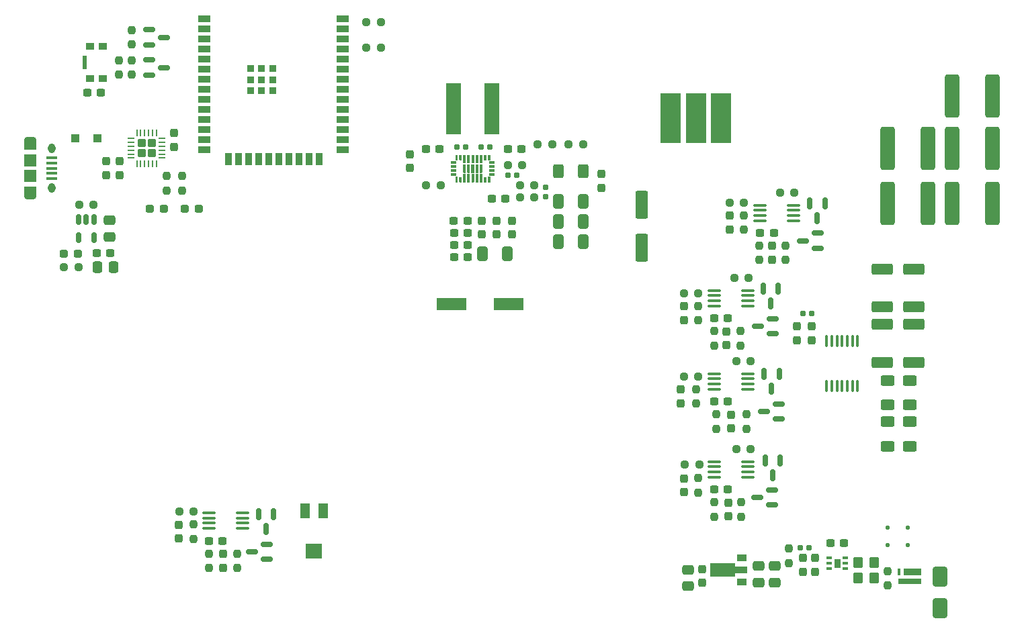
<source format=gbr>
%TF.GenerationSoftware,KiCad,Pcbnew,7.0.8*%
%TF.CreationDate,2024-02-01T17:09:29-05:00*%
%TF.ProjectId,cc_laser_supply_rev-B,63635f6c-6173-4657-925f-737570706c79,rev?*%
%TF.SameCoordinates,Original*%
%TF.FileFunction,Paste,Top*%
%TF.FilePolarity,Positive*%
%FSLAX46Y46*%
G04 Gerber Fmt 4.6, Leading zero omitted, Abs format (unit mm)*
G04 Created by KiCad (PCBNEW 7.0.8) date 2024-02-01 17:09:29*
%MOMM*%
%LPD*%
G01*
G04 APERTURE LIST*
G04 Aperture macros list*
%AMRoundRect*
0 Rectangle with rounded corners*
0 $1 Rounding radius*
0 $2 $3 $4 $5 $6 $7 $8 $9 X,Y pos of 4 corners*
0 Add a 4 corners polygon primitive as box body*
4,1,4,$2,$3,$4,$5,$6,$7,$8,$9,$2,$3,0*
0 Add four circle primitives for the rounded corners*
1,1,$1+$1,$2,$3*
1,1,$1+$1,$4,$5*
1,1,$1+$1,$6,$7*
1,1,$1+$1,$8,$9*
0 Add four rect primitives between the rounded corners*
20,1,$1+$1,$2,$3,$4,$5,0*
20,1,$1+$1,$4,$5,$6,$7,0*
20,1,$1+$1,$6,$7,$8,$9,0*
20,1,$1+$1,$8,$9,$2,$3,0*%
%AMFreePoly0*
4,1,9,3.862500,-0.866500,0.737500,-0.866500,0.737500,-0.450000,-0.737500,-0.450000,-0.737500,0.450000,0.737500,0.450000,0.737500,0.866500,3.862500,0.866500,3.862500,-0.866500,3.862500,-0.866500,$1*%
G04 Aperture macros list end*
%ADD10C,0.010000*%
%ADD11RoundRect,0.237500X0.237500X-0.300000X0.237500X0.300000X-0.237500X0.300000X-0.237500X-0.300000X0*%
%ADD12R,3.810000X1.498600*%
%ADD13RoundRect,0.237500X-0.237500X0.250000X-0.237500X-0.250000X0.237500X-0.250000X0.237500X0.250000X0*%
%ADD14RoundRect,0.150000X0.587500X0.150000X-0.587500X0.150000X-0.587500X-0.150000X0.587500X-0.150000X0*%
%ADD15RoundRect,0.237500X-0.300000X-0.237500X0.300000X-0.237500X0.300000X0.237500X-0.300000X0.237500X0*%
%ADD16RoundRect,0.237500X-0.237500X0.300000X-0.237500X-0.300000X0.237500X-0.300000X0.237500X0.300000X0*%
%ADD17RoundRect,0.249999X-1.075001X0.450001X-1.075001X-0.450001X1.075001X-0.450001X1.075001X0.450001X0*%
%ADD18RoundRect,0.237500X0.300000X0.237500X-0.300000X0.237500X-0.300000X-0.237500X0.300000X-0.237500X0*%
%ADD19RoundRect,0.250000X-0.650000X1.000000X-0.650000X-1.000000X0.650000X-1.000000X0.650000X1.000000X0*%
%ADD20RoundRect,0.237500X-0.250000X-0.237500X0.250000X-0.237500X0.250000X0.237500X-0.250000X0.237500X0*%
%ADD21R,0.310000X0.850000*%
%ADD22R,2.950000X0.654000*%
%ADD23R,2.200000X0.850000*%
%ADD24RoundRect,0.237500X0.250000X0.237500X-0.250000X0.237500X-0.250000X-0.237500X0.250000X-0.237500X0*%
%ADD25RoundRect,0.237500X-0.287500X-0.237500X0.287500X-0.237500X0.287500X0.237500X-0.287500X0.237500X0*%
%ADD26RoundRect,0.250000X-0.625000X0.400000X-0.625000X-0.400000X0.625000X-0.400000X0.625000X0.400000X0*%
%ADD27RoundRect,0.125000X-0.125000X0.125000X-0.125000X-0.125000X0.125000X-0.125000X0.125000X0.125000X0*%
%ADD28RoundRect,0.237500X0.237500X-0.250000X0.237500X0.250000X-0.237500X0.250000X-0.237500X-0.250000X0*%
%ADD29RoundRect,0.250000X-0.475000X0.337500X-0.475000X-0.337500X0.475000X-0.337500X0.475000X0.337500X0*%
%ADD30R,0.690000X0.320000*%
%ADD31RoundRect,0.100000X0.712500X0.100000X-0.712500X0.100000X-0.712500X-0.100000X0.712500X-0.100000X0*%
%ADD32RoundRect,0.100000X-0.100000X0.637500X-0.100000X-0.637500X0.100000X-0.637500X0.100000X0.637500X0*%
%ADD33R,1.000000X0.900000*%
%ADD34R,0.550000X1.700000*%
%ADD35RoundRect,0.250000X-0.412500X-0.650000X0.412500X-0.650000X0.412500X0.650000X-0.412500X0.650000X0*%
%ADD36RoundRect,0.150000X-0.150000X0.512500X-0.150000X-0.512500X0.150000X-0.512500X0.150000X0.512500X0*%
%ADD37RoundRect,0.250000X-0.650000X-2.450000X0.650000X-2.450000X0.650000X2.450000X-0.650000X2.450000X0*%
%ADD38RoundRect,0.155000X-0.212500X-0.155000X0.212500X-0.155000X0.212500X0.155000X-0.212500X0.155000X0*%
%ADD39RoundRect,0.150000X-0.150000X0.587500X-0.150000X-0.587500X0.150000X-0.587500X0.150000X0.587500X0*%
%ADD40R,1.300000X1.900000*%
%ADD41R,2.000000X1.900000*%
%ADD42RoundRect,0.250000X0.300000X0.300000X-0.300000X0.300000X-0.300000X-0.300000X0.300000X-0.300000X0*%
%ADD43RoundRect,0.250000X0.650000X2.450000X-0.650000X2.450000X-0.650000X-2.450000X0.650000X-2.450000X0*%
%ADD44RoundRect,0.250000X-0.350000X-0.450000X0.350000X-0.450000X0.350000X0.450000X-0.350000X0.450000X0*%
%ADD45R,1.920000X6.500000*%
%ADD46RoundRect,0.250000X-0.275000X-0.275000X0.275000X-0.275000X0.275000X0.275000X-0.275000X0.275000X0*%
%ADD47RoundRect,0.062500X-0.350000X-0.062500X0.350000X-0.062500X0.350000X0.062500X-0.350000X0.062500X0*%
%ADD48RoundRect,0.062500X-0.062500X-0.350000X0.062500X-0.350000X0.062500X0.350000X-0.062500X0.350000X0*%
%ADD49RoundRect,0.150000X-0.587500X-0.150000X0.587500X-0.150000X0.587500X0.150000X-0.587500X0.150000X0*%
%ADD50RoundRect,0.155000X0.212500X0.155000X-0.212500X0.155000X-0.212500X-0.155000X0.212500X-0.155000X0*%
%ADD51R,1.300000X0.900000*%
%ADD52FreePoly0,180.000000*%
%ADD53O,1.550000X0.890000*%
%ADD54O,0.950000X1.250000*%
%ADD55R,1.350000X0.400000*%
%ADD56R,1.550000X1.200000*%
%ADD57R,1.550000X1.500000*%
%ADD58RoundRect,0.250000X-0.337500X-0.475000X0.337500X-0.475000X0.337500X0.475000X-0.337500X0.475000X0*%
%ADD59R,2.540000X6.350000*%
%ADD60RoundRect,0.237500X0.287500X0.237500X-0.287500X0.237500X-0.287500X-0.237500X0.287500X-0.237500X0*%
%ADD61RoundRect,0.250000X-0.550000X1.500000X-0.550000X-1.500000X0.550000X-1.500000X0.550000X1.500000X0*%
%ADD62R,1.500000X0.900000*%
%ADD63R,0.900000X1.500000*%
%ADD64R,0.900000X0.900000*%
%ADD65RoundRect,0.250000X-0.400000X-0.625000X0.400000X-0.625000X0.400000X0.625000X-0.400000X0.625000X0*%
%ADD66RoundRect,0.155000X-0.155000X0.212500X-0.155000X-0.212500X0.155000X-0.212500X0.155000X0.212500X0*%
G04 APERTURE END LIST*
%TO.C,U5*%
D10*
X180656000Y-127781500D02*
X180024000Y-127781500D01*
X180024000Y-126769500D01*
X180656000Y-126769500D01*
X180656000Y-127781500D01*
G36*
X180656000Y-127781500D02*
G01*
X180024000Y-127781500D01*
X180024000Y-126769500D01*
X180656000Y-126769500D01*
X180656000Y-127781500D01*
G37*
%TO.C,U12*%
X132433000Y-75771000D02*
X132435000Y-75771000D01*
X132438000Y-75772000D01*
X132440000Y-75772000D01*
X132443000Y-75773000D01*
X132445000Y-75774000D01*
X132448000Y-75775000D01*
X132450000Y-75777000D01*
X132452000Y-75778000D01*
X132454000Y-75780000D01*
X132456000Y-75781000D01*
X132458000Y-75783000D01*
X132460000Y-75785000D01*
X132462000Y-75787000D01*
X132464000Y-75789000D01*
X132465000Y-75791000D01*
X132467000Y-75793000D01*
X132468000Y-75795000D01*
X132470000Y-75797000D01*
X132471000Y-75800000D01*
X132472000Y-75802000D01*
X132473000Y-75805000D01*
X132473000Y-75807000D01*
X132474000Y-75810000D01*
X132474000Y-75812000D01*
X132475000Y-75815000D01*
X132475000Y-75817000D01*
X132475000Y-75820000D01*
X132475000Y-76370000D01*
X132475000Y-76373000D01*
X132475000Y-76375000D01*
X132474000Y-76378000D01*
X132474000Y-76380000D01*
X132473000Y-76383000D01*
X132473000Y-76385000D01*
X132472000Y-76388000D01*
X132471000Y-76390000D01*
X132470000Y-76393000D01*
X132468000Y-76395000D01*
X132467000Y-76397000D01*
X132465000Y-76399000D01*
X132464000Y-76401000D01*
X132462000Y-76403000D01*
X132460000Y-76405000D01*
X132458000Y-76407000D01*
X132456000Y-76409000D01*
X132454000Y-76410000D01*
X132452000Y-76412000D01*
X132450000Y-76413000D01*
X132448000Y-76415000D01*
X132445000Y-76416000D01*
X132443000Y-76417000D01*
X132440000Y-76418000D01*
X132438000Y-76418000D01*
X132435000Y-76419000D01*
X132433000Y-76419000D01*
X132430000Y-76420000D01*
X132428000Y-76420000D01*
X132425000Y-76420000D01*
X132275000Y-76420000D01*
X132272000Y-76420000D01*
X132270000Y-76420000D01*
X132267000Y-76419000D01*
X132265000Y-76419000D01*
X132262000Y-76418000D01*
X132260000Y-76418000D01*
X132257000Y-76417000D01*
X132255000Y-76416000D01*
X132252000Y-76415000D01*
X132250000Y-76413000D01*
X132248000Y-76412000D01*
X132246000Y-76410000D01*
X132244000Y-76409000D01*
X132242000Y-76407000D01*
X132240000Y-76405000D01*
X132238000Y-76403000D01*
X132236000Y-76401000D01*
X132235000Y-76399000D01*
X132233000Y-76397000D01*
X132232000Y-76395000D01*
X132230000Y-76393000D01*
X132229000Y-76390000D01*
X132228000Y-76388000D01*
X132227000Y-76385000D01*
X132227000Y-76383000D01*
X132226000Y-76380000D01*
X132226000Y-76378000D01*
X132225000Y-76375000D01*
X132225000Y-76373000D01*
X132225000Y-76370000D01*
X132225000Y-75820000D01*
X132225000Y-75817000D01*
X132225000Y-75815000D01*
X132226000Y-75812000D01*
X132226000Y-75810000D01*
X132227000Y-75807000D01*
X132227000Y-75805000D01*
X132228000Y-75802000D01*
X132229000Y-75800000D01*
X132230000Y-75797000D01*
X132232000Y-75795000D01*
X132233000Y-75793000D01*
X132235000Y-75791000D01*
X132236000Y-75789000D01*
X132238000Y-75787000D01*
X132240000Y-75785000D01*
X132242000Y-75783000D01*
X132244000Y-75781000D01*
X132246000Y-75780000D01*
X132248000Y-75778000D01*
X132250000Y-75777000D01*
X132252000Y-75775000D01*
X132255000Y-75774000D01*
X132257000Y-75773000D01*
X132260000Y-75772000D01*
X132262000Y-75772000D01*
X132265000Y-75771000D01*
X132267000Y-75771000D01*
X132270000Y-75770000D01*
X132272000Y-75770000D01*
X132275000Y-75770000D01*
X132425000Y-75770000D01*
X132428000Y-75770000D01*
X132430000Y-75770000D01*
X132433000Y-75771000D01*
G36*
X132433000Y-75771000D02*
G01*
X132435000Y-75771000D01*
X132438000Y-75772000D01*
X132440000Y-75772000D01*
X132443000Y-75773000D01*
X132445000Y-75774000D01*
X132448000Y-75775000D01*
X132450000Y-75777000D01*
X132452000Y-75778000D01*
X132454000Y-75780000D01*
X132456000Y-75781000D01*
X132458000Y-75783000D01*
X132460000Y-75785000D01*
X132462000Y-75787000D01*
X132464000Y-75789000D01*
X132465000Y-75791000D01*
X132467000Y-75793000D01*
X132468000Y-75795000D01*
X132470000Y-75797000D01*
X132471000Y-75800000D01*
X132472000Y-75802000D01*
X132473000Y-75805000D01*
X132473000Y-75807000D01*
X132474000Y-75810000D01*
X132474000Y-75812000D01*
X132475000Y-75815000D01*
X132475000Y-75817000D01*
X132475000Y-75820000D01*
X132475000Y-76370000D01*
X132475000Y-76373000D01*
X132475000Y-76375000D01*
X132474000Y-76378000D01*
X132474000Y-76380000D01*
X132473000Y-76383000D01*
X132473000Y-76385000D01*
X132472000Y-76388000D01*
X132471000Y-76390000D01*
X132470000Y-76393000D01*
X132468000Y-76395000D01*
X132467000Y-76397000D01*
X132465000Y-76399000D01*
X132464000Y-76401000D01*
X132462000Y-76403000D01*
X132460000Y-76405000D01*
X132458000Y-76407000D01*
X132456000Y-76409000D01*
X132454000Y-76410000D01*
X132452000Y-76412000D01*
X132450000Y-76413000D01*
X132448000Y-76415000D01*
X132445000Y-76416000D01*
X132443000Y-76417000D01*
X132440000Y-76418000D01*
X132438000Y-76418000D01*
X132435000Y-76419000D01*
X132433000Y-76419000D01*
X132430000Y-76420000D01*
X132428000Y-76420000D01*
X132425000Y-76420000D01*
X132275000Y-76420000D01*
X132272000Y-76420000D01*
X132270000Y-76420000D01*
X132267000Y-76419000D01*
X132265000Y-76419000D01*
X132262000Y-76418000D01*
X132260000Y-76418000D01*
X132257000Y-76417000D01*
X132255000Y-76416000D01*
X132252000Y-76415000D01*
X132250000Y-76413000D01*
X132248000Y-76412000D01*
X132246000Y-76410000D01*
X132244000Y-76409000D01*
X132242000Y-76407000D01*
X132240000Y-76405000D01*
X132238000Y-76403000D01*
X132236000Y-76401000D01*
X132235000Y-76399000D01*
X132233000Y-76397000D01*
X132232000Y-76395000D01*
X132230000Y-76393000D01*
X132229000Y-76390000D01*
X132228000Y-76388000D01*
X132227000Y-76385000D01*
X132227000Y-76383000D01*
X132226000Y-76380000D01*
X132226000Y-76378000D01*
X132225000Y-76375000D01*
X132225000Y-76373000D01*
X132225000Y-76370000D01*
X132225000Y-75820000D01*
X132225000Y-75817000D01*
X132225000Y-75815000D01*
X132226000Y-75812000D01*
X132226000Y-75810000D01*
X132227000Y-75807000D01*
X132227000Y-75805000D01*
X132228000Y-75802000D01*
X132229000Y-75800000D01*
X132230000Y-75797000D01*
X132232000Y-75795000D01*
X132233000Y-75793000D01*
X132235000Y-75791000D01*
X132236000Y-75789000D01*
X132238000Y-75787000D01*
X132240000Y-75785000D01*
X132242000Y-75783000D01*
X132244000Y-75781000D01*
X132246000Y-75780000D01*
X132248000Y-75778000D01*
X132250000Y-75777000D01*
X132252000Y-75775000D01*
X132255000Y-75774000D01*
X132257000Y-75773000D01*
X132260000Y-75772000D01*
X132262000Y-75772000D01*
X132265000Y-75771000D01*
X132267000Y-75771000D01*
X132270000Y-75770000D01*
X132272000Y-75770000D01*
X132275000Y-75770000D01*
X132425000Y-75770000D01*
X132428000Y-75770000D01*
X132430000Y-75770000D01*
X132433000Y-75771000D01*
G37*
X132433000Y-78521000D02*
X132435000Y-78521000D01*
X132438000Y-78522000D01*
X132440000Y-78522000D01*
X132443000Y-78523000D01*
X132445000Y-78524000D01*
X132448000Y-78525000D01*
X132450000Y-78527000D01*
X132452000Y-78528000D01*
X132454000Y-78530000D01*
X132456000Y-78531000D01*
X132458000Y-78533000D01*
X132460000Y-78535000D01*
X132462000Y-78537000D01*
X132464000Y-78539000D01*
X132465000Y-78541000D01*
X132467000Y-78543000D01*
X132468000Y-78545000D01*
X132470000Y-78547000D01*
X132471000Y-78550000D01*
X132472000Y-78552000D01*
X132473000Y-78555000D01*
X132473000Y-78557000D01*
X132474000Y-78560000D01*
X132474000Y-78562000D01*
X132475000Y-78565000D01*
X132475000Y-78567000D01*
X132475000Y-78570000D01*
X132475000Y-79120000D01*
X132475000Y-79123000D01*
X132475000Y-79125000D01*
X132474000Y-79128000D01*
X132474000Y-79130000D01*
X132473000Y-79133000D01*
X132473000Y-79135000D01*
X132472000Y-79138000D01*
X132471000Y-79140000D01*
X132470000Y-79143000D01*
X132468000Y-79145000D01*
X132467000Y-79147000D01*
X132465000Y-79149000D01*
X132464000Y-79151000D01*
X132462000Y-79153000D01*
X132460000Y-79155000D01*
X132458000Y-79157000D01*
X132456000Y-79159000D01*
X132454000Y-79160000D01*
X132452000Y-79162000D01*
X132450000Y-79163000D01*
X132448000Y-79165000D01*
X132445000Y-79166000D01*
X132443000Y-79167000D01*
X132440000Y-79168000D01*
X132438000Y-79168000D01*
X132435000Y-79169000D01*
X132433000Y-79169000D01*
X132430000Y-79170000D01*
X132428000Y-79170000D01*
X132425000Y-79170000D01*
X132275000Y-79170000D01*
X132272000Y-79170000D01*
X132270000Y-79170000D01*
X132267000Y-79169000D01*
X132265000Y-79169000D01*
X132262000Y-79168000D01*
X132260000Y-79168000D01*
X132257000Y-79167000D01*
X132255000Y-79166000D01*
X132252000Y-79165000D01*
X132250000Y-79163000D01*
X132248000Y-79162000D01*
X132246000Y-79160000D01*
X132244000Y-79159000D01*
X132242000Y-79157000D01*
X132240000Y-79155000D01*
X132238000Y-79153000D01*
X132236000Y-79151000D01*
X132235000Y-79149000D01*
X132233000Y-79147000D01*
X132232000Y-79145000D01*
X132230000Y-79143000D01*
X132229000Y-79140000D01*
X132228000Y-79138000D01*
X132227000Y-79135000D01*
X132227000Y-79133000D01*
X132226000Y-79130000D01*
X132226000Y-79128000D01*
X132225000Y-79125000D01*
X132225000Y-79123000D01*
X132225000Y-79120000D01*
X132225000Y-78570000D01*
X132225000Y-78567000D01*
X132225000Y-78565000D01*
X132226000Y-78562000D01*
X132226000Y-78560000D01*
X132227000Y-78557000D01*
X132227000Y-78555000D01*
X132228000Y-78552000D01*
X132229000Y-78550000D01*
X132230000Y-78547000D01*
X132232000Y-78545000D01*
X132233000Y-78543000D01*
X132235000Y-78541000D01*
X132236000Y-78539000D01*
X132238000Y-78537000D01*
X132240000Y-78535000D01*
X132242000Y-78533000D01*
X132244000Y-78531000D01*
X132246000Y-78530000D01*
X132248000Y-78528000D01*
X132250000Y-78527000D01*
X132252000Y-78525000D01*
X132255000Y-78524000D01*
X132257000Y-78523000D01*
X132260000Y-78522000D01*
X132262000Y-78522000D01*
X132265000Y-78521000D01*
X132267000Y-78521000D01*
X132270000Y-78520000D01*
X132272000Y-78520000D01*
X132275000Y-78520000D01*
X132425000Y-78520000D01*
X132428000Y-78520000D01*
X132430000Y-78520000D01*
X132433000Y-78521000D01*
G36*
X132433000Y-78521000D02*
G01*
X132435000Y-78521000D01*
X132438000Y-78522000D01*
X132440000Y-78522000D01*
X132443000Y-78523000D01*
X132445000Y-78524000D01*
X132448000Y-78525000D01*
X132450000Y-78527000D01*
X132452000Y-78528000D01*
X132454000Y-78530000D01*
X132456000Y-78531000D01*
X132458000Y-78533000D01*
X132460000Y-78535000D01*
X132462000Y-78537000D01*
X132464000Y-78539000D01*
X132465000Y-78541000D01*
X132467000Y-78543000D01*
X132468000Y-78545000D01*
X132470000Y-78547000D01*
X132471000Y-78550000D01*
X132472000Y-78552000D01*
X132473000Y-78555000D01*
X132473000Y-78557000D01*
X132474000Y-78560000D01*
X132474000Y-78562000D01*
X132475000Y-78565000D01*
X132475000Y-78567000D01*
X132475000Y-78570000D01*
X132475000Y-79120000D01*
X132475000Y-79123000D01*
X132475000Y-79125000D01*
X132474000Y-79128000D01*
X132474000Y-79130000D01*
X132473000Y-79133000D01*
X132473000Y-79135000D01*
X132472000Y-79138000D01*
X132471000Y-79140000D01*
X132470000Y-79143000D01*
X132468000Y-79145000D01*
X132467000Y-79147000D01*
X132465000Y-79149000D01*
X132464000Y-79151000D01*
X132462000Y-79153000D01*
X132460000Y-79155000D01*
X132458000Y-79157000D01*
X132456000Y-79159000D01*
X132454000Y-79160000D01*
X132452000Y-79162000D01*
X132450000Y-79163000D01*
X132448000Y-79165000D01*
X132445000Y-79166000D01*
X132443000Y-79167000D01*
X132440000Y-79168000D01*
X132438000Y-79168000D01*
X132435000Y-79169000D01*
X132433000Y-79169000D01*
X132430000Y-79170000D01*
X132428000Y-79170000D01*
X132425000Y-79170000D01*
X132275000Y-79170000D01*
X132272000Y-79170000D01*
X132270000Y-79170000D01*
X132267000Y-79169000D01*
X132265000Y-79169000D01*
X132262000Y-79168000D01*
X132260000Y-79168000D01*
X132257000Y-79167000D01*
X132255000Y-79166000D01*
X132252000Y-79165000D01*
X132250000Y-79163000D01*
X132248000Y-79162000D01*
X132246000Y-79160000D01*
X132244000Y-79159000D01*
X132242000Y-79157000D01*
X132240000Y-79155000D01*
X132238000Y-79153000D01*
X132236000Y-79151000D01*
X132235000Y-79149000D01*
X132233000Y-79147000D01*
X132232000Y-79145000D01*
X132230000Y-79143000D01*
X132229000Y-79140000D01*
X132228000Y-79138000D01*
X132227000Y-79135000D01*
X132227000Y-79133000D01*
X132226000Y-79130000D01*
X132226000Y-79128000D01*
X132225000Y-79125000D01*
X132225000Y-79123000D01*
X132225000Y-79120000D01*
X132225000Y-78570000D01*
X132225000Y-78567000D01*
X132225000Y-78565000D01*
X132226000Y-78562000D01*
X132226000Y-78560000D01*
X132227000Y-78557000D01*
X132227000Y-78555000D01*
X132228000Y-78552000D01*
X132229000Y-78550000D01*
X132230000Y-78547000D01*
X132232000Y-78545000D01*
X132233000Y-78543000D01*
X132235000Y-78541000D01*
X132236000Y-78539000D01*
X132238000Y-78537000D01*
X132240000Y-78535000D01*
X132242000Y-78533000D01*
X132244000Y-78531000D01*
X132246000Y-78530000D01*
X132248000Y-78528000D01*
X132250000Y-78527000D01*
X132252000Y-78525000D01*
X132255000Y-78524000D01*
X132257000Y-78523000D01*
X132260000Y-78522000D01*
X132262000Y-78522000D01*
X132265000Y-78521000D01*
X132267000Y-78521000D01*
X132270000Y-78520000D01*
X132272000Y-78520000D01*
X132275000Y-78520000D01*
X132425000Y-78520000D01*
X132428000Y-78520000D01*
X132430000Y-78520000D01*
X132433000Y-78521000D01*
G37*
X132248000Y-76596000D02*
X132250000Y-76596000D01*
X132253000Y-76597000D01*
X132255000Y-76597000D01*
X132258000Y-76598000D01*
X132260000Y-76599000D01*
X132263000Y-76600000D01*
X132265000Y-76602000D01*
X132267000Y-76603000D01*
X132269000Y-76605000D01*
X132271000Y-76606000D01*
X132273000Y-76608000D01*
X132275000Y-76610000D01*
X132277000Y-76612000D01*
X132279000Y-76614000D01*
X132280000Y-76616000D01*
X132282000Y-76618000D01*
X132283000Y-76620000D01*
X132285000Y-76622000D01*
X132286000Y-76625000D01*
X132287000Y-76627000D01*
X132288000Y-76630000D01*
X132288000Y-76632000D01*
X132289000Y-76635000D01*
X132289000Y-76637000D01*
X132290000Y-76640000D01*
X132290000Y-76642000D01*
X132290000Y-76645000D01*
X132290000Y-76795000D01*
X132290000Y-76798000D01*
X132290000Y-76800000D01*
X132289000Y-76803000D01*
X132289000Y-76805000D01*
X132288000Y-76808000D01*
X132288000Y-76810000D01*
X132287000Y-76813000D01*
X132286000Y-76815000D01*
X132285000Y-76818000D01*
X132283000Y-76820000D01*
X132282000Y-76822000D01*
X132280000Y-76824000D01*
X132279000Y-76826000D01*
X132277000Y-76828000D01*
X132275000Y-76830000D01*
X132273000Y-76832000D01*
X132271000Y-76834000D01*
X132269000Y-76835000D01*
X132267000Y-76837000D01*
X132265000Y-76838000D01*
X132263000Y-76840000D01*
X132260000Y-76841000D01*
X132258000Y-76842000D01*
X132255000Y-76843000D01*
X132253000Y-76843000D01*
X132250000Y-76844000D01*
X132248000Y-76844000D01*
X132245000Y-76845000D01*
X132243000Y-76845000D01*
X132240000Y-76845000D01*
X131740000Y-76845000D01*
X131737000Y-76845000D01*
X131735000Y-76845000D01*
X131732000Y-76844000D01*
X131730000Y-76844000D01*
X131727000Y-76843000D01*
X131725000Y-76843000D01*
X131722000Y-76842000D01*
X131720000Y-76841000D01*
X131717000Y-76840000D01*
X131715000Y-76838000D01*
X131713000Y-76837000D01*
X131711000Y-76835000D01*
X131709000Y-76834000D01*
X131707000Y-76832000D01*
X131705000Y-76830000D01*
X131703000Y-76828000D01*
X131701000Y-76826000D01*
X131700000Y-76824000D01*
X131698000Y-76822000D01*
X131697000Y-76820000D01*
X131695000Y-76818000D01*
X131694000Y-76815000D01*
X131693000Y-76813000D01*
X131692000Y-76810000D01*
X131692000Y-76808000D01*
X131691000Y-76805000D01*
X131691000Y-76803000D01*
X131690000Y-76800000D01*
X131690000Y-76798000D01*
X131690000Y-76795000D01*
X131690000Y-76645000D01*
X131690000Y-76642000D01*
X131690000Y-76640000D01*
X131691000Y-76637000D01*
X131691000Y-76635000D01*
X131692000Y-76632000D01*
X131692000Y-76630000D01*
X131693000Y-76627000D01*
X131694000Y-76625000D01*
X131695000Y-76622000D01*
X131697000Y-76620000D01*
X131698000Y-76618000D01*
X131700000Y-76616000D01*
X131701000Y-76614000D01*
X131703000Y-76612000D01*
X131705000Y-76610000D01*
X131707000Y-76608000D01*
X131709000Y-76606000D01*
X131711000Y-76605000D01*
X131713000Y-76603000D01*
X131715000Y-76602000D01*
X131717000Y-76600000D01*
X131720000Y-76599000D01*
X131722000Y-76598000D01*
X131725000Y-76597000D01*
X131727000Y-76597000D01*
X131730000Y-76596000D01*
X131732000Y-76596000D01*
X131735000Y-76595000D01*
X131737000Y-76595000D01*
X131740000Y-76595000D01*
X132240000Y-76595000D01*
X132243000Y-76595000D01*
X132245000Y-76595000D01*
X132248000Y-76596000D01*
G36*
X132248000Y-76596000D02*
G01*
X132250000Y-76596000D01*
X132253000Y-76597000D01*
X132255000Y-76597000D01*
X132258000Y-76598000D01*
X132260000Y-76599000D01*
X132263000Y-76600000D01*
X132265000Y-76602000D01*
X132267000Y-76603000D01*
X132269000Y-76605000D01*
X132271000Y-76606000D01*
X132273000Y-76608000D01*
X132275000Y-76610000D01*
X132277000Y-76612000D01*
X132279000Y-76614000D01*
X132280000Y-76616000D01*
X132282000Y-76618000D01*
X132283000Y-76620000D01*
X132285000Y-76622000D01*
X132286000Y-76625000D01*
X132287000Y-76627000D01*
X132288000Y-76630000D01*
X132288000Y-76632000D01*
X132289000Y-76635000D01*
X132289000Y-76637000D01*
X132290000Y-76640000D01*
X132290000Y-76642000D01*
X132290000Y-76645000D01*
X132290000Y-76795000D01*
X132290000Y-76798000D01*
X132290000Y-76800000D01*
X132289000Y-76803000D01*
X132289000Y-76805000D01*
X132288000Y-76808000D01*
X132288000Y-76810000D01*
X132287000Y-76813000D01*
X132286000Y-76815000D01*
X132285000Y-76818000D01*
X132283000Y-76820000D01*
X132282000Y-76822000D01*
X132280000Y-76824000D01*
X132279000Y-76826000D01*
X132277000Y-76828000D01*
X132275000Y-76830000D01*
X132273000Y-76832000D01*
X132271000Y-76834000D01*
X132269000Y-76835000D01*
X132267000Y-76837000D01*
X132265000Y-76838000D01*
X132263000Y-76840000D01*
X132260000Y-76841000D01*
X132258000Y-76842000D01*
X132255000Y-76843000D01*
X132253000Y-76843000D01*
X132250000Y-76844000D01*
X132248000Y-76844000D01*
X132245000Y-76845000D01*
X132243000Y-76845000D01*
X132240000Y-76845000D01*
X131740000Y-76845000D01*
X131737000Y-76845000D01*
X131735000Y-76845000D01*
X131732000Y-76844000D01*
X131730000Y-76844000D01*
X131727000Y-76843000D01*
X131725000Y-76843000D01*
X131722000Y-76842000D01*
X131720000Y-76841000D01*
X131717000Y-76840000D01*
X131715000Y-76838000D01*
X131713000Y-76837000D01*
X131711000Y-76835000D01*
X131709000Y-76834000D01*
X131707000Y-76832000D01*
X131705000Y-76830000D01*
X131703000Y-76828000D01*
X131701000Y-76826000D01*
X131700000Y-76824000D01*
X131698000Y-76822000D01*
X131697000Y-76820000D01*
X131695000Y-76818000D01*
X131694000Y-76815000D01*
X131693000Y-76813000D01*
X131692000Y-76810000D01*
X131692000Y-76808000D01*
X131691000Y-76805000D01*
X131691000Y-76803000D01*
X131690000Y-76800000D01*
X131690000Y-76798000D01*
X131690000Y-76795000D01*
X131690000Y-76645000D01*
X131690000Y-76642000D01*
X131690000Y-76640000D01*
X131691000Y-76637000D01*
X131691000Y-76635000D01*
X131692000Y-76632000D01*
X131692000Y-76630000D01*
X131693000Y-76627000D01*
X131694000Y-76625000D01*
X131695000Y-76622000D01*
X131697000Y-76620000D01*
X131698000Y-76618000D01*
X131700000Y-76616000D01*
X131701000Y-76614000D01*
X131703000Y-76612000D01*
X131705000Y-76610000D01*
X131707000Y-76608000D01*
X131709000Y-76606000D01*
X131711000Y-76605000D01*
X131713000Y-76603000D01*
X131715000Y-76602000D01*
X131717000Y-76600000D01*
X131720000Y-76599000D01*
X131722000Y-76598000D01*
X131725000Y-76597000D01*
X131727000Y-76597000D01*
X131730000Y-76596000D01*
X131732000Y-76596000D01*
X131735000Y-76595000D01*
X131737000Y-76595000D01*
X131740000Y-76595000D01*
X132240000Y-76595000D01*
X132243000Y-76595000D01*
X132245000Y-76595000D01*
X132248000Y-76596000D01*
G37*
X132248000Y-77096000D02*
X132250000Y-77096000D01*
X132253000Y-77097000D01*
X132255000Y-77097000D01*
X132258000Y-77098000D01*
X132260000Y-77099000D01*
X132263000Y-77100000D01*
X132265000Y-77102000D01*
X132267000Y-77103000D01*
X132269000Y-77105000D01*
X132271000Y-77106000D01*
X132273000Y-77108000D01*
X132275000Y-77110000D01*
X132277000Y-77112000D01*
X132279000Y-77114000D01*
X132280000Y-77116000D01*
X132282000Y-77118000D01*
X132283000Y-77120000D01*
X132285000Y-77122000D01*
X132286000Y-77125000D01*
X132287000Y-77127000D01*
X132288000Y-77130000D01*
X132288000Y-77132000D01*
X132289000Y-77135000D01*
X132289000Y-77137000D01*
X132290000Y-77140000D01*
X132290000Y-77142000D01*
X132290000Y-77145000D01*
X132290000Y-77295000D01*
X132290000Y-77298000D01*
X132290000Y-77300000D01*
X132289000Y-77303000D01*
X132289000Y-77305000D01*
X132288000Y-77308000D01*
X132288000Y-77310000D01*
X132287000Y-77313000D01*
X132286000Y-77315000D01*
X132285000Y-77318000D01*
X132283000Y-77320000D01*
X132282000Y-77322000D01*
X132280000Y-77324000D01*
X132279000Y-77326000D01*
X132277000Y-77328000D01*
X132275000Y-77330000D01*
X132273000Y-77332000D01*
X132271000Y-77334000D01*
X132269000Y-77335000D01*
X132267000Y-77337000D01*
X132265000Y-77338000D01*
X132263000Y-77340000D01*
X132260000Y-77341000D01*
X132258000Y-77342000D01*
X132255000Y-77343000D01*
X132253000Y-77343000D01*
X132250000Y-77344000D01*
X132248000Y-77344000D01*
X132245000Y-77345000D01*
X132243000Y-77345000D01*
X132240000Y-77345000D01*
X131740000Y-77345000D01*
X131737000Y-77345000D01*
X131735000Y-77345000D01*
X131732000Y-77344000D01*
X131730000Y-77344000D01*
X131727000Y-77343000D01*
X131725000Y-77343000D01*
X131722000Y-77342000D01*
X131720000Y-77341000D01*
X131717000Y-77340000D01*
X131715000Y-77338000D01*
X131713000Y-77337000D01*
X131711000Y-77335000D01*
X131709000Y-77334000D01*
X131707000Y-77332000D01*
X131705000Y-77330000D01*
X131703000Y-77328000D01*
X131701000Y-77326000D01*
X131700000Y-77324000D01*
X131698000Y-77322000D01*
X131697000Y-77320000D01*
X131695000Y-77318000D01*
X131694000Y-77315000D01*
X131693000Y-77313000D01*
X131692000Y-77310000D01*
X131692000Y-77308000D01*
X131691000Y-77305000D01*
X131691000Y-77303000D01*
X131690000Y-77300000D01*
X131690000Y-77298000D01*
X131690000Y-77295000D01*
X131690000Y-77145000D01*
X131690000Y-77142000D01*
X131690000Y-77140000D01*
X131691000Y-77137000D01*
X131691000Y-77135000D01*
X131692000Y-77132000D01*
X131692000Y-77130000D01*
X131693000Y-77127000D01*
X131694000Y-77125000D01*
X131695000Y-77122000D01*
X131697000Y-77120000D01*
X131698000Y-77118000D01*
X131700000Y-77116000D01*
X131701000Y-77114000D01*
X131703000Y-77112000D01*
X131705000Y-77110000D01*
X131707000Y-77108000D01*
X131709000Y-77106000D01*
X131711000Y-77105000D01*
X131713000Y-77103000D01*
X131715000Y-77102000D01*
X131717000Y-77100000D01*
X131720000Y-77099000D01*
X131722000Y-77098000D01*
X131725000Y-77097000D01*
X131727000Y-77097000D01*
X131730000Y-77096000D01*
X131732000Y-77096000D01*
X131735000Y-77095000D01*
X131737000Y-77095000D01*
X131740000Y-77095000D01*
X132240000Y-77095000D01*
X132243000Y-77095000D01*
X132245000Y-77095000D01*
X132248000Y-77096000D01*
G36*
X132248000Y-77096000D02*
G01*
X132250000Y-77096000D01*
X132253000Y-77097000D01*
X132255000Y-77097000D01*
X132258000Y-77098000D01*
X132260000Y-77099000D01*
X132263000Y-77100000D01*
X132265000Y-77102000D01*
X132267000Y-77103000D01*
X132269000Y-77105000D01*
X132271000Y-77106000D01*
X132273000Y-77108000D01*
X132275000Y-77110000D01*
X132277000Y-77112000D01*
X132279000Y-77114000D01*
X132280000Y-77116000D01*
X132282000Y-77118000D01*
X132283000Y-77120000D01*
X132285000Y-77122000D01*
X132286000Y-77125000D01*
X132287000Y-77127000D01*
X132288000Y-77130000D01*
X132288000Y-77132000D01*
X132289000Y-77135000D01*
X132289000Y-77137000D01*
X132290000Y-77140000D01*
X132290000Y-77142000D01*
X132290000Y-77145000D01*
X132290000Y-77295000D01*
X132290000Y-77298000D01*
X132290000Y-77300000D01*
X132289000Y-77303000D01*
X132289000Y-77305000D01*
X132288000Y-77308000D01*
X132288000Y-77310000D01*
X132287000Y-77313000D01*
X132286000Y-77315000D01*
X132285000Y-77318000D01*
X132283000Y-77320000D01*
X132282000Y-77322000D01*
X132280000Y-77324000D01*
X132279000Y-77326000D01*
X132277000Y-77328000D01*
X132275000Y-77330000D01*
X132273000Y-77332000D01*
X132271000Y-77334000D01*
X132269000Y-77335000D01*
X132267000Y-77337000D01*
X132265000Y-77338000D01*
X132263000Y-77340000D01*
X132260000Y-77341000D01*
X132258000Y-77342000D01*
X132255000Y-77343000D01*
X132253000Y-77343000D01*
X132250000Y-77344000D01*
X132248000Y-77344000D01*
X132245000Y-77345000D01*
X132243000Y-77345000D01*
X132240000Y-77345000D01*
X131740000Y-77345000D01*
X131737000Y-77345000D01*
X131735000Y-77345000D01*
X131732000Y-77344000D01*
X131730000Y-77344000D01*
X131727000Y-77343000D01*
X131725000Y-77343000D01*
X131722000Y-77342000D01*
X131720000Y-77341000D01*
X131717000Y-77340000D01*
X131715000Y-77338000D01*
X131713000Y-77337000D01*
X131711000Y-77335000D01*
X131709000Y-77334000D01*
X131707000Y-77332000D01*
X131705000Y-77330000D01*
X131703000Y-77328000D01*
X131701000Y-77326000D01*
X131700000Y-77324000D01*
X131698000Y-77322000D01*
X131697000Y-77320000D01*
X131695000Y-77318000D01*
X131694000Y-77315000D01*
X131693000Y-77313000D01*
X131692000Y-77310000D01*
X131692000Y-77308000D01*
X131691000Y-77305000D01*
X131691000Y-77303000D01*
X131690000Y-77300000D01*
X131690000Y-77298000D01*
X131690000Y-77295000D01*
X131690000Y-77145000D01*
X131690000Y-77142000D01*
X131690000Y-77140000D01*
X131691000Y-77137000D01*
X131691000Y-77135000D01*
X131692000Y-77132000D01*
X131692000Y-77130000D01*
X131693000Y-77127000D01*
X131694000Y-77125000D01*
X131695000Y-77122000D01*
X131697000Y-77120000D01*
X131698000Y-77118000D01*
X131700000Y-77116000D01*
X131701000Y-77114000D01*
X131703000Y-77112000D01*
X131705000Y-77110000D01*
X131707000Y-77108000D01*
X131709000Y-77106000D01*
X131711000Y-77105000D01*
X131713000Y-77103000D01*
X131715000Y-77102000D01*
X131717000Y-77100000D01*
X131720000Y-77099000D01*
X131722000Y-77098000D01*
X131725000Y-77097000D01*
X131727000Y-77097000D01*
X131730000Y-77096000D01*
X131732000Y-77096000D01*
X131735000Y-77095000D01*
X131737000Y-77095000D01*
X131740000Y-77095000D01*
X132240000Y-77095000D01*
X132243000Y-77095000D01*
X132245000Y-77095000D01*
X132248000Y-77096000D01*
G37*
X132248000Y-77596000D02*
X132250000Y-77596000D01*
X132253000Y-77597000D01*
X132255000Y-77597000D01*
X132258000Y-77598000D01*
X132260000Y-77599000D01*
X132263000Y-77600000D01*
X132265000Y-77602000D01*
X132267000Y-77603000D01*
X132269000Y-77605000D01*
X132271000Y-77606000D01*
X132273000Y-77608000D01*
X132275000Y-77610000D01*
X132277000Y-77612000D01*
X132279000Y-77614000D01*
X132280000Y-77616000D01*
X132282000Y-77618000D01*
X132283000Y-77620000D01*
X132285000Y-77622000D01*
X132286000Y-77625000D01*
X132287000Y-77627000D01*
X132288000Y-77630000D01*
X132288000Y-77632000D01*
X132289000Y-77635000D01*
X132289000Y-77637000D01*
X132290000Y-77640000D01*
X132290000Y-77642000D01*
X132290000Y-77645000D01*
X132290000Y-77795000D01*
X132290000Y-77798000D01*
X132290000Y-77800000D01*
X132289000Y-77803000D01*
X132289000Y-77805000D01*
X132288000Y-77808000D01*
X132288000Y-77810000D01*
X132287000Y-77813000D01*
X132286000Y-77815000D01*
X132285000Y-77818000D01*
X132283000Y-77820000D01*
X132282000Y-77822000D01*
X132280000Y-77824000D01*
X132279000Y-77826000D01*
X132277000Y-77828000D01*
X132275000Y-77830000D01*
X132273000Y-77832000D01*
X132271000Y-77834000D01*
X132269000Y-77835000D01*
X132267000Y-77837000D01*
X132265000Y-77838000D01*
X132263000Y-77840000D01*
X132260000Y-77841000D01*
X132258000Y-77842000D01*
X132255000Y-77843000D01*
X132253000Y-77843000D01*
X132250000Y-77844000D01*
X132248000Y-77844000D01*
X132245000Y-77845000D01*
X132243000Y-77845000D01*
X132240000Y-77845000D01*
X131740000Y-77845000D01*
X131737000Y-77845000D01*
X131735000Y-77845000D01*
X131732000Y-77844000D01*
X131730000Y-77844000D01*
X131727000Y-77843000D01*
X131725000Y-77843000D01*
X131722000Y-77842000D01*
X131720000Y-77841000D01*
X131717000Y-77840000D01*
X131715000Y-77838000D01*
X131713000Y-77837000D01*
X131711000Y-77835000D01*
X131709000Y-77834000D01*
X131707000Y-77832000D01*
X131705000Y-77830000D01*
X131703000Y-77828000D01*
X131701000Y-77826000D01*
X131700000Y-77824000D01*
X131698000Y-77822000D01*
X131697000Y-77820000D01*
X131695000Y-77818000D01*
X131694000Y-77815000D01*
X131693000Y-77813000D01*
X131692000Y-77810000D01*
X131692000Y-77808000D01*
X131691000Y-77805000D01*
X131691000Y-77803000D01*
X131690000Y-77800000D01*
X131690000Y-77798000D01*
X131690000Y-77795000D01*
X131690000Y-77645000D01*
X131690000Y-77642000D01*
X131690000Y-77640000D01*
X131691000Y-77637000D01*
X131691000Y-77635000D01*
X131692000Y-77632000D01*
X131692000Y-77630000D01*
X131693000Y-77627000D01*
X131694000Y-77625000D01*
X131695000Y-77622000D01*
X131697000Y-77620000D01*
X131698000Y-77618000D01*
X131700000Y-77616000D01*
X131701000Y-77614000D01*
X131703000Y-77612000D01*
X131705000Y-77610000D01*
X131707000Y-77608000D01*
X131709000Y-77606000D01*
X131711000Y-77605000D01*
X131713000Y-77603000D01*
X131715000Y-77602000D01*
X131717000Y-77600000D01*
X131720000Y-77599000D01*
X131722000Y-77598000D01*
X131725000Y-77597000D01*
X131727000Y-77597000D01*
X131730000Y-77596000D01*
X131732000Y-77596000D01*
X131735000Y-77595000D01*
X131737000Y-77595000D01*
X131740000Y-77595000D01*
X132240000Y-77595000D01*
X132243000Y-77595000D01*
X132245000Y-77595000D01*
X132248000Y-77596000D01*
G36*
X132248000Y-77596000D02*
G01*
X132250000Y-77596000D01*
X132253000Y-77597000D01*
X132255000Y-77597000D01*
X132258000Y-77598000D01*
X132260000Y-77599000D01*
X132263000Y-77600000D01*
X132265000Y-77602000D01*
X132267000Y-77603000D01*
X132269000Y-77605000D01*
X132271000Y-77606000D01*
X132273000Y-77608000D01*
X132275000Y-77610000D01*
X132277000Y-77612000D01*
X132279000Y-77614000D01*
X132280000Y-77616000D01*
X132282000Y-77618000D01*
X132283000Y-77620000D01*
X132285000Y-77622000D01*
X132286000Y-77625000D01*
X132287000Y-77627000D01*
X132288000Y-77630000D01*
X132288000Y-77632000D01*
X132289000Y-77635000D01*
X132289000Y-77637000D01*
X132290000Y-77640000D01*
X132290000Y-77642000D01*
X132290000Y-77645000D01*
X132290000Y-77795000D01*
X132290000Y-77798000D01*
X132290000Y-77800000D01*
X132289000Y-77803000D01*
X132289000Y-77805000D01*
X132288000Y-77808000D01*
X132288000Y-77810000D01*
X132287000Y-77813000D01*
X132286000Y-77815000D01*
X132285000Y-77818000D01*
X132283000Y-77820000D01*
X132282000Y-77822000D01*
X132280000Y-77824000D01*
X132279000Y-77826000D01*
X132277000Y-77828000D01*
X132275000Y-77830000D01*
X132273000Y-77832000D01*
X132271000Y-77834000D01*
X132269000Y-77835000D01*
X132267000Y-77837000D01*
X132265000Y-77838000D01*
X132263000Y-77840000D01*
X132260000Y-77841000D01*
X132258000Y-77842000D01*
X132255000Y-77843000D01*
X132253000Y-77843000D01*
X132250000Y-77844000D01*
X132248000Y-77844000D01*
X132245000Y-77845000D01*
X132243000Y-77845000D01*
X132240000Y-77845000D01*
X131740000Y-77845000D01*
X131737000Y-77845000D01*
X131735000Y-77845000D01*
X131732000Y-77844000D01*
X131730000Y-77844000D01*
X131727000Y-77843000D01*
X131725000Y-77843000D01*
X131722000Y-77842000D01*
X131720000Y-77841000D01*
X131717000Y-77840000D01*
X131715000Y-77838000D01*
X131713000Y-77837000D01*
X131711000Y-77835000D01*
X131709000Y-77834000D01*
X131707000Y-77832000D01*
X131705000Y-77830000D01*
X131703000Y-77828000D01*
X131701000Y-77826000D01*
X131700000Y-77824000D01*
X131698000Y-77822000D01*
X131697000Y-77820000D01*
X131695000Y-77818000D01*
X131694000Y-77815000D01*
X131693000Y-77813000D01*
X131692000Y-77810000D01*
X131692000Y-77808000D01*
X131691000Y-77805000D01*
X131691000Y-77803000D01*
X131690000Y-77800000D01*
X131690000Y-77798000D01*
X131690000Y-77795000D01*
X131690000Y-77645000D01*
X131690000Y-77642000D01*
X131690000Y-77640000D01*
X131691000Y-77637000D01*
X131691000Y-77635000D01*
X131692000Y-77632000D01*
X131692000Y-77630000D01*
X131693000Y-77627000D01*
X131694000Y-77625000D01*
X131695000Y-77622000D01*
X131697000Y-77620000D01*
X131698000Y-77618000D01*
X131700000Y-77616000D01*
X131701000Y-77614000D01*
X131703000Y-77612000D01*
X131705000Y-77610000D01*
X131707000Y-77608000D01*
X131709000Y-77606000D01*
X131711000Y-77605000D01*
X131713000Y-77603000D01*
X131715000Y-77602000D01*
X131717000Y-77600000D01*
X131720000Y-77599000D01*
X131722000Y-77598000D01*
X131725000Y-77597000D01*
X131727000Y-77597000D01*
X131730000Y-77596000D01*
X131732000Y-77596000D01*
X131735000Y-77595000D01*
X131737000Y-77595000D01*
X131740000Y-77595000D01*
X132240000Y-77595000D01*
X132243000Y-77595000D01*
X132245000Y-77595000D01*
X132248000Y-77596000D01*
G37*
X132248000Y-78096000D02*
X132250000Y-78096000D01*
X132253000Y-78097000D01*
X132255000Y-78097000D01*
X132258000Y-78098000D01*
X132260000Y-78099000D01*
X132263000Y-78100000D01*
X132265000Y-78102000D01*
X132267000Y-78103000D01*
X132269000Y-78105000D01*
X132271000Y-78106000D01*
X132273000Y-78108000D01*
X132275000Y-78110000D01*
X132277000Y-78112000D01*
X132279000Y-78114000D01*
X132280000Y-78116000D01*
X132282000Y-78118000D01*
X132283000Y-78120000D01*
X132285000Y-78122000D01*
X132286000Y-78125000D01*
X132287000Y-78127000D01*
X132288000Y-78130000D01*
X132288000Y-78132000D01*
X132289000Y-78135000D01*
X132289000Y-78137000D01*
X132290000Y-78140000D01*
X132290000Y-78142000D01*
X132290000Y-78145000D01*
X132290000Y-78295000D01*
X132290000Y-78298000D01*
X132290000Y-78300000D01*
X132289000Y-78303000D01*
X132289000Y-78305000D01*
X132288000Y-78308000D01*
X132288000Y-78310000D01*
X132287000Y-78313000D01*
X132286000Y-78315000D01*
X132285000Y-78318000D01*
X132283000Y-78320000D01*
X132282000Y-78322000D01*
X132280000Y-78324000D01*
X132279000Y-78326000D01*
X132277000Y-78328000D01*
X132275000Y-78330000D01*
X132273000Y-78332000D01*
X132271000Y-78334000D01*
X132269000Y-78335000D01*
X132267000Y-78337000D01*
X132265000Y-78338000D01*
X132263000Y-78340000D01*
X132260000Y-78341000D01*
X132258000Y-78342000D01*
X132255000Y-78343000D01*
X132253000Y-78343000D01*
X132250000Y-78344000D01*
X132248000Y-78344000D01*
X132245000Y-78345000D01*
X132243000Y-78345000D01*
X132240000Y-78345000D01*
X131740000Y-78345000D01*
X131737000Y-78345000D01*
X131735000Y-78345000D01*
X131732000Y-78344000D01*
X131730000Y-78344000D01*
X131727000Y-78343000D01*
X131725000Y-78343000D01*
X131722000Y-78342000D01*
X131720000Y-78341000D01*
X131717000Y-78340000D01*
X131715000Y-78338000D01*
X131713000Y-78337000D01*
X131711000Y-78335000D01*
X131709000Y-78334000D01*
X131707000Y-78332000D01*
X131705000Y-78330000D01*
X131703000Y-78328000D01*
X131701000Y-78326000D01*
X131700000Y-78324000D01*
X131698000Y-78322000D01*
X131697000Y-78320000D01*
X131695000Y-78318000D01*
X131694000Y-78315000D01*
X131693000Y-78313000D01*
X131692000Y-78310000D01*
X131692000Y-78308000D01*
X131691000Y-78305000D01*
X131691000Y-78303000D01*
X131690000Y-78300000D01*
X131690000Y-78298000D01*
X131690000Y-78295000D01*
X131690000Y-78145000D01*
X131690000Y-78142000D01*
X131690000Y-78140000D01*
X131691000Y-78137000D01*
X131691000Y-78135000D01*
X131692000Y-78132000D01*
X131692000Y-78130000D01*
X131693000Y-78127000D01*
X131694000Y-78125000D01*
X131695000Y-78122000D01*
X131697000Y-78120000D01*
X131698000Y-78118000D01*
X131700000Y-78116000D01*
X131701000Y-78114000D01*
X131703000Y-78112000D01*
X131705000Y-78110000D01*
X131707000Y-78108000D01*
X131709000Y-78106000D01*
X131711000Y-78105000D01*
X131713000Y-78103000D01*
X131715000Y-78102000D01*
X131717000Y-78100000D01*
X131720000Y-78099000D01*
X131722000Y-78098000D01*
X131725000Y-78097000D01*
X131727000Y-78097000D01*
X131730000Y-78096000D01*
X131732000Y-78096000D01*
X131735000Y-78095000D01*
X131737000Y-78095000D01*
X131740000Y-78095000D01*
X132240000Y-78095000D01*
X132243000Y-78095000D01*
X132245000Y-78095000D01*
X132248000Y-78096000D01*
G36*
X132248000Y-78096000D02*
G01*
X132250000Y-78096000D01*
X132253000Y-78097000D01*
X132255000Y-78097000D01*
X132258000Y-78098000D01*
X132260000Y-78099000D01*
X132263000Y-78100000D01*
X132265000Y-78102000D01*
X132267000Y-78103000D01*
X132269000Y-78105000D01*
X132271000Y-78106000D01*
X132273000Y-78108000D01*
X132275000Y-78110000D01*
X132277000Y-78112000D01*
X132279000Y-78114000D01*
X132280000Y-78116000D01*
X132282000Y-78118000D01*
X132283000Y-78120000D01*
X132285000Y-78122000D01*
X132286000Y-78125000D01*
X132287000Y-78127000D01*
X132288000Y-78130000D01*
X132288000Y-78132000D01*
X132289000Y-78135000D01*
X132289000Y-78137000D01*
X132290000Y-78140000D01*
X132290000Y-78142000D01*
X132290000Y-78145000D01*
X132290000Y-78295000D01*
X132290000Y-78298000D01*
X132290000Y-78300000D01*
X132289000Y-78303000D01*
X132289000Y-78305000D01*
X132288000Y-78308000D01*
X132288000Y-78310000D01*
X132287000Y-78313000D01*
X132286000Y-78315000D01*
X132285000Y-78318000D01*
X132283000Y-78320000D01*
X132282000Y-78322000D01*
X132280000Y-78324000D01*
X132279000Y-78326000D01*
X132277000Y-78328000D01*
X132275000Y-78330000D01*
X132273000Y-78332000D01*
X132271000Y-78334000D01*
X132269000Y-78335000D01*
X132267000Y-78337000D01*
X132265000Y-78338000D01*
X132263000Y-78340000D01*
X132260000Y-78341000D01*
X132258000Y-78342000D01*
X132255000Y-78343000D01*
X132253000Y-78343000D01*
X132250000Y-78344000D01*
X132248000Y-78344000D01*
X132245000Y-78345000D01*
X132243000Y-78345000D01*
X132240000Y-78345000D01*
X131740000Y-78345000D01*
X131737000Y-78345000D01*
X131735000Y-78345000D01*
X131732000Y-78344000D01*
X131730000Y-78344000D01*
X131727000Y-78343000D01*
X131725000Y-78343000D01*
X131722000Y-78342000D01*
X131720000Y-78341000D01*
X131717000Y-78340000D01*
X131715000Y-78338000D01*
X131713000Y-78337000D01*
X131711000Y-78335000D01*
X131709000Y-78334000D01*
X131707000Y-78332000D01*
X131705000Y-78330000D01*
X131703000Y-78328000D01*
X131701000Y-78326000D01*
X131700000Y-78324000D01*
X131698000Y-78322000D01*
X131697000Y-78320000D01*
X131695000Y-78318000D01*
X131694000Y-78315000D01*
X131693000Y-78313000D01*
X131692000Y-78310000D01*
X131692000Y-78308000D01*
X131691000Y-78305000D01*
X131691000Y-78303000D01*
X131690000Y-78300000D01*
X131690000Y-78298000D01*
X131690000Y-78295000D01*
X131690000Y-78145000D01*
X131690000Y-78142000D01*
X131690000Y-78140000D01*
X131691000Y-78137000D01*
X131691000Y-78135000D01*
X131692000Y-78132000D01*
X131692000Y-78130000D01*
X131693000Y-78127000D01*
X131694000Y-78125000D01*
X131695000Y-78122000D01*
X131697000Y-78120000D01*
X131698000Y-78118000D01*
X131700000Y-78116000D01*
X131701000Y-78114000D01*
X131703000Y-78112000D01*
X131705000Y-78110000D01*
X131707000Y-78108000D01*
X131709000Y-78106000D01*
X131711000Y-78105000D01*
X131713000Y-78103000D01*
X131715000Y-78102000D01*
X131717000Y-78100000D01*
X131720000Y-78099000D01*
X131722000Y-78098000D01*
X131725000Y-78097000D01*
X131727000Y-78097000D01*
X131730000Y-78096000D01*
X131732000Y-78096000D01*
X131735000Y-78095000D01*
X131737000Y-78095000D01*
X131740000Y-78095000D01*
X132240000Y-78095000D01*
X132243000Y-78095000D01*
X132245000Y-78095000D01*
X132248000Y-78096000D01*
G37*
X132933000Y-75771000D02*
X132935000Y-75771000D01*
X132938000Y-75772000D01*
X132940000Y-75772000D01*
X132943000Y-75773000D01*
X132945000Y-75774000D01*
X132948000Y-75775000D01*
X132950000Y-75777000D01*
X132952000Y-75778000D01*
X132954000Y-75780000D01*
X132956000Y-75781000D01*
X132958000Y-75783000D01*
X132960000Y-75785000D01*
X132962000Y-75787000D01*
X132964000Y-75789000D01*
X132965000Y-75791000D01*
X132967000Y-75793000D01*
X132968000Y-75795000D01*
X132970000Y-75797000D01*
X132971000Y-75800000D01*
X132972000Y-75802000D01*
X132973000Y-75805000D01*
X132973000Y-75807000D01*
X132974000Y-75810000D01*
X132974000Y-75812000D01*
X132975000Y-75815000D01*
X132975000Y-75817000D01*
X132975000Y-75820000D01*
X132975000Y-76320000D01*
X132975000Y-76323000D01*
X132975000Y-76325000D01*
X132974000Y-76328000D01*
X132974000Y-76330000D01*
X132973000Y-76333000D01*
X132973000Y-76335000D01*
X132972000Y-76338000D01*
X132971000Y-76340000D01*
X132970000Y-76343000D01*
X132968000Y-76345000D01*
X132967000Y-76347000D01*
X132965000Y-76349000D01*
X132964000Y-76351000D01*
X132962000Y-76353000D01*
X132960000Y-76355000D01*
X132958000Y-76357000D01*
X132956000Y-76359000D01*
X132954000Y-76360000D01*
X132952000Y-76362000D01*
X132950000Y-76363000D01*
X132948000Y-76365000D01*
X132945000Y-76366000D01*
X132943000Y-76367000D01*
X132940000Y-76368000D01*
X132938000Y-76368000D01*
X132935000Y-76369000D01*
X132933000Y-76369000D01*
X132930000Y-76370000D01*
X132928000Y-76370000D01*
X132925000Y-76370000D01*
X132775000Y-76370000D01*
X132772000Y-76370000D01*
X132770000Y-76370000D01*
X132767000Y-76369000D01*
X132765000Y-76369000D01*
X132762000Y-76368000D01*
X132760000Y-76368000D01*
X132757000Y-76367000D01*
X132755000Y-76366000D01*
X132752000Y-76365000D01*
X132750000Y-76363000D01*
X132748000Y-76362000D01*
X132746000Y-76360000D01*
X132744000Y-76359000D01*
X132742000Y-76357000D01*
X132740000Y-76355000D01*
X132738000Y-76353000D01*
X132736000Y-76351000D01*
X132735000Y-76349000D01*
X132733000Y-76347000D01*
X132732000Y-76345000D01*
X132730000Y-76343000D01*
X132729000Y-76340000D01*
X132728000Y-76338000D01*
X132727000Y-76335000D01*
X132727000Y-76333000D01*
X132726000Y-76330000D01*
X132726000Y-76328000D01*
X132725000Y-76325000D01*
X132725000Y-76323000D01*
X132725000Y-76320000D01*
X132725000Y-75820000D01*
X132725000Y-75817000D01*
X132725000Y-75815000D01*
X132726000Y-75812000D01*
X132726000Y-75810000D01*
X132727000Y-75807000D01*
X132727000Y-75805000D01*
X132728000Y-75802000D01*
X132729000Y-75800000D01*
X132730000Y-75797000D01*
X132732000Y-75795000D01*
X132733000Y-75793000D01*
X132735000Y-75791000D01*
X132736000Y-75789000D01*
X132738000Y-75787000D01*
X132740000Y-75785000D01*
X132742000Y-75783000D01*
X132744000Y-75781000D01*
X132746000Y-75780000D01*
X132748000Y-75778000D01*
X132750000Y-75777000D01*
X132752000Y-75775000D01*
X132755000Y-75774000D01*
X132757000Y-75773000D01*
X132760000Y-75772000D01*
X132762000Y-75772000D01*
X132765000Y-75771000D01*
X132767000Y-75771000D01*
X132770000Y-75770000D01*
X132772000Y-75770000D01*
X132775000Y-75770000D01*
X132925000Y-75770000D01*
X132928000Y-75770000D01*
X132930000Y-75770000D01*
X132933000Y-75771000D01*
G36*
X132933000Y-75771000D02*
G01*
X132935000Y-75771000D01*
X132938000Y-75772000D01*
X132940000Y-75772000D01*
X132943000Y-75773000D01*
X132945000Y-75774000D01*
X132948000Y-75775000D01*
X132950000Y-75777000D01*
X132952000Y-75778000D01*
X132954000Y-75780000D01*
X132956000Y-75781000D01*
X132958000Y-75783000D01*
X132960000Y-75785000D01*
X132962000Y-75787000D01*
X132964000Y-75789000D01*
X132965000Y-75791000D01*
X132967000Y-75793000D01*
X132968000Y-75795000D01*
X132970000Y-75797000D01*
X132971000Y-75800000D01*
X132972000Y-75802000D01*
X132973000Y-75805000D01*
X132973000Y-75807000D01*
X132974000Y-75810000D01*
X132974000Y-75812000D01*
X132975000Y-75815000D01*
X132975000Y-75817000D01*
X132975000Y-75820000D01*
X132975000Y-76320000D01*
X132975000Y-76323000D01*
X132975000Y-76325000D01*
X132974000Y-76328000D01*
X132974000Y-76330000D01*
X132973000Y-76333000D01*
X132973000Y-76335000D01*
X132972000Y-76338000D01*
X132971000Y-76340000D01*
X132970000Y-76343000D01*
X132968000Y-76345000D01*
X132967000Y-76347000D01*
X132965000Y-76349000D01*
X132964000Y-76351000D01*
X132962000Y-76353000D01*
X132960000Y-76355000D01*
X132958000Y-76357000D01*
X132956000Y-76359000D01*
X132954000Y-76360000D01*
X132952000Y-76362000D01*
X132950000Y-76363000D01*
X132948000Y-76365000D01*
X132945000Y-76366000D01*
X132943000Y-76367000D01*
X132940000Y-76368000D01*
X132938000Y-76368000D01*
X132935000Y-76369000D01*
X132933000Y-76369000D01*
X132930000Y-76370000D01*
X132928000Y-76370000D01*
X132925000Y-76370000D01*
X132775000Y-76370000D01*
X132772000Y-76370000D01*
X132770000Y-76370000D01*
X132767000Y-76369000D01*
X132765000Y-76369000D01*
X132762000Y-76368000D01*
X132760000Y-76368000D01*
X132757000Y-76367000D01*
X132755000Y-76366000D01*
X132752000Y-76365000D01*
X132750000Y-76363000D01*
X132748000Y-76362000D01*
X132746000Y-76360000D01*
X132744000Y-76359000D01*
X132742000Y-76357000D01*
X132740000Y-76355000D01*
X132738000Y-76353000D01*
X132736000Y-76351000D01*
X132735000Y-76349000D01*
X132733000Y-76347000D01*
X132732000Y-76345000D01*
X132730000Y-76343000D01*
X132729000Y-76340000D01*
X132728000Y-76338000D01*
X132727000Y-76335000D01*
X132727000Y-76333000D01*
X132726000Y-76330000D01*
X132726000Y-76328000D01*
X132725000Y-76325000D01*
X132725000Y-76323000D01*
X132725000Y-76320000D01*
X132725000Y-75820000D01*
X132725000Y-75817000D01*
X132725000Y-75815000D01*
X132726000Y-75812000D01*
X132726000Y-75810000D01*
X132727000Y-75807000D01*
X132727000Y-75805000D01*
X132728000Y-75802000D01*
X132729000Y-75800000D01*
X132730000Y-75797000D01*
X132732000Y-75795000D01*
X132733000Y-75793000D01*
X132735000Y-75791000D01*
X132736000Y-75789000D01*
X132738000Y-75787000D01*
X132740000Y-75785000D01*
X132742000Y-75783000D01*
X132744000Y-75781000D01*
X132746000Y-75780000D01*
X132748000Y-75778000D01*
X132750000Y-75777000D01*
X132752000Y-75775000D01*
X132755000Y-75774000D01*
X132757000Y-75773000D01*
X132760000Y-75772000D01*
X132762000Y-75772000D01*
X132765000Y-75771000D01*
X132767000Y-75771000D01*
X132770000Y-75770000D01*
X132772000Y-75770000D01*
X132775000Y-75770000D01*
X132925000Y-75770000D01*
X132928000Y-75770000D01*
X132930000Y-75770000D01*
X132933000Y-75771000D01*
G37*
X132933000Y-78571000D02*
X132935000Y-78571000D01*
X132938000Y-78572000D01*
X132940000Y-78572000D01*
X132943000Y-78573000D01*
X132945000Y-78574000D01*
X132948000Y-78575000D01*
X132950000Y-78577000D01*
X132952000Y-78578000D01*
X132954000Y-78580000D01*
X132956000Y-78581000D01*
X132958000Y-78583000D01*
X132960000Y-78585000D01*
X132962000Y-78587000D01*
X132964000Y-78589000D01*
X132965000Y-78591000D01*
X132967000Y-78593000D01*
X132968000Y-78595000D01*
X132970000Y-78597000D01*
X132971000Y-78600000D01*
X132972000Y-78602000D01*
X132973000Y-78605000D01*
X132973000Y-78607000D01*
X132974000Y-78610000D01*
X132974000Y-78612000D01*
X132975000Y-78615000D01*
X132975000Y-78617000D01*
X132975000Y-78620000D01*
X132975000Y-79120000D01*
X132975000Y-79123000D01*
X132975000Y-79125000D01*
X132974000Y-79128000D01*
X132974000Y-79130000D01*
X132973000Y-79133000D01*
X132973000Y-79135000D01*
X132972000Y-79138000D01*
X132971000Y-79140000D01*
X132970000Y-79143000D01*
X132968000Y-79145000D01*
X132967000Y-79147000D01*
X132965000Y-79149000D01*
X132964000Y-79151000D01*
X132962000Y-79153000D01*
X132960000Y-79155000D01*
X132958000Y-79157000D01*
X132956000Y-79159000D01*
X132954000Y-79160000D01*
X132952000Y-79162000D01*
X132950000Y-79163000D01*
X132948000Y-79165000D01*
X132945000Y-79166000D01*
X132943000Y-79167000D01*
X132940000Y-79168000D01*
X132938000Y-79168000D01*
X132935000Y-79169000D01*
X132933000Y-79169000D01*
X132930000Y-79170000D01*
X132928000Y-79170000D01*
X132925000Y-79170000D01*
X132775000Y-79170000D01*
X132772000Y-79170000D01*
X132770000Y-79170000D01*
X132767000Y-79169000D01*
X132765000Y-79169000D01*
X132762000Y-79168000D01*
X132760000Y-79168000D01*
X132757000Y-79167000D01*
X132755000Y-79166000D01*
X132752000Y-79165000D01*
X132750000Y-79163000D01*
X132748000Y-79162000D01*
X132746000Y-79160000D01*
X132744000Y-79159000D01*
X132742000Y-79157000D01*
X132740000Y-79155000D01*
X132738000Y-79153000D01*
X132736000Y-79151000D01*
X132735000Y-79149000D01*
X132733000Y-79147000D01*
X132732000Y-79145000D01*
X132730000Y-79143000D01*
X132729000Y-79140000D01*
X132728000Y-79138000D01*
X132727000Y-79135000D01*
X132727000Y-79133000D01*
X132726000Y-79130000D01*
X132726000Y-79128000D01*
X132725000Y-79125000D01*
X132725000Y-79123000D01*
X132725000Y-79120000D01*
X132725000Y-78620000D01*
X132725000Y-78617000D01*
X132725000Y-78615000D01*
X132726000Y-78612000D01*
X132726000Y-78610000D01*
X132727000Y-78607000D01*
X132727000Y-78605000D01*
X132728000Y-78602000D01*
X132729000Y-78600000D01*
X132730000Y-78597000D01*
X132732000Y-78595000D01*
X132733000Y-78593000D01*
X132735000Y-78591000D01*
X132736000Y-78589000D01*
X132738000Y-78587000D01*
X132740000Y-78585000D01*
X132742000Y-78583000D01*
X132744000Y-78581000D01*
X132746000Y-78580000D01*
X132748000Y-78578000D01*
X132750000Y-78577000D01*
X132752000Y-78575000D01*
X132755000Y-78574000D01*
X132757000Y-78573000D01*
X132760000Y-78572000D01*
X132762000Y-78572000D01*
X132765000Y-78571000D01*
X132767000Y-78571000D01*
X132770000Y-78570000D01*
X132772000Y-78570000D01*
X132775000Y-78570000D01*
X132925000Y-78570000D01*
X132928000Y-78570000D01*
X132930000Y-78570000D01*
X132933000Y-78571000D01*
G36*
X132933000Y-78571000D02*
G01*
X132935000Y-78571000D01*
X132938000Y-78572000D01*
X132940000Y-78572000D01*
X132943000Y-78573000D01*
X132945000Y-78574000D01*
X132948000Y-78575000D01*
X132950000Y-78577000D01*
X132952000Y-78578000D01*
X132954000Y-78580000D01*
X132956000Y-78581000D01*
X132958000Y-78583000D01*
X132960000Y-78585000D01*
X132962000Y-78587000D01*
X132964000Y-78589000D01*
X132965000Y-78591000D01*
X132967000Y-78593000D01*
X132968000Y-78595000D01*
X132970000Y-78597000D01*
X132971000Y-78600000D01*
X132972000Y-78602000D01*
X132973000Y-78605000D01*
X132973000Y-78607000D01*
X132974000Y-78610000D01*
X132974000Y-78612000D01*
X132975000Y-78615000D01*
X132975000Y-78617000D01*
X132975000Y-78620000D01*
X132975000Y-79120000D01*
X132975000Y-79123000D01*
X132975000Y-79125000D01*
X132974000Y-79128000D01*
X132974000Y-79130000D01*
X132973000Y-79133000D01*
X132973000Y-79135000D01*
X132972000Y-79138000D01*
X132971000Y-79140000D01*
X132970000Y-79143000D01*
X132968000Y-79145000D01*
X132967000Y-79147000D01*
X132965000Y-79149000D01*
X132964000Y-79151000D01*
X132962000Y-79153000D01*
X132960000Y-79155000D01*
X132958000Y-79157000D01*
X132956000Y-79159000D01*
X132954000Y-79160000D01*
X132952000Y-79162000D01*
X132950000Y-79163000D01*
X132948000Y-79165000D01*
X132945000Y-79166000D01*
X132943000Y-79167000D01*
X132940000Y-79168000D01*
X132938000Y-79168000D01*
X132935000Y-79169000D01*
X132933000Y-79169000D01*
X132930000Y-79170000D01*
X132928000Y-79170000D01*
X132925000Y-79170000D01*
X132775000Y-79170000D01*
X132772000Y-79170000D01*
X132770000Y-79170000D01*
X132767000Y-79169000D01*
X132765000Y-79169000D01*
X132762000Y-79168000D01*
X132760000Y-79168000D01*
X132757000Y-79167000D01*
X132755000Y-79166000D01*
X132752000Y-79165000D01*
X132750000Y-79163000D01*
X132748000Y-79162000D01*
X132746000Y-79160000D01*
X132744000Y-79159000D01*
X132742000Y-79157000D01*
X132740000Y-79155000D01*
X132738000Y-79153000D01*
X132736000Y-79151000D01*
X132735000Y-79149000D01*
X132733000Y-79147000D01*
X132732000Y-79145000D01*
X132730000Y-79143000D01*
X132729000Y-79140000D01*
X132728000Y-79138000D01*
X132727000Y-79135000D01*
X132727000Y-79133000D01*
X132726000Y-79130000D01*
X132726000Y-79128000D01*
X132725000Y-79125000D01*
X132725000Y-79123000D01*
X132725000Y-79120000D01*
X132725000Y-78620000D01*
X132725000Y-78617000D01*
X132725000Y-78615000D01*
X132726000Y-78612000D01*
X132726000Y-78610000D01*
X132727000Y-78607000D01*
X132727000Y-78605000D01*
X132728000Y-78602000D01*
X132729000Y-78600000D01*
X132730000Y-78597000D01*
X132732000Y-78595000D01*
X132733000Y-78593000D01*
X132735000Y-78591000D01*
X132736000Y-78589000D01*
X132738000Y-78587000D01*
X132740000Y-78585000D01*
X132742000Y-78583000D01*
X132744000Y-78581000D01*
X132746000Y-78580000D01*
X132748000Y-78578000D01*
X132750000Y-78577000D01*
X132752000Y-78575000D01*
X132755000Y-78574000D01*
X132757000Y-78573000D01*
X132760000Y-78572000D01*
X132762000Y-78572000D01*
X132765000Y-78571000D01*
X132767000Y-78571000D01*
X132770000Y-78570000D01*
X132772000Y-78570000D01*
X132775000Y-78570000D01*
X132925000Y-78570000D01*
X132928000Y-78570000D01*
X132930000Y-78570000D01*
X132933000Y-78571000D01*
G37*
X133433000Y-75771000D02*
X133435000Y-75771000D01*
X133438000Y-75772000D01*
X133440000Y-75772000D01*
X133443000Y-75773000D01*
X133445000Y-75774000D01*
X133448000Y-75775000D01*
X133450000Y-75777000D01*
X133452000Y-75778000D01*
X133454000Y-75780000D01*
X133456000Y-75781000D01*
X133458000Y-75783000D01*
X133460000Y-75785000D01*
X133462000Y-75787000D01*
X133464000Y-75789000D01*
X133465000Y-75791000D01*
X133467000Y-75793000D01*
X133468000Y-75795000D01*
X133470000Y-75797000D01*
X133471000Y-75800000D01*
X133472000Y-75802000D01*
X133473000Y-75805000D01*
X133473000Y-75807000D01*
X133474000Y-75810000D01*
X133474000Y-75812000D01*
X133475000Y-75815000D01*
X133475000Y-75817000D01*
X133475000Y-75820000D01*
X133475000Y-76720000D01*
X133475000Y-76723000D01*
X133475000Y-76725000D01*
X133474000Y-76728000D01*
X133474000Y-76730000D01*
X133473000Y-76733000D01*
X133473000Y-76735000D01*
X133472000Y-76738000D01*
X133471000Y-76740000D01*
X133470000Y-76743000D01*
X133468000Y-76745000D01*
X133467000Y-76747000D01*
X133465000Y-76749000D01*
X133464000Y-76751000D01*
X133462000Y-76753000D01*
X133460000Y-76755000D01*
X133458000Y-76757000D01*
X133456000Y-76759000D01*
X133454000Y-76760000D01*
X133452000Y-76762000D01*
X133450000Y-76763000D01*
X133448000Y-76765000D01*
X133445000Y-76766000D01*
X133443000Y-76767000D01*
X133440000Y-76768000D01*
X133438000Y-76768000D01*
X133435000Y-76769000D01*
X133433000Y-76769000D01*
X133430000Y-76770000D01*
X133428000Y-76770000D01*
X133425000Y-76770000D01*
X133275000Y-76770000D01*
X133272000Y-76770000D01*
X133270000Y-76770000D01*
X133267000Y-76769000D01*
X133265000Y-76769000D01*
X133262000Y-76768000D01*
X133260000Y-76768000D01*
X133257000Y-76767000D01*
X133255000Y-76766000D01*
X133252000Y-76765000D01*
X133250000Y-76763000D01*
X133248000Y-76762000D01*
X133246000Y-76760000D01*
X133244000Y-76759000D01*
X133242000Y-76757000D01*
X133240000Y-76755000D01*
X133238000Y-76753000D01*
X133236000Y-76751000D01*
X133235000Y-76749000D01*
X133233000Y-76747000D01*
X133232000Y-76745000D01*
X133230000Y-76743000D01*
X133229000Y-76740000D01*
X133228000Y-76738000D01*
X133227000Y-76735000D01*
X133227000Y-76733000D01*
X133226000Y-76730000D01*
X133226000Y-76728000D01*
X133225000Y-76725000D01*
X133225000Y-76723000D01*
X133225000Y-76720000D01*
X133225000Y-75820000D01*
X133225000Y-75817000D01*
X133225000Y-75815000D01*
X133226000Y-75812000D01*
X133226000Y-75810000D01*
X133227000Y-75807000D01*
X133227000Y-75805000D01*
X133228000Y-75802000D01*
X133229000Y-75800000D01*
X133230000Y-75797000D01*
X133232000Y-75795000D01*
X133233000Y-75793000D01*
X133235000Y-75791000D01*
X133236000Y-75789000D01*
X133238000Y-75787000D01*
X133240000Y-75785000D01*
X133242000Y-75783000D01*
X133244000Y-75781000D01*
X133246000Y-75780000D01*
X133248000Y-75778000D01*
X133250000Y-75777000D01*
X133252000Y-75775000D01*
X133255000Y-75774000D01*
X133257000Y-75773000D01*
X133260000Y-75772000D01*
X133262000Y-75772000D01*
X133265000Y-75771000D01*
X133267000Y-75771000D01*
X133270000Y-75770000D01*
X133272000Y-75770000D01*
X133275000Y-75770000D01*
X133425000Y-75770000D01*
X133428000Y-75770000D01*
X133430000Y-75770000D01*
X133433000Y-75771000D01*
G36*
X133433000Y-75771000D02*
G01*
X133435000Y-75771000D01*
X133438000Y-75772000D01*
X133440000Y-75772000D01*
X133443000Y-75773000D01*
X133445000Y-75774000D01*
X133448000Y-75775000D01*
X133450000Y-75777000D01*
X133452000Y-75778000D01*
X133454000Y-75780000D01*
X133456000Y-75781000D01*
X133458000Y-75783000D01*
X133460000Y-75785000D01*
X133462000Y-75787000D01*
X133464000Y-75789000D01*
X133465000Y-75791000D01*
X133467000Y-75793000D01*
X133468000Y-75795000D01*
X133470000Y-75797000D01*
X133471000Y-75800000D01*
X133472000Y-75802000D01*
X133473000Y-75805000D01*
X133473000Y-75807000D01*
X133474000Y-75810000D01*
X133474000Y-75812000D01*
X133475000Y-75815000D01*
X133475000Y-75817000D01*
X133475000Y-75820000D01*
X133475000Y-76720000D01*
X133475000Y-76723000D01*
X133475000Y-76725000D01*
X133474000Y-76728000D01*
X133474000Y-76730000D01*
X133473000Y-76733000D01*
X133473000Y-76735000D01*
X133472000Y-76738000D01*
X133471000Y-76740000D01*
X133470000Y-76743000D01*
X133468000Y-76745000D01*
X133467000Y-76747000D01*
X133465000Y-76749000D01*
X133464000Y-76751000D01*
X133462000Y-76753000D01*
X133460000Y-76755000D01*
X133458000Y-76757000D01*
X133456000Y-76759000D01*
X133454000Y-76760000D01*
X133452000Y-76762000D01*
X133450000Y-76763000D01*
X133448000Y-76765000D01*
X133445000Y-76766000D01*
X133443000Y-76767000D01*
X133440000Y-76768000D01*
X133438000Y-76768000D01*
X133435000Y-76769000D01*
X133433000Y-76769000D01*
X133430000Y-76770000D01*
X133428000Y-76770000D01*
X133425000Y-76770000D01*
X133275000Y-76770000D01*
X133272000Y-76770000D01*
X133270000Y-76770000D01*
X133267000Y-76769000D01*
X133265000Y-76769000D01*
X133262000Y-76768000D01*
X133260000Y-76768000D01*
X133257000Y-76767000D01*
X133255000Y-76766000D01*
X133252000Y-76765000D01*
X133250000Y-76763000D01*
X133248000Y-76762000D01*
X133246000Y-76760000D01*
X133244000Y-76759000D01*
X133242000Y-76757000D01*
X133240000Y-76755000D01*
X133238000Y-76753000D01*
X133236000Y-76751000D01*
X133235000Y-76749000D01*
X133233000Y-76747000D01*
X133232000Y-76745000D01*
X133230000Y-76743000D01*
X133229000Y-76740000D01*
X133228000Y-76738000D01*
X133227000Y-76735000D01*
X133227000Y-76733000D01*
X133226000Y-76730000D01*
X133226000Y-76728000D01*
X133225000Y-76725000D01*
X133225000Y-76723000D01*
X133225000Y-76720000D01*
X133225000Y-75820000D01*
X133225000Y-75817000D01*
X133225000Y-75815000D01*
X133226000Y-75812000D01*
X133226000Y-75810000D01*
X133227000Y-75807000D01*
X133227000Y-75805000D01*
X133228000Y-75802000D01*
X133229000Y-75800000D01*
X133230000Y-75797000D01*
X133232000Y-75795000D01*
X133233000Y-75793000D01*
X133235000Y-75791000D01*
X133236000Y-75789000D01*
X133238000Y-75787000D01*
X133240000Y-75785000D01*
X133242000Y-75783000D01*
X133244000Y-75781000D01*
X133246000Y-75780000D01*
X133248000Y-75778000D01*
X133250000Y-75777000D01*
X133252000Y-75775000D01*
X133255000Y-75774000D01*
X133257000Y-75773000D01*
X133260000Y-75772000D01*
X133262000Y-75772000D01*
X133265000Y-75771000D01*
X133267000Y-75771000D01*
X133270000Y-75770000D01*
X133272000Y-75770000D01*
X133275000Y-75770000D01*
X133425000Y-75770000D01*
X133428000Y-75770000D01*
X133430000Y-75770000D01*
X133433000Y-75771000D01*
G37*
X133433000Y-76971000D02*
X133435000Y-76971000D01*
X133438000Y-76972000D01*
X133440000Y-76972000D01*
X133443000Y-76973000D01*
X133445000Y-76974000D01*
X133448000Y-76975000D01*
X133450000Y-76977000D01*
X133452000Y-76978000D01*
X133454000Y-76980000D01*
X133456000Y-76981000D01*
X133458000Y-76983000D01*
X133460000Y-76985000D01*
X133462000Y-76987000D01*
X133464000Y-76989000D01*
X133465000Y-76991000D01*
X133467000Y-76993000D01*
X133468000Y-76995000D01*
X133470000Y-76997000D01*
X133471000Y-77000000D01*
X133472000Y-77002000D01*
X133473000Y-77005000D01*
X133473000Y-77007000D01*
X133474000Y-77010000D01*
X133474000Y-77012000D01*
X133475000Y-77015000D01*
X133475000Y-77017000D01*
X133475000Y-77020000D01*
X133475000Y-77920000D01*
X133475000Y-77923000D01*
X133475000Y-77925000D01*
X133474000Y-77928000D01*
X133474000Y-77930000D01*
X133473000Y-77933000D01*
X133473000Y-77935000D01*
X133472000Y-77938000D01*
X133471000Y-77940000D01*
X133470000Y-77943000D01*
X133468000Y-77945000D01*
X133467000Y-77947000D01*
X133465000Y-77949000D01*
X133464000Y-77951000D01*
X133462000Y-77953000D01*
X133460000Y-77955000D01*
X133458000Y-77957000D01*
X133456000Y-77959000D01*
X133454000Y-77960000D01*
X133452000Y-77962000D01*
X133450000Y-77963000D01*
X133448000Y-77965000D01*
X133445000Y-77966000D01*
X133443000Y-77967000D01*
X133440000Y-77968000D01*
X133438000Y-77968000D01*
X133435000Y-77969000D01*
X133433000Y-77969000D01*
X133430000Y-77970000D01*
X133428000Y-77970000D01*
X133425000Y-77970000D01*
X133275000Y-77970000D01*
X133272000Y-77970000D01*
X133270000Y-77970000D01*
X133267000Y-77969000D01*
X133265000Y-77969000D01*
X133262000Y-77968000D01*
X133260000Y-77968000D01*
X133257000Y-77967000D01*
X133255000Y-77966000D01*
X133252000Y-77965000D01*
X133250000Y-77963000D01*
X133248000Y-77962000D01*
X133246000Y-77960000D01*
X133244000Y-77959000D01*
X133242000Y-77957000D01*
X133240000Y-77955000D01*
X133238000Y-77953000D01*
X133236000Y-77951000D01*
X133235000Y-77949000D01*
X133233000Y-77947000D01*
X133232000Y-77945000D01*
X133230000Y-77943000D01*
X133229000Y-77940000D01*
X133228000Y-77938000D01*
X133227000Y-77935000D01*
X133227000Y-77933000D01*
X133226000Y-77930000D01*
X133226000Y-77928000D01*
X133225000Y-77925000D01*
X133225000Y-77923000D01*
X133225000Y-77920000D01*
X133225000Y-77020000D01*
X133225000Y-77017000D01*
X133225000Y-77015000D01*
X133226000Y-77012000D01*
X133226000Y-77010000D01*
X133227000Y-77007000D01*
X133227000Y-77005000D01*
X133228000Y-77002000D01*
X133229000Y-77000000D01*
X133230000Y-76997000D01*
X133232000Y-76995000D01*
X133233000Y-76993000D01*
X133235000Y-76991000D01*
X133236000Y-76989000D01*
X133238000Y-76987000D01*
X133240000Y-76985000D01*
X133242000Y-76983000D01*
X133244000Y-76981000D01*
X133246000Y-76980000D01*
X133248000Y-76978000D01*
X133250000Y-76977000D01*
X133252000Y-76975000D01*
X133255000Y-76974000D01*
X133257000Y-76973000D01*
X133260000Y-76972000D01*
X133262000Y-76972000D01*
X133265000Y-76971000D01*
X133267000Y-76971000D01*
X133270000Y-76970000D01*
X133272000Y-76970000D01*
X133275000Y-76970000D01*
X133425000Y-76970000D01*
X133428000Y-76970000D01*
X133430000Y-76970000D01*
X133433000Y-76971000D01*
G36*
X133433000Y-76971000D02*
G01*
X133435000Y-76971000D01*
X133438000Y-76972000D01*
X133440000Y-76972000D01*
X133443000Y-76973000D01*
X133445000Y-76974000D01*
X133448000Y-76975000D01*
X133450000Y-76977000D01*
X133452000Y-76978000D01*
X133454000Y-76980000D01*
X133456000Y-76981000D01*
X133458000Y-76983000D01*
X133460000Y-76985000D01*
X133462000Y-76987000D01*
X133464000Y-76989000D01*
X133465000Y-76991000D01*
X133467000Y-76993000D01*
X133468000Y-76995000D01*
X133470000Y-76997000D01*
X133471000Y-77000000D01*
X133472000Y-77002000D01*
X133473000Y-77005000D01*
X133473000Y-77007000D01*
X133474000Y-77010000D01*
X133474000Y-77012000D01*
X133475000Y-77015000D01*
X133475000Y-77017000D01*
X133475000Y-77020000D01*
X133475000Y-77920000D01*
X133475000Y-77923000D01*
X133475000Y-77925000D01*
X133474000Y-77928000D01*
X133474000Y-77930000D01*
X133473000Y-77933000D01*
X133473000Y-77935000D01*
X133472000Y-77938000D01*
X133471000Y-77940000D01*
X133470000Y-77943000D01*
X133468000Y-77945000D01*
X133467000Y-77947000D01*
X133465000Y-77949000D01*
X133464000Y-77951000D01*
X133462000Y-77953000D01*
X133460000Y-77955000D01*
X133458000Y-77957000D01*
X133456000Y-77959000D01*
X133454000Y-77960000D01*
X133452000Y-77962000D01*
X133450000Y-77963000D01*
X133448000Y-77965000D01*
X133445000Y-77966000D01*
X133443000Y-77967000D01*
X133440000Y-77968000D01*
X133438000Y-77968000D01*
X133435000Y-77969000D01*
X133433000Y-77969000D01*
X133430000Y-77970000D01*
X133428000Y-77970000D01*
X133425000Y-77970000D01*
X133275000Y-77970000D01*
X133272000Y-77970000D01*
X133270000Y-77970000D01*
X133267000Y-77969000D01*
X133265000Y-77969000D01*
X133262000Y-77968000D01*
X133260000Y-77968000D01*
X133257000Y-77967000D01*
X133255000Y-77966000D01*
X133252000Y-77965000D01*
X133250000Y-77963000D01*
X133248000Y-77962000D01*
X133246000Y-77960000D01*
X133244000Y-77959000D01*
X133242000Y-77957000D01*
X133240000Y-77955000D01*
X133238000Y-77953000D01*
X133236000Y-77951000D01*
X133235000Y-77949000D01*
X133233000Y-77947000D01*
X133232000Y-77945000D01*
X133230000Y-77943000D01*
X133229000Y-77940000D01*
X133228000Y-77938000D01*
X133227000Y-77935000D01*
X133227000Y-77933000D01*
X133226000Y-77930000D01*
X133226000Y-77928000D01*
X133225000Y-77925000D01*
X133225000Y-77923000D01*
X133225000Y-77920000D01*
X133225000Y-77020000D01*
X133225000Y-77017000D01*
X133225000Y-77015000D01*
X133226000Y-77012000D01*
X133226000Y-77010000D01*
X133227000Y-77007000D01*
X133227000Y-77005000D01*
X133228000Y-77002000D01*
X133229000Y-77000000D01*
X133230000Y-76997000D01*
X133232000Y-76995000D01*
X133233000Y-76993000D01*
X133235000Y-76991000D01*
X133236000Y-76989000D01*
X133238000Y-76987000D01*
X133240000Y-76985000D01*
X133242000Y-76983000D01*
X133244000Y-76981000D01*
X133246000Y-76980000D01*
X133248000Y-76978000D01*
X133250000Y-76977000D01*
X133252000Y-76975000D01*
X133255000Y-76974000D01*
X133257000Y-76973000D01*
X133260000Y-76972000D01*
X133262000Y-76972000D01*
X133265000Y-76971000D01*
X133267000Y-76971000D01*
X133270000Y-76970000D01*
X133272000Y-76970000D01*
X133275000Y-76970000D01*
X133425000Y-76970000D01*
X133428000Y-76970000D01*
X133430000Y-76970000D01*
X133433000Y-76971000D01*
G37*
X133433000Y-78171000D02*
X133435000Y-78171000D01*
X133438000Y-78172000D01*
X133440000Y-78172000D01*
X133443000Y-78173000D01*
X133445000Y-78174000D01*
X133448000Y-78175000D01*
X133450000Y-78177000D01*
X133452000Y-78178000D01*
X133454000Y-78180000D01*
X133456000Y-78181000D01*
X133458000Y-78183000D01*
X133460000Y-78185000D01*
X133462000Y-78187000D01*
X133464000Y-78189000D01*
X133465000Y-78191000D01*
X133467000Y-78193000D01*
X133468000Y-78195000D01*
X133470000Y-78197000D01*
X133471000Y-78200000D01*
X133472000Y-78202000D01*
X133473000Y-78205000D01*
X133473000Y-78207000D01*
X133474000Y-78210000D01*
X133474000Y-78212000D01*
X133475000Y-78215000D01*
X133475000Y-78217000D01*
X133475000Y-78220000D01*
X133475000Y-79120000D01*
X133475000Y-79123000D01*
X133475000Y-79125000D01*
X133474000Y-79128000D01*
X133474000Y-79130000D01*
X133473000Y-79133000D01*
X133473000Y-79135000D01*
X133472000Y-79138000D01*
X133471000Y-79140000D01*
X133470000Y-79143000D01*
X133468000Y-79145000D01*
X133467000Y-79147000D01*
X133465000Y-79149000D01*
X133464000Y-79151000D01*
X133462000Y-79153000D01*
X133460000Y-79155000D01*
X133458000Y-79157000D01*
X133456000Y-79159000D01*
X133454000Y-79160000D01*
X133452000Y-79162000D01*
X133450000Y-79163000D01*
X133448000Y-79165000D01*
X133445000Y-79166000D01*
X133443000Y-79167000D01*
X133440000Y-79168000D01*
X133438000Y-79168000D01*
X133435000Y-79169000D01*
X133433000Y-79169000D01*
X133430000Y-79170000D01*
X133428000Y-79170000D01*
X133425000Y-79170000D01*
X133275000Y-79170000D01*
X133272000Y-79170000D01*
X133270000Y-79170000D01*
X133267000Y-79169000D01*
X133265000Y-79169000D01*
X133262000Y-79168000D01*
X133260000Y-79168000D01*
X133257000Y-79167000D01*
X133255000Y-79166000D01*
X133252000Y-79165000D01*
X133250000Y-79163000D01*
X133248000Y-79162000D01*
X133246000Y-79160000D01*
X133244000Y-79159000D01*
X133242000Y-79157000D01*
X133240000Y-79155000D01*
X133238000Y-79153000D01*
X133236000Y-79151000D01*
X133235000Y-79149000D01*
X133233000Y-79147000D01*
X133232000Y-79145000D01*
X133230000Y-79143000D01*
X133229000Y-79140000D01*
X133228000Y-79138000D01*
X133227000Y-79135000D01*
X133227000Y-79133000D01*
X133226000Y-79130000D01*
X133226000Y-79128000D01*
X133225000Y-79125000D01*
X133225000Y-79123000D01*
X133225000Y-79120000D01*
X133225000Y-78220000D01*
X133225000Y-78217000D01*
X133225000Y-78215000D01*
X133226000Y-78212000D01*
X133226000Y-78210000D01*
X133227000Y-78207000D01*
X133227000Y-78205000D01*
X133228000Y-78202000D01*
X133229000Y-78200000D01*
X133230000Y-78197000D01*
X133232000Y-78195000D01*
X133233000Y-78193000D01*
X133235000Y-78191000D01*
X133236000Y-78189000D01*
X133238000Y-78187000D01*
X133240000Y-78185000D01*
X133242000Y-78183000D01*
X133244000Y-78181000D01*
X133246000Y-78180000D01*
X133248000Y-78178000D01*
X133250000Y-78177000D01*
X133252000Y-78175000D01*
X133255000Y-78174000D01*
X133257000Y-78173000D01*
X133260000Y-78172000D01*
X133262000Y-78172000D01*
X133265000Y-78171000D01*
X133267000Y-78171000D01*
X133270000Y-78170000D01*
X133272000Y-78170000D01*
X133275000Y-78170000D01*
X133425000Y-78170000D01*
X133428000Y-78170000D01*
X133430000Y-78170000D01*
X133433000Y-78171000D01*
G36*
X133433000Y-78171000D02*
G01*
X133435000Y-78171000D01*
X133438000Y-78172000D01*
X133440000Y-78172000D01*
X133443000Y-78173000D01*
X133445000Y-78174000D01*
X133448000Y-78175000D01*
X133450000Y-78177000D01*
X133452000Y-78178000D01*
X133454000Y-78180000D01*
X133456000Y-78181000D01*
X133458000Y-78183000D01*
X133460000Y-78185000D01*
X133462000Y-78187000D01*
X133464000Y-78189000D01*
X133465000Y-78191000D01*
X133467000Y-78193000D01*
X133468000Y-78195000D01*
X133470000Y-78197000D01*
X133471000Y-78200000D01*
X133472000Y-78202000D01*
X133473000Y-78205000D01*
X133473000Y-78207000D01*
X133474000Y-78210000D01*
X133474000Y-78212000D01*
X133475000Y-78215000D01*
X133475000Y-78217000D01*
X133475000Y-78220000D01*
X133475000Y-79120000D01*
X133475000Y-79123000D01*
X133475000Y-79125000D01*
X133474000Y-79128000D01*
X133474000Y-79130000D01*
X133473000Y-79133000D01*
X133473000Y-79135000D01*
X133472000Y-79138000D01*
X133471000Y-79140000D01*
X133470000Y-79143000D01*
X133468000Y-79145000D01*
X133467000Y-79147000D01*
X133465000Y-79149000D01*
X133464000Y-79151000D01*
X133462000Y-79153000D01*
X133460000Y-79155000D01*
X133458000Y-79157000D01*
X133456000Y-79159000D01*
X133454000Y-79160000D01*
X133452000Y-79162000D01*
X133450000Y-79163000D01*
X133448000Y-79165000D01*
X133445000Y-79166000D01*
X133443000Y-79167000D01*
X133440000Y-79168000D01*
X133438000Y-79168000D01*
X133435000Y-79169000D01*
X133433000Y-79169000D01*
X133430000Y-79170000D01*
X133428000Y-79170000D01*
X133425000Y-79170000D01*
X133275000Y-79170000D01*
X133272000Y-79170000D01*
X133270000Y-79170000D01*
X133267000Y-79169000D01*
X133265000Y-79169000D01*
X133262000Y-79168000D01*
X133260000Y-79168000D01*
X133257000Y-79167000D01*
X133255000Y-79166000D01*
X133252000Y-79165000D01*
X133250000Y-79163000D01*
X133248000Y-79162000D01*
X133246000Y-79160000D01*
X133244000Y-79159000D01*
X133242000Y-79157000D01*
X133240000Y-79155000D01*
X133238000Y-79153000D01*
X133236000Y-79151000D01*
X133235000Y-79149000D01*
X133233000Y-79147000D01*
X133232000Y-79145000D01*
X133230000Y-79143000D01*
X133229000Y-79140000D01*
X133228000Y-79138000D01*
X133227000Y-79135000D01*
X133227000Y-79133000D01*
X133226000Y-79130000D01*
X133226000Y-79128000D01*
X133225000Y-79125000D01*
X133225000Y-79123000D01*
X133225000Y-79120000D01*
X133225000Y-78220000D01*
X133225000Y-78217000D01*
X133225000Y-78215000D01*
X133226000Y-78212000D01*
X133226000Y-78210000D01*
X133227000Y-78207000D01*
X133227000Y-78205000D01*
X133228000Y-78202000D01*
X133229000Y-78200000D01*
X133230000Y-78197000D01*
X133232000Y-78195000D01*
X133233000Y-78193000D01*
X133235000Y-78191000D01*
X133236000Y-78189000D01*
X133238000Y-78187000D01*
X133240000Y-78185000D01*
X133242000Y-78183000D01*
X133244000Y-78181000D01*
X133246000Y-78180000D01*
X133248000Y-78178000D01*
X133250000Y-78177000D01*
X133252000Y-78175000D01*
X133255000Y-78174000D01*
X133257000Y-78173000D01*
X133260000Y-78172000D01*
X133262000Y-78172000D01*
X133265000Y-78171000D01*
X133267000Y-78171000D01*
X133270000Y-78170000D01*
X133272000Y-78170000D01*
X133275000Y-78170000D01*
X133425000Y-78170000D01*
X133428000Y-78170000D01*
X133430000Y-78170000D01*
X133433000Y-78171000D01*
G37*
X133933000Y-75771000D02*
X133935000Y-75771000D01*
X133938000Y-75772000D01*
X133940000Y-75772000D01*
X133943000Y-75773000D01*
X133945000Y-75774000D01*
X133948000Y-75775000D01*
X133950000Y-75777000D01*
X133952000Y-75778000D01*
X133954000Y-75780000D01*
X133956000Y-75781000D01*
X133958000Y-75783000D01*
X133960000Y-75785000D01*
X133962000Y-75787000D01*
X133964000Y-75789000D01*
X133965000Y-75791000D01*
X133967000Y-75793000D01*
X133968000Y-75795000D01*
X133970000Y-75797000D01*
X133971000Y-75800000D01*
X133972000Y-75802000D01*
X133973000Y-75805000D01*
X133973000Y-75807000D01*
X133974000Y-75810000D01*
X133974000Y-75812000D01*
X133975000Y-75815000D01*
X133975000Y-75817000D01*
X133975000Y-75820000D01*
X133975000Y-76720000D01*
X133975000Y-76723000D01*
X133975000Y-76725000D01*
X133974000Y-76728000D01*
X133974000Y-76730000D01*
X133973000Y-76733000D01*
X133973000Y-76735000D01*
X133972000Y-76738000D01*
X133971000Y-76740000D01*
X133970000Y-76743000D01*
X133968000Y-76745000D01*
X133967000Y-76747000D01*
X133965000Y-76749000D01*
X133964000Y-76751000D01*
X133962000Y-76753000D01*
X133960000Y-76755000D01*
X133958000Y-76757000D01*
X133956000Y-76759000D01*
X133954000Y-76760000D01*
X133952000Y-76762000D01*
X133950000Y-76763000D01*
X133948000Y-76765000D01*
X133945000Y-76766000D01*
X133943000Y-76767000D01*
X133940000Y-76768000D01*
X133938000Y-76768000D01*
X133935000Y-76769000D01*
X133933000Y-76769000D01*
X133930000Y-76770000D01*
X133928000Y-76770000D01*
X133925000Y-76770000D01*
X133775000Y-76770000D01*
X133772000Y-76770000D01*
X133770000Y-76770000D01*
X133767000Y-76769000D01*
X133765000Y-76769000D01*
X133762000Y-76768000D01*
X133760000Y-76768000D01*
X133757000Y-76767000D01*
X133755000Y-76766000D01*
X133752000Y-76765000D01*
X133750000Y-76763000D01*
X133748000Y-76762000D01*
X133746000Y-76760000D01*
X133744000Y-76759000D01*
X133742000Y-76757000D01*
X133740000Y-76755000D01*
X133738000Y-76753000D01*
X133736000Y-76751000D01*
X133735000Y-76749000D01*
X133733000Y-76747000D01*
X133732000Y-76745000D01*
X133730000Y-76743000D01*
X133729000Y-76740000D01*
X133728000Y-76738000D01*
X133727000Y-76735000D01*
X133727000Y-76733000D01*
X133726000Y-76730000D01*
X133726000Y-76728000D01*
X133725000Y-76725000D01*
X133725000Y-76723000D01*
X133725000Y-76720000D01*
X133725000Y-75820000D01*
X133725000Y-75817000D01*
X133725000Y-75815000D01*
X133726000Y-75812000D01*
X133726000Y-75810000D01*
X133727000Y-75807000D01*
X133727000Y-75805000D01*
X133728000Y-75802000D01*
X133729000Y-75800000D01*
X133730000Y-75797000D01*
X133732000Y-75795000D01*
X133733000Y-75793000D01*
X133735000Y-75791000D01*
X133736000Y-75789000D01*
X133738000Y-75787000D01*
X133740000Y-75785000D01*
X133742000Y-75783000D01*
X133744000Y-75781000D01*
X133746000Y-75780000D01*
X133748000Y-75778000D01*
X133750000Y-75777000D01*
X133752000Y-75775000D01*
X133755000Y-75774000D01*
X133757000Y-75773000D01*
X133760000Y-75772000D01*
X133762000Y-75772000D01*
X133765000Y-75771000D01*
X133767000Y-75771000D01*
X133770000Y-75770000D01*
X133772000Y-75770000D01*
X133775000Y-75770000D01*
X133925000Y-75770000D01*
X133928000Y-75770000D01*
X133930000Y-75770000D01*
X133933000Y-75771000D01*
G36*
X133933000Y-75771000D02*
G01*
X133935000Y-75771000D01*
X133938000Y-75772000D01*
X133940000Y-75772000D01*
X133943000Y-75773000D01*
X133945000Y-75774000D01*
X133948000Y-75775000D01*
X133950000Y-75777000D01*
X133952000Y-75778000D01*
X133954000Y-75780000D01*
X133956000Y-75781000D01*
X133958000Y-75783000D01*
X133960000Y-75785000D01*
X133962000Y-75787000D01*
X133964000Y-75789000D01*
X133965000Y-75791000D01*
X133967000Y-75793000D01*
X133968000Y-75795000D01*
X133970000Y-75797000D01*
X133971000Y-75800000D01*
X133972000Y-75802000D01*
X133973000Y-75805000D01*
X133973000Y-75807000D01*
X133974000Y-75810000D01*
X133974000Y-75812000D01*
X133975000Y-75815000D01*
X133975000Y-75817000D01*
X133975000Y-75820000D01*
X133975000Y-76720000D01*
X133975000Y-76723000D01*
X133975000Y-76725000D01*
X133974000Y-76728000D01*
X133974000Y-76730000D01*
X133973000Y-76733000D01*
X133973000Y-76735000D01*
X133972000Y-76738000D01*
X133971000Y-76740000D01*
X133970000Y-76743000D01*
X133968000Y-76745000D01*
X133967000Y-76747000D01*
X133965000Y-76749000D01*
X133964000Y-76751000D01*
X133962000Y-76753000D01*
X133960000Y-76755000D01*
X133958000Y-76757000D01*
X133956000Y-76759000D01*
X133954000Y-76760000D01*
X133952000Y-76762000D01*
X133950000Y-76763000D01*
X133948000Y-76765000D01*
X133945000Y-76766000D01*
X133943000Y-76767000D01*
X133940000Y-76768000D01*
X133938000Y-76768000D01*
X133935000Y-76769000D01*
X133933000Y-76769000D01*
X133930000Y-76770000D01*
X133928000Y-76770000D01*
X133925000Y-76770000D01*
X133775000Y-76770000D01*
X133772000Y-76770000D01*
X133770000Y-76770000D01*
X133767000Y-76769000D01*
X133765000Y-76769000D01*
X133762000Y-76768000D01*
X133760000Y-76768000D01*
X133757000Y-76767000D01*
X133755000Y-76766000D01*
X133752000Y-76765000D01*
X133750000Y-76763000D01*
X133748000Y-76762000D01*
X133746000Y-76760000D01*
X133744000Y-76759000D01*
X133742000Y-76757000D01*
X133740000Y-76755000D01*
X133738000Y-76753000D01*
X133736000Y-76751000D01*
X133735000Y-76749000D01*
X133733000Y-76747000D01*
X133732000Y-76745000D01*
X133730000Y-76743000D01*
X133729000Y-76740000D01*
X133728000Y-76738000D01*
X133727000Y-76735000D01*
X133727000Y-76733000D01*
X133726000Y-76730000D01*
X133726000Y-76728000D01*
X133725000Y-76725000D01*
X133725000Y-76723000D01*
X133725000Y-76720000D01*
X133725000Y-75820000D01*
X133725000Y-75817000D01*
X133725000Y-75815000D01*
X133726000Y-75812000D01*
X133726000Y-75810000D01*
X133727000Y-75807000D01*
X133727000Y-75805000D01*
X133728000Y-75802000D01*
X133729000Y-75800000D01*
X133730000Y-75797000D01*
X133732000Y-75795000D01*
X133733000Y-75793000D01*
X133735000Y-75791000D01*
X133736000Y-75789000D01*
X133738000Y-75787000D01*
X133740000Y-75785000D01*
X133742000Y-75783000D01*
X133744000Y-75781000D01*
X133746000Y-75780000D01*
X133748000Y-75778000D01*
X133750000Y-75777000D01*
X133752000Y-75775000D01*
X133755000Y-75774000D01*
X133757000Y-75773000D01*
X133760000Y-75772000D01*
X133762000Y-75772000D01*
X133765000Y-75771000D01*
X133767000Y-75771000D01*
X133770000Y-75770000D01*
X133772000Y-75770000D01*
X133775000Y-75770000D01*
X133925000Y-75770000D01*
X133928000Y-75770000D01*
X133930000Y-75770000D01*
X133933000Y-75771000D01*
G37*
X133933000Y-76971000D02*
X133935000Y-76971000D01*
X133938000Y-76972000D01*
X133940000Y-76972000D01*
X133943000Y-76973000D01*
X133945000Y-76974000D01*
X133948000Y-76975000D01*
X133950000Y-76977000D01*
X133952000Y-76978000D01*
X133954000Y-76980000D01*
X133956000Y-76981000D01*
X133958000Y-76983000D01*
X133960000Y-76985000D01*
X133962000Y-76987000D01*
X133964000Y-76989000D01*
X133965000Y-76991000D01*
X133967000Y-76993000D01*
X133968000Y-76995000D01*
X133970000Y-76997000D01*
X133971000Y-77000000D01*
X133972000Y-77002000D01*
X133973000Y-77005000D01*
X133973000Y-77007000D01*
X133974000Y-77010000D01*
X133974000Y-77012000D01*
X133975000Y-77015000D01*
X133975000Y-77017000D01*
X133975000Y-77020000D01*
X133975000Y-77920000D01*
X133975000Y-77923000D01*
X133975000Y-77925000D01*
X133974000Y-77928000D01*
X133974000Y-77930000D01*
X133973000Y-77933000D01*
X133973000Y-77935000D01*
X133972000Y-77938000D01*
X133971000Y-77940000D01*
X133970000Y-77943000D01*
X133968000Y-77945000D01*
X133967000Y-77947000D01*
X133965000Y-77949000D01*
X133964000Y-77951000D01*
X133962000Y-77953000D01*
X133960000Y-77955000D01*
X133958000Y-77957000D01*
X133956000Y-77959000D01*
X133954000Y-77960000D01*
X133952000Y-77962000D01*
X133950000Y-77963000D01*
X133948000Y-77965000D01*
X133945000Y-77966000D01*
X133943000Y-77967000D01*
X133940000Y-77968000D01*
X133938000Y-77968000D01*
X133935000Y-77969000D01*
X133933000Y-77969000D01*
X133930000Y-77970000D01*
X133928000Y-77970000D01*
X133925000Y-77970000D01*
X133775000Y-77970000D01*
X133772000Y-77970000D01*
X133770000Y-77970000D01*
X133767000Y-77969000D01*
X133765000Y-77969000D01*
X133762000Y-77968000D01*
X133760000Y-77968000D01*
X133757000Y-77967000D01*
X133755000Y-77966000D01*
X133752000Y-77965000D01*
X133750000Y-77963000D01*
X133748000Y-77962000D01*
X133746000Y-77960000D01*
X133744000Y-77959000D01*
X133742000Y-77957000D01*
X133740000Y-77955000D01*
X133738000Y-77953000D01*
X133736000Y-77951000D01*
X133735000Y-77949000D01*
X133733000Y-77947000D01*
X133732000Y-77945000D01*
X133730000Y-77943000D01*
X133729000Y-77940000D01*
X133728000Y-77938000D01*
X133727000Y-77935000D01*
X133727000Y-77933000D01*
X133726000Y-77930000D01*
X133726000Y-77928000D01*
X133725000Y-77925000D01*
X133725000Y-77923000D01*
X133725000Y-77920000D01*
X133725000Y-77020000D01*
X133725000Y-77017000D01*
X133725000Y-77015000D01*
X133726000Y-77012000D01*
X133726000Y-77010000D01*
X133727000Y-77007000D01*
X133727000Y-77005000D01*
X133728000Y-77002000D01*
X133729000Y-77000000D01*
X133730000Y-76997000D01*
X133732000Y-76995000D01*
X133733000Y-76993000D01*
X133735000Y-76991000D01*
X133736000Y-76989000D01*
X133738000Y-76987000D01*
X133740000Y-76985000D01*
X133742000Y-76983000D01*
X133744000Y-76981000D01*
X133746000Y-76980000D01*
X133748000Y-76978000D01*
X133750000Y-76977000D01*
X133752000Y-76975000D01*
X133755000Y-76974000D01*
X133757000Y-76973000D01*
X133760000Y-76972000D01*
X133762000Y-76972000D01*
X133765000Y-76971000D01*
X133767000Y-76971000D01*
X133770000Y-76970000D01*
X133772000Y-76970000D01*
X133775000Y-76970000D01*
X133925000Y-76970000D01*
X133928000Y-76970000D01*
X133930000Y-76970000D01*
X133933000Y-76971000D01*
G36*
X133933000Y-76971000D02*
G01*
X133935000Y-76971000D01*
X133938000Y-76972000D01*
X133940000Y-76972000D01*
X133943000Y-76973000D01*
X133945000Y-76974000D01*
X133948000Y-76975000D01*
X133950000Y-76977000D01*
X133952000Y-76978000D01*
X133954000Y-76980000D01*
X133956000Y-76981000D01*
X133958000Y-76983000D01*
X133960000Y-76985000D01*
X133962000Y-76987000D01*
X133964000Y-76989000D01*
X133965000Y-76991000D01*
X133967000Y-76993000D01*
X133968000Y-76995000D01*
X133970000Y-76997000D01*
X133971000Y-77000000D01*
X133972000Y-77002000D01*
X133973000Y-77005000D01*
X133973000Y-77007000D01*
X133974000Y-77010000D01*
X133974000Y-77012000D01*
X133975000Y-77015000D01*
X133975000Y-77017000D01*
X133975000Y-77020000D01*
X133975000Y-77920000D01*
X133975000Y-77923000D01*
X133975000Y-77925000D01*
X133974000Y-77928000D01*
X133974000Y-77930000D01*
X133973000Y-77933000D01*
X133973000Y-77935000D01*
X133972000Y-77938000D01*
X133971000Y-77940000D01*
X133970000Y-77943000D01*
X133968000Y-77945000D01*
X133967000Y-77947000D01*
X133965000Y-77949000D01*
X133964000Y-77951000D01*
X133962000Y-77953000D01*
X133960000Y-77955000D01*
X133958000Y-77957000D01*
X133956000Y-77959000D01*
X133954000Y-77960000D01*
X133952000Y-77962000D01*
X133950000Y-77963000D01*
X133948000Y-77965000D01*
X133945000Y-77966000D01*
X133943000Y-77967000D01*
X133940000Y-77968000D01*
X133938000Y-77968000D01*
X133935000Y-77969000D01*
X133933000Y-77969000D01*
X133930000Y-77970000D01*
X133928000Y-77970000D01*
X133925000Y-77970000D01*
X133775000Y-77970000D01*
X133772000Y-77970000D01*
X133770000Y-77970000D01*
X133767000Y-77969000D01*
X133765000Y-77969000D01*
X133762000Y-77968000D01*
X133760000Y-77968000D01*
X133757000Y-77967000D01*
X133755000Y-77966000D01*
X133752000Y-77965000D01*
X133750000Y-77963000D01*
X133748000Y-77962000D01*
X133746000Y-77960000D01*
X133744000Y-77959000D01*
X133742000Y-77957000D01*
X133740000Y-77955000D01*
X133738000Y-77953000D01*
X133736000Y-77951000D01*
X133735000Y-77949000D01*
X133733000Y-77947000D01*
X133732000Y-77945000D01*
X133730000Y-77943000D01*
X133729000Y-77940000D01*
X133728000Y-77938000D01*
X133727000Y-77935000D01*
X133727000Y-77933000D01*
X133726000Y-77930000D01*
X133726000Y-77928000D01*
X133725000Y-77925000D01*
X133725000Y-77923000D01*
X133725000Y-77920000D01*
X133725000Y-77020000D01*
X133725000Y-77017000D01*
X133725000Y-77015000D01*
X133726000Y-77012000D01*
X133726000Y-77010000D01*
X133727000Y-77007000D01*
X133727000Y-77005000D01*
X133728000Y-77002000D01*
X133729000Y-77000000D01*
X133730000Y-76997000D01*
X133732000Y-76995000D01*
X133733000Y-76993000D01*
X133735000Y-76991000D01*
X133736000Y-76989000D01*
X133738000Y-76987000D01*
X133740000Y-76985000D01*
X133742000Y-76983000D01*
X133744000Y-76981000D01*
X133746000Y-76980000D01*
X133748000Y-76978000D01*
X133750000Y-76977000D01*
X133752000Y-76975000D01*
X133755000Y-76974000D01*
X133757000Y-76973000D01*
X133760000Y-76972000D01*
X133762000Y-76972000D01*
X133765000Y-76971000D01*
X133767000Y-76971000D01*
X133770000Y-76970000D01*
X133772000Y-76970000D01*
X133775000Y-76970000D01*
X133925000Y-76970000D01*
X133928000Y-76970000D01*
X133930000Y-76970000D01*
X133933000Y-76971000D01*
G37*
X133933000Y-78171000D02*
X133935000Y-78171000D01*
X133938000Y-78172000D01*
X133940000Y-78172000D01*
X133943000Y-78173000D01*
X133945000Y-78174000D01*
X133948000Y-78175000D01*
X133950000Y-78177000D01*
X133952000Y-78178000D01*
X133954000Y-78180000D01*
X133956000Y-78181000D01*
X133958000Y-78183000D01*
X133960000Y-78185000D01*
X133962000Y-78187000D01*
X133964000Y-78189000D01*
X133965000Y-78191000D01*
X133967000Y-78193000D01*
X133968000Y-78195000D01*
X133970000Y-78197000D01*
X133971000Y-78200000D01*
X133972000Y-78202000D01*
X133973000Y-78205000D01*
X133973000Y-78207000D01*
X133974000Y-78210000D01*
X133974000Y-78212000D01*
X133975000Y-78215000D01*
X133975000Y-78217000D01*
X133975000Y-78220000D01*
X133975000Y-79120000D01*
X133975000Y-79123000D01*
X133975000Y-79125000D01*
X133974000Y-79128000D01*
X133974000Y-79130000D01*
X133973000Y-79133000D01*
X133973000Y-79135000D01*
X133972000Y-79138000D01*
X133971000Y-79140000D01*
X133970000Y-79143000D01*
X133968000Y-79145000D01*
X133967000Y-79147000D01*
X133965000Y-79149000D01*
X133964000Y-79151000D01*
X133962000Y-79153000D01*
X133960000Y-79155000D01*
X133958000Y-79157000D01*
X133956000Y-79159000D01*
X133954000Y-79160000D01*
X133952000Y-79162000D01*
X133950000Y-79163000D01*
X133948000Y-79165000D01*
X133945000Y-79166000D01*
X133943000Y-79167000D01*
X133940000Y-79168000D01*
X133938000Y-79168000D01*
X133935000Y-79169000D01*
X133933000Y-79169000D01*
X133930000Y-79170000D01*
X133928000Y-79170000D01*
X133925000Y-79170000D01*
X133775000Y-79170000D01*
X133772000Y-79170000D01*
X133770000Y-79170000D01*
X133767000Y-79169000D01*
X133765000Y-79169000D01*
X133762000Y-79168000D01*
X133760000Y-79168000D01*
X133757000Y-79167000D01*
X133755000Y-79166000D01*
X133752000Y-79165000D01*
X133750000Y-79163000D01*
X133748000Y-79162000D01*
X133746000Y-79160000D01*
X133744000Y-79159000D01*
X133742000Y-79157000D01*
X133740000Y-79155000D01*
X133738000Y-79153000D01*
X133736000Y-79151000D01*
X133735000Y-79149000D01*
X133733000Y-79147000D01*
X133732000Y-79145000D01*
X133730000Y-79143000D01*
X133729000Y-79140000D01*
X133728000Y-79138000D01*
X133727000Y-79135000D01*
X133727000Y-79133000D01*
X133726000Y-79130000D01*
X133726000Y-79128000D01*
X133725000Y-79125000D01*
X133725000Y-79123000D01*
X133725000Y-79120000D01*
X133725000Y-78220000D01*
X133725000Y-78217000D01*
X133725000Y-78215000D01*
X133726000Y-78212000D01*
X133726000Y-78210000D01*
X133727000Y-78207000D01*
X133727000Y-78205000D01*
X133728000Y-78202000D01*
X133729000Y-78200000D01*
X133730000Y-78197000D01*
X133732000Y-78195000D01*
X133733000Y-78193000D01*
X133735000Y-78191000D01*
X133736000Y-78189000D01*
X133738000Y-78187000D01*
X133740000Y-78185000D01*
X133742000Y-78183000D01*
X133744000Y-78181000D01*
X133746000Y-78180000D01*
X133748000Y-78178000D01*
X133750000Y-78177000D01*
X133752000Y-78175000D01*
X133755000Y-78174000D01*
X133757000Y-78173000D01*
X133760000Y-78172000D01*
X133762000Y-78172000D01*
X133765000Y-78171000D01*
X133767000Y-78171000D01*
X133770000Y-78170000D01*
X133772000Y-78170000D01*
X133775000Y-78170000D01*
X133925000Y-78170000D01*
X133928000Y-78170000D01*
X133930000Y-78170000D01*
X133933000Y-78171000D01*
G36*
X133933000Y-78171000D02*
G01*
X133935000Y-78171000D01*
X133938000Y-78172000D01*
X133940000Y-78172000D01*
X133943000Y-78173000D01*
X133945000Y-78174000D01*
X133948000Y-78175000D01*
X133950000Y-78177000D01*
X133952000Y-78178000D01*
X133954000Y-78180000D01*
X133956000Y-78181000D01*
X133958000Y-78183000D01*
X133960000Y-78185000D01*
X133962000Y-78187000D01*
X133964000Y-78189000D01*
X133965000Y-78191000D01*
X133967000Y-78193000D01*
X133968000Y-78195000D01*
X133970000Y-78197000D01*
X133971000Y-78200000D01*
X133972000Y-78202000D01*
X133973000Y-78205000D01*
X133973000Y-78207000D01*
X133974000Y-78210000D01*
X133974000Y-78212000D01*
X133975000Y-78215000D01*
X133975000Y-78217000D01*
X133975000Y-78220000D01*
X133975000Y-79120000D01*
X133975000Y-79123000D01*
X133975000Y-79125000D01*
X133974000Y-79128000D01*
X133974000Y-79130000D01*
X133973000Y-79133000D01*
X133973000Y-79135000D01*
X133972000Y-79138000D01*
X133971000Y-79140000D01*
X133970000Y-79143000D01*
X133968000Y-79145000D01*
X133967000Y-79147000D01*
X133965000Y-79149000D01*
X133964000Y-79151000D01*
X133962000Y-79153000D01*
X133960000Y-79155000D01*
X133958000Y-79157000D01*
X133956000Y-79159000D01*
X133954000Y-79160000D01*
X133952000Y-79162000D01*
X133950000Y-79163000D01*
X133948000Y-79165000D01*
X133945000Y-79166000D01*
X133943000Y-79167000D01*
X133940000Y-79168000D01*
X133938000Y-79168000D01*
X133935000Y-79169000D01*
X133933000Y-79169000D01*
X133930000Y-79170000D01*
X133928000Y-79170000D01*
X133925000Y-79170000D01*
X133775000Y-79170000D01*
X133772000Y-79170000D01*
X133770000Y-79170000D01*
X133767000Y-79169000D01*
X133765000Y-79169000D01*
X133762000Y-79168000D01*
X133760000Y-79168000D01*
X133757000Y-79167000D01*
X133755000Y-79166000D01*
X133752000Y-79165000D01*
X133750000Y-79163000D01*
X133748000Y-79162000D01*
X133746000Y-79160000D01*
X133744000Y-79159000D01*
X133742000Y-79157000D01*
X133740000Y-79155000D01*
X133738000Y-79153000D01*
X133736000Y-79151000D01*
X133735000Y-79149000D01*
X133733000Y-79147000D01*
X133732000Y-79145000D01*
X133730000Y-79143000D01*
X133729000Y-79140000D01*
X133728000Y-79138000D01*
X133727000Y-79135000D01*
X133727000Y-79133000D01*
X133726000Y-79130000D01*
X133726000Y-79128000D01*
X133725000Y-79125000D01*
X133725000Y-79123000D01*
X133725000Y-79120000D01*
X133725000Y-78220000D01*
X133725000Y-78217000D01*
X133725000Y-78215000D01*
X133726000Y-78212000D01*
X133726000Y-78210000D01*
X133727000Y-78207000D01*
X133727000Y-78205000D01*
X133728000Y-78202000D01*
X133729000Y-78200000D01*
X133730000Y-78197000D01*
X133732000Y-78195000D01*
X133733000Y-78193000D01*
X133735000Y-78191000D01*
X133736000Y-78189000D01*
X133738000Y-78187000D01*
X133740000Y-78185000D01*
X133742000Y-78183000D01*
X133744000Y-78181000D01*
X133746000Y-78180000D01*
X133748000Y-78178000D01*
X133750000Y-78177000D01*
X133752000Y-78175000D01*
X133755000Y-78174000D01*
X133757000Y-78173000D01*
X133760000Y-78172000D01*
X133762000Y-78172000D01*
X133765000Y-78171000D01*
X133767000Y-78171000D01*
X133770000Y-78170000D01*
X133772000Y-78170000D01*
X133775000Y-78170000D01*
X133925000Y-78170000D01*
X133928000Y-78170000D01*
X133930000Y-78170000D01*
X133933000Y-78171000D01*
G37*
X134513000Y-76971000D02*
X134515000Y-76971000D01*
X134518000Y-76972000D01*
X134520000Y-76972000D01*
X134523000Y-76973000D01*
X134525000Y-76974000D01*
X134528000Y-76975000D01*
X134530000Y-76977000D01*
X134532000Y-76978000D01*
X134534000Y-76980000D01*
X134536000Y-76981000D01*
X134538000Y-76983000D01*
X134540000Y-76985000D01*
X134542000Y-76987000D01*
X134544000Y-76989000D01*
X134545000Y-76991000D01*
X134547000Y-76993000D01*
X134548000Y-76995000D01*
X134550000Y-76997000D01*
X134551000Y-77000000D01*
X134552000Y-77002000D01*
X134553000Y-77005000D01*
X134553000Y-77007000D01*
X134554000Y-77010000D01*
X134554000Y-77012000D01*
X134555000Y-77015000D01*
X134555000Y-77017000D01*
X134555000Y-77020000D01*
X134555000Y-77920000D01*
X134555000Y-77923000D01*
X134555000Y-77925000D01*
X134554000Y-77928000D01*
X134554000Y-77930000D01*
X134553000Y-77933000D01*
X134553000Y-77935000D01*
X134552000Y-77938000D01*
X134551000Y-77940000D01*
X134550000Y-77943000D01*
X134548000Y-77945000D01*
X134547000Y-77947000D01*
X134545000Y-77949000D01*
X134544000Y-77951000D01*
X134542000Y-77953000D01*
X134540000Y-77955000D01*
X134538000Y-77957000D01*
X134536000Y-77959000D01*
X134534000Y-77960000D01*
X134532000Y-77962000D01*
X134530000Y-77963000D01*
X134528000Y-77965000D01*
X134525000Y-77966000D01*
X134523000Y-77967000D01*
X134520000Y-77968000D01*
X134518000Y-77968000D01*
X134515000Y-77969000D01*
X134513000Y-77969000D01*
X134510000Y-77970000D01*
X134508000Y-77970000D01*
X134505000Y-77970000D01*
X134275000Y-77970000D01*
X134272000Y-77970000D01*
X134270000Y-77970000D01*
X134267000Y-77969000D01*
X134265000Y-77969000D01*
X134262000Y-77968000D01*
X134260000Y-77968000D01*
X134257000Y-77967000D01*
X134255000Y-77966000D01*
X134252000Y-77965000D01*
X134250000Y-77963000D01*
X134248000Y-77962000D01*
X134246000Y-77960000D01*
X134244000Y-77959000D01*
X134242000Y-77957000D01*
X134240000Y-77955000D01*
X134238000Y-77953000D01*
X134236000Y-77951000D01*
X134235000Y-77949000D01*
X134233000Y-77947000D01*
X134232000Y-77945000D01*
X134230000Y-77943000D01*
X134229000Y-77940000D01*
X134228000Y-77938000D01*
X134227000Y-77935000D01*
X134227000Y-77933000D01*
X134226000Y-77930000D01*
X134226000Y-77928000D01*
X134225000Y-77925000D01*
X134225000Y-77923000D01*
X134225000Y-77920000D01*
X134225000Y-77020000D01*
X134225000Y-77017000D01*
X134225000Y-77015000D01*
X134226000Y-77012000D01*
X134226000Y-77010000D01*
X134227000Y-77007000D01*
X134227000Y-77005000D01*
X134228000Y-77002000D01*
X134229000Y-77000000D01*
X134230000Y-76997000D01*
X134232000Y-76995000D01*
X134233000Y-76993000D01*
X134235000Y-76991000D01*
X134236000Y-76989000D01*
X134238000Y-76987000D01*
X134240000Y-76985000D01*
X134242000Y-76983000D01*
X134244000Y-76981000D01*
X134246000Y-76980000D01*
X134248000Y-76978000D01*
X134250000Y-76977000D01*
X134252000Y-76975000D01*
X134255000Y-76974000D01*
X134257000Y-76973000D01*
X134260000Y-76972000D01*
X134262000Y-76972000D01*
X134265000Y-76971000D01*
X134267000Y-76971000D01*
X134270000Y-76970000D01*
X134272000Y-76970000D01*
X134275000Y-76970000D01*
X134505000Y-76970000D01*
X134508000Y-76970000D01*
X134510000Y-76970000D01*
X134513000Y-76971000D01*
G36*
X134513000Y-76971000D02*
G01*
X134515000Y-76971000D01*
X134518000Y-76972000D01*
X134520000Y-76972000D01*
X134523000Y-76973000D01*
X134525000Y-76974000D01*
X134528000Y-76975000D01*
X134530000Y-76977000D01*
X134532000Y-76978000D01*
X134534000Y-76980000D01*
X134536000Y-76981000D01*
X134538000Y-76983000D01*
X134540000Y-76985000D01*
X134542000Y-76987000D01*
X134544000Y-76989000D01*
X134545000Y-76991000D01*
X134547000Y-76993000D01*
X134548000Y-76995000D01*
X134550000Y-76997000D01*
X134551000Y-77000000D01*
X134552000Y-77002000D01*
X134553000Y-77005000D01*
X134553000Y-77007000D01*
X134554000Y-77010000D01*
X134554000Y-77012000D01*
X134555000Y-77015000D01*
X134555000Y-77017000D01*
X134555000Y-77020000D01*
X134555000Y-77920000D01*
X134555000Y-77923000D01*
X134555000Y-77925000D01*
X134554000Y-77928000D01*
X134554000Y-77930000D01*
X134553000Y-77933000D01*
X134553000Y-77935000D01*
X134552000Y-77938000D01*
X134551000Y-77940000D01*
X134550000Y-77943000D01*
X134548000Y-77945000D01*
X134547000Y-77947000D01*
X134545000Y-77949000D01*
X134544000Y-77951000D01*
X134542000Y-77953000D01*
X134540000Y-77955000D01*
X134538000Y-77957000D01*
X134536000Y-77959000D01*
X134534000Y-77960000D01*
X134532000Y-77962000D01*
X134530000Y-77963000D01*
X134528000Y-77965000D01*
X134525000Y-77966000D01*
X134523000Y-77967000D01*
X134520000Y-77968000D01*
X134518000Y-77968000D01*
X134515000Y-77969000D01*
X134513000Y-77969000D01*
X134510000Y-77970000D01*
X134508000Y-77970000D01*
X134505000Y-77970000D01*
X134275000Y-77970000D01*
X134272000Y-77970000D01*
X134270000Y-77970000D01*
X134267000Y-77969000D01*
X134265000Y-77969000D01*
X134262000Y-77968000D01*
X134260000Y-77968000D01*
X134257000Y-77967000D01*
X134255000Y-77966000D01*
X134252000Y-77965000D01*
X134250000Y-77963000D01*
X134248000Y-77962000D01*
X134246000Y-77960000D01*
X134244000Y-77959000D01*
X134242000Y-77957000D01*
X134240000Y-77955000D01*
X134238000Y-77953000D01*
X134236000Y-77951000D01*
X134235000Y-77949000D01*
X134233000Y-77947000D01*
X134232000Y-77945000D01*
X134230000Y-77943000D01*
X134229000Y-77940000D01*
X134228000Y-77938000D01*
X134227000Y-77935000D01*
X134227000Y-77933000D01*
X134226000Y-77930000D01*
X134226000Y-77928000D01*
X134225000Y-77925000D01*
X134225000Y-77923000D01*
X134225000Y-77920000D01*
X134225000Y-77020000D01*
X134225000Y-77017000D01*
X134225000Y-77015000D01*
X134226000Y-77012000D01*
X134226000Y-77010000D01*
X134227000Y-77007000D01*
X134227000Y-77005000D01*
X134228000Y-77002000D01*
X134229000Y-77000000D01*
X134230000Y-76997000D01*
X134232000Y-76995000D01*
X134233000Y-76993000D01*
X134235000Y-76991000D01*
X134236000Y-76989000D01*
X134238000Y-76987000D01*
X134240000Y-76985000D01*
X134242000Y-76983000D01*
X134244000Y-76981000D01*
X134246000Y-76980000D01*
X134248000Y-76978000D01*
X134250000Y-76977000D01*
X134252000Y-76975000D01*
X134255000Y-76974000D01*
X134257000Y-76973000D01*
X134260000Y-76972000D01*
X134262000Y-76972000D01*
X134265000Y-76971000D01*
X134267000Y-76971000D01*
X134270000Y-76970000D01*
X134272000Y-76970000D01*
X134275000Y-76970000D01*
X134505000Y-76970000D01*
X134508000Y-76970000D01*
X134510000Y-76970000D01*
X134513000Y-76971000D01*
G37*
X134473000Y-75771000D02*
X134475000Y-75771000D01*
X134478000Y-75772000D01*
X134480000Y-75772000D01*
X134483000Y-75773000D01*
X134485000Y-75774000D01*
X134488000Y-75775000D01*
X134490000Y-75777000D01*
X134492000Y-75778000D01*
X134494000Y-75780000D01*
X134496000Y-75781000D01*
X134498000Y-75783000D01*
X134500000Y-75785000D01*
X134502000Y-75787000D01*
X134504000Y-75789000D01*
X134505000Y-75791000D01*
X134507000Y-75793000D01*
X134508000Y-75795000D01*
X134510000Y-75797000D01*
X134511000Y-75800000D01*
X134512000Y-75802000D01*
X134513000Y-75805000D01*
X134513000Y-75807000D01*
X134514000Y-75810000D01*
X134514000Y-75812000D01*
X134515000Y-75815000D01*
X134515000Y-75817000D01*
X134515000Y-75820000D01*
X134515000Y-76720000D01*
X134515000Y-76723000D01*
X134515000Y-76725000D01*
X134514000Y-76728000D01*
X134514000Y-76730000D01*
X134513000Y-76733000D01*
X134513000Y-76735000D01*
X134512000Y-76738000D01*
X134511000Y-76740000D01*
X134510000Y-76743000D01*
X134508000Y-76745000D01*
X134507000Y-76747000D01*
X134505000Y-76749000D01*
X134504000Y-76751000D01*
X134502000Y-76753000D01*
X134500000Y-76755000D01*
X134498000Y-76757000D01*
X134496000Y-76759000D01*
X134494000Y-76760000D01*
X134492000Y-76762000D01*
X134490000Y-76763000D01*
X134488000Y-76765000D01*
X134485000Y-76766000D01*
X134483000Y-76767000D01*
X134480000Y-76768000D01*
X134478000Y-76768000D01*
X134475000Y-76769000D01*
X134473000Y-76769000D01*
X134470000Y-76770000D01*
X134468000Y-76770000D01*
X134465000Y-76770000D01*
X134315000Y-76770000D01*
X134312000Y-76770000D01*
X134310000Y-76770000D01*
X134307000Y-76769000D01*
X134305000Y-76769000D01*
X134302000Y-76768000D01*
X134300000Y-76768000D01*
X134297000Y-76767000D01*
X134295000Y-76766000D01*
X134292000Y-76765000D01*
X134290000Y-76763000D01*
X134288000Y-76762000D01*
X134286000Y-76760000D01*
X134284000Y-76759000D01*
X134282000Y-76757000D01*
X134280000Y-76755000D01*
X134278000Y-76753000D01*
X134276000Y-76751000D01*
X134275000Y-76749000D01*
X134273000Y-76747000D01*
X134272000Y-76745000D01*
X134270000Y-76743000D01*
X134269000Y-76740000D01*
X134268000Y-76738000D01*
X134267000Y-76735000D01*
X134267000Y-76733000D01*
X134266000Y-76730000D01*
X134266000Y-76728000D01*
X134265000Y-76725000D01*
X134265000Y-76723000D01*
X134265000Y-76720000D01*
X134265000Y-75820000D01*
X134265000Y-75817000D01*
X134265000Y-75815000D01*
X134266000Y-75812000D01*
X134266000Y-75810000D01*
X134267000Y-75807000D01*
X134267000Y-75805000D01*
X134268000Y-75802000D01*
X134269000Y-75800000D01*
X134270000Y-75797000D01*
X134272000Y-75795000D01*
X134273000Y-75793000D01*
X134275000Y-75791000D01*
X134276000Y-75789000D01*
X134278000Y-75787000D01*
X134280000Y-75785000D01*
X134282000Y-75783000D01*
X134284000Y-75781000D01*
X134286000Y-75780000D01*
X134288000Y-75778000D01*
X134290000Y-75777000D01*
X134292000Y-75775000D01*
X134295000Y-75774000D01*
X134297000Y-75773000D01*
X134300000Y-75772000D01*
X134302000Y-75772000D01*
X134305000Y-75771000D01*
X134307000Y-75771000D01*
X134310000Y-75770000D01*
X134312000Y-75770000D01*
X134315000Y-75770000D01*
X134465000Y-75770000D01*
X134468000Y-75770000D01*
X134470000Y-75770000D01*
X134473000Y-75771000D01*
G36*
X134473000Y-75771000D02*
G01*
X134475000Y-75771000D01*
X134478000Y-75772000D01*
X134480000Y-75772000D01*
X134483000Y-75773000D01*
X134485000Y-75774000D01*
X134488000Y-75775000D01*
X134490000Y-75777000D01*
X134492000Y-75778000D01*
X134494000Y-75780000D01*
X134496000Y-75781000D01*
X134498000Y-75783000D01*
X134500000Y-75785000D01*
X134502000Y-75787000D01*
X134504000Y-75789000D01*
X134505000Y-75791000D01*
X134507000Y-75793000D01*
X134508000Y-75795000D01*
X134510000Y-75797000D01*
X134511000Y-75800000D01*
X134512000Y-75802000D01*
X134513000Y-75805000D01*
X134513000Y-75807000D01*
X134514000Y-75810000D01*
X134514000Y-75812000D01*
X134515000Y-75815000D01*
X134515000Y-75817000D01*
X134515000Y-75820000D01*
X134515000Y-76720000D01*
X134515000Y-76723000D01*
X134515000Y-76725000D01*
X134514000Y-76728000D01*
X134514000Y-76730000D01*
X134513000Y-76733000D01*
X134513000Y-76735000D01*
X134512000Y-76738000D01*
X134511000Y-76740000D01*
X134510000Y-76743000D01*
X134508000Y-76745000D01*
X134507000Y-76747000D01*
X134505000Y-76749000D01*
X134504000Y-76751000D01*
X134502000Y-76753000D01*
X134500000Y-76755000D01*
X134498000Y-76757000D01*
X134496000Y-76759000D01*
X134494000Y-76760000D01*
X134492000Y-76762000D01*
X134490000Y-76763000D01*
X134488000Y-76765000D01*
X134485000Y-76766000D01*
X134483000Y-76767000D01*
X134480000Y-76768000D01*
X134478000Y-76768000D01*
X134475000Y-76769000D01*
X134473000Y-76769000D01*
X134470000Y-76770000D01*
X134468000Y-76770000D01*
X134465000Y-76770000D01*
X134315000Y-76770000D01*
X134312000Y-76770000D01*
X134310000Y-76770000D01*
X134307000Y-76769000D01*
X134305000Y-76769000D01*
X134302000Y-76768000D01*
X134300000Y-76768000D01*
X134297000Y-76767000D01*
X134295000Y-76766000D01*
X134292000Y-76765000D01*
X134290000Y-76763000D01*
X134288000Y-76762000D01*
X134286000Y-76760000D01*
X134284000Y-76759000D01*
X134282000Y-76757000D01*
X134280000Y-76755000D01*
X134278000Y-76753000D01*
X134276000Y-76751000D01*
X134275000Y-76749000D01*
X134273000Y-76747000D01*
X134272000Y-76745000D01*
X134270000Y-76743000D01*
X134269000Y-76740000D01*
X134268000Y-76738000D01*
X134267000Y-76735000D01*
X134267000Y-76733000D01*
X134266000Y-76730000D01*
X134266000Y-76728000D01*
X134265000Y-76725000D01*
X134265000Y-76723000D01*
X134265000Y-76720000D01*
X134265000Y-75820000D01*
X134265000Y-75817000D01*
X134265000Y-75815000D01*
X134266000Y-75812000D01*
X134266000Y-75810000D01*
X134267000Y-75807000D01*
X134267000Y-75805000D01*
X134268000Y-75802000D01*
X134269000Y-75800000D01*
X134270000Y-75797000D01*
X134272000Y-75795000D01*
X134273000Y-75793000D01*
X134275000Y-75791000D01*
X134276000Y-75789000D01*
X134278000Y-75787000D01*
X134280000Y-75785000D01*
X134282000Y-75783000D01*
X134284000Y-75781000D01*
X134286000Y-75780000D01*
X134288000Y-75778000D01*
X134290000Y-75777000D01*
X134292000Y-75775000D01*
X134295000Y-75774000D01*
X134297000Y-75773000D01*
X134300000Y-75772000D01*
X134302000Y-75772000D01*
X134305000Y-75771000D01*
X134307000Y-75771000D01*
X134310000Y-75770000D01*
X134312000Y-75770000D01*
X134315000Y-75770000D01*
X134465000Y-75770000D01*
X134468000Y-75770000D01*
X134470000Y-75770000D01*
X134473000Y-75771000D01*
G37*
X134473000Y-78171000D02*
X134475000Y-78171000D01*
X134478000Y-78172000D01*
X134480000Y-78172000D01*
X134483000Y-78173000D01*
X134485000Y-78174000D01*
X134488000Y-78175000D01*
X134490000Y-78177000D01*
X134492000Y-78178000D01*
X134494000Y-78180000D01*
X134496000Y-78181000D01*
X134498000Y-78183000D01*
X134500000Y-78185000D01*
X134502000Y-78187000D01*
X134504000Y-78189000D01*
X134505000Y-78191000D01*
X134507000Y-78193000D01*
X134508000Y-78195000D01*
X134510000Y-78197000D01*
X134511000Y-78200000D01*
X134512000Y-78202000D01*
X134513000Y-78205000D01*
X134513000Y-78207000D01*
X134514000Y-78210000D01*
X134514000Y-78212000D01*
X134515000Y-78215000D01*
X134515000Y-78217000D01*
X134515000Y-78220000D01*
X134515000Y-79120000D01*
X134515000Y-79123000D01*
X134515000Y-79125000D01*
X134514000Y-79128000D01*
X134514000Y-79130000D01*
X134513000Y-79133000D01*
X134513000Y-79135000D01*
X134512000Y-79138000D01*
X134511000Y-79140000D01*
X134510000Y-79143000D01*
X134508000Y-79145000D01*
X134507000Y-79147000D01*
X134505000Y-79149000D01*
X134504000Y-79151000D01*
X134502000Y-79153000D01*
X134500000Y-79155000D01*
X134498000Y-79157000D01*
X134496000Y-79159000D01*
X134494000Y-79160000D01*
X134492000Y-79162000D01*
X134490000Y-79163000D01*
X134488000Y-79165000D01*
X134485000Y-79166000D01*
X134483000Y-79167000D01*
X134480000Y-79168000D01*
X134478000Y-79168000D01*
X134475000Y-79169000D01*
X134473000Y-79169000D01*
X134470000Y-79170000D01*
X134468000Y-79170000D01*
X134465000Y-79170000D01*
X134315000Y-79170000D01*
X134312000Y-79170000D01*
X134310000Y-79170000D01*
X134307000Y-79169000D01*
X134305000Y-79169000D01*
X134302000Y-79168000D01*
X134300000Y-79168000D01*
X134297000Y-79167000D01*
X134295000Y-79166000D01*
X134292000Y-79165000D01*
X134290000Y-79163000D01*
X134288000Y-79162000D01*
X134286000Y-79160000D01*
X134284000Y-79159000D01*
X134282000Y-79157000D01*
X134280000Y-79155000D01*
X134278000Y-79153000D01*
X134276000Y-79151000D01*
X134275000Y-79149000D01*
X134273000Y-79147000D01*
X134272000Y-79145000D01*
X134270000Y-79143000D01*
X134269000Y-79140000D01*
X134268000Y-79138000D01*
X134267000Y-79135000D01*
X134267000Y-79133000D01*
X134266000Y-79130000D01*
X134266000Y-79128000D01*
X134265000Y-79125000D01*
X134265000Y-79123000D01*
X134265000Y-79120000D01*
X134265000Y-78220000D01*
X134265000Y-78217000D01*
X134265000Y-78215000D01*
X134266000Y-78212000D01*
X134266000Y-78210000D01*
X134267000Y-78207000D01*
X134267000Y-78205000D01*
X134268000Y-78202000D01*
X134269000Y-78200000D01*
X134270000Y-78197000D01*
X134272000Y-78195000D01*
X134273000Y-78193000D01*
X134275000Y-78191000D01*
X134276000Y-78189000D01*
X134278000Y-78187000D01*
X134280000Y-78185000D01*
X134282000Y-78183000D01*
X134284000Y-78181000D01*
X134286000Y-78180000D01*
X134288000Y-78178000D01*
X134290000Y-78177000D01*
X134292000Y-78175000D01*
X134295000Y-78174000D01*
X134297000Y-78173000D01*
X134300000Y-78172000D01*
X134302000Y-78172000D01*
X134305000Y-78171000D01*
X134307000Y-78171000D01*
X134310000Y-78170000D01*
X134312000Y-78170000D01*
X134315000Y-78170000D01*
X134465000Y-78170000D01*
X134468000Y-78170000D01*
X134470000Y-78170000D01*
X134473000Y-78171000D01*
G36*
X134473000Y-78171000D02*
G01*
X134475000Y-78171000D01*
X134478000Y-78172000D01*
X134480000Y-78172000D01*
X134483000Y-78173000D01*
X134485000Y-78174000D01*
X134488000Y-78175000D01*
X134490000Y-78177000D01*
X134492000Y-78178000D01*
X134494000Y-78180000D01*
X134496000Y-78181000D01*
X134498000Y-78183000D01*
X134500000Y-78185000D01*
X134502000Y-78187000D01*
X134504000Y-78189000D01*
X134505000Y-78191000D01*
X134507000Y-78193000D01*
X134508000Y-78195000D01*
X134510000Y-78197000D01*
X134511000Y-78200000D01*
X134512000Y-78202000D01*
X134513000Y-78205000D01*
X134513000Y-78207000D01*
X134514000Y-78210000D01*
X134514000Y-78212000D01*
X134515000Y-78215000D01*
X134515000Y-78217000D01*
X134515000Y-78220000D01*
X134515000Y-79120000D01*
X134515000Y-79123000D01*
X134515000Y-79125000D01*
X134514000Y-79128000D01*
X134514000Y-79130000D01*
X134513000Y-79133000D01*
X134513000Y-79135000D01*
X134512000Y-79138000D01*
X134511000Y-79140000D01*
X134510000Y-79143000D01*
X134508000Y-79145000D01*
X134507000Y-79147000D01*
X134505000Y-79149000D01*
X134504000Y-79151000D01*
X134502000Y-79153000D01*
X134500000Y-79155000D01*
X134498000Y-79157000D01*
X134496000Y-79159000D01*
X134494000Y-79160000D01*
X134492000Y-79162000D01*
X134490000Y-79163000D01*
X134488000Y-79165000D01*
X134485000Y-79166000D01*
X134483000Y-79167000D01*
X134480000Y-79168000D01*
X134478000Y-79168000D01*
X134475000Y-79169000D01*
X134473000Y-79169000D01*
X134470000Y-79170000D01*
X134468000Y-79170000D01*
X134465000Y-79170000D01*
X134315000Y-79170000D01*
X134312000Y-79170000D01*
X134310000Y-79170000D01*
X134307000Y-79169000D01*
X134305000Y-79169000D01*
X134302000Y-79168000D01*
X134300000Y-79168000D01*
X134297000Y-79167000D01*
X134295000Y-79166000D01*
X134292000Y-79165000D01*
X134290000Y-79163000D01*
X134288000Y-79162000D01*
X134286000Y-79160000D01*
X134284000Y-79159000D01*
X134282000Y-79157000D01*
X134280000Y-79155000D01*
X134278000Y-79153000D01*
X134276000Y-79151000D01*
X134275000Y-79149000D01*
X134273000Y-79147000D01*
X134272000Y-79145000D01*
X134270000Y-79143000D01*
X134269000Y-79140000D01*
X134268000Y-79138000D01*
X134267000Y-79135000D01*
X134267000Y-79133000D01*
X134266000Y-79130000D01*
X134266000Y-79128000D01*
X134265000Y-79125000D01*
X134265000Y-79123000D01*
X134265000Y-79120000D01*
X134265000Y-78220000D01*
X134265000Y-78217000D01*
X134265000Y-78215000D01*
X134266000Y-78212000D01*
X134266000Y-78210000D01*
X134267000Y-78207000D01*
X134267000Y-78205000D01*
X134268000Y-78202000D01*
X134269000Y-78200000D01*
X134270000Y-78197000D01*
X134272000Y-78195000D01*
X134273000Y-78193000D01*
X134275000Y-78191000D01*
X134276000Y-78189000D01*
X134278000Y-78187000D01*
X134280000Y-78185000D01*
X134282000Y-78183000D01*
X134284000Y-78181000D01*
X134286000Y-78180000D01*
X134288000Y-78178000D01*
X134290000Y-78177000D01*
X134292000Y-78175000D01*
X134295000Y-78174000D01*
X134297000Y-78173000D01*
X134300000Y-78172000D01*
X134302000Y-78172000D01*
X134305000Y-78171000D01*
X134307000Y-78171000D01*
X134310000Y-78170000D01*
X134312000Y-78170000D01*
X134315000Y-78170000D01*
X134465000Y-78170000D01*
X134468000Y-78170000D01*
X134470000Y-78170000D01*
X134473000Y-78171000D01*
G37*
X135013000Y-75771000D02*
X135015000Y-75771000D01*
X135018000Y-75772000D01*
X135020000Y-75772000D01*
X135023000Y-75773000D01*
X135025000Y-75774000D01*
X135028000Y-75775000D01*
X135030000Y-75777000D01*
X135032000Y-75778000D01*
X135034000Y-75780000D01*
X135036000Y-75781000D01*
X135038000Y-75783000D01*
X135040000Y-75785000D01*
X135042000Y-75787000D01*
X135044000Y-75789000D01*
X135045000Y-75791000D01*
X135047000Y-75793000D01*
X135048000Y-75795000D01*
X135050000Y-75797000D01*
X135051000Y-75800000D01*
X135052000Y-75802000D01*
X135053000Y-75805000D01*
X135053000Y-75807000D01*
X135054000Y-75810000D01*
X135054000Y-75812000D01*
X135055000Y-75815000D01*
X135055000Y-75817000D01*
X135055000Y-75820000D01*
X135055000Y-76720000D01*
X135055000Y-76723000D01*
X135055000Y-76725000D01*
X135054000Y-76728000D01*
X135054000Y-76730000D01*
X135053000Y-76733000D01*
X135053000Y-76735000D01*
X135052000Y-76738000D01*
X135051000Y-76740000D01*
X135050000Y-76743000D01*
X135048000Y-76745000D01*
X135047000Y-76747000D01*
X135045000Y-76749000D01*
X135044000Y-76751000D01*
X135042000Y-76753000D01*
X135040000Y-76755000D01*
X135038000Y-76757000D01*
X135036000Y-76759000D01*
X135034000Y-76760000D01*
X135032000Y-76762000D01*
X135030000Y-76763000D01*
X135028000Y-76765000D01*
X135025000Y-76766000D01*
X135023000Y-76767000D01*
X135020000Y-76768000D01*
X135018000Y-76768000D01*
X135015000Y-76769000D01*
X135013000Y-76769000D01*
X135010000Y-76770000D01*
X135008000Y-76770000D01*
X135005000Y-76770000D01*
X134855000Y-76770000D01*
X134852000Y-76770000D01*
X134850000Y-76770000D01*
X134847000Y-76769000D01*
X134845000Y-76769000D01*
X134842000Y-76768000D01*
X134840000Y-76768000D01*
X134837000Y-76767000D01*
X134835000Y-76766000D01*
X134832000Y-76765000D01*
X134830000Y-76763000D01*
X134828000Y-76762000D01*
X134826000Y-76760000D01*
X134824000Y-76759000D01*
X134822000Y-76757000D01*
X134820000Y-76755000D01*
X134818000Y-76753000D01*
X134816000Y-76751000D01*
X134815000Y-76749000D01*
X134813000Y-76747000D01*
X134812000Y-76745000D01*
X134810000Y-76743000D01*
X134809000Y-76740000D01*
X134808000Y-76738000D01*
X134807000Y-76735000D01*
X134807000Y-76733000D01*
X134806000Y-76730000D01*
X134806000Y-76728000D01*
X134805000Y-76725000D01*
X134805000Y-76723000D01*
X134805000Y-76720000D01*
X134805000Y-75820000D01*
X134805000Y-75817000D01*
X134805000Y-75815000D01*
X134806000Y-75812000D01*
X134806000Y-75810000D01*
X134807000Y-75807000D01*
X134807000Y-75805000D01*
X134808000Y-75802000D01*
X134809000Y-75800000D01*
X134810000Y-75797000D01*
X134812000Y-75795000D01*
X134813000Y-75793000D01*
X134815000Y-75791000D01*
X134816000Y-75789000D01*
X134818000Y-75787000D01*
X134820000Y-75785000D01*
X134822000Y-75783000D01*
X134824000Y-75781000D01*
X134826000Y-75780000D01*
X134828000Y-75778000D01*
X134830000Y-75777000D01*
X134832000Y-75775000D01*
X134835000Y-75774000D01*
X134837000Y-75773000D01*
X134840000Y-75772000D01*
X134842000Y-75772000D01*
X134845000Y-75771000D01*
X134847000Y-75771000D01*
X134850000Y-75770000D01*
X134852000Y-75770000D01*
X134855000Y-75770000D01*
X135005000Y-75770000D01*
X135008000Y-75770000D01*
X135010000Y-75770000D01*
X135013000Y-75771000D01*
G36*
X135013000Y-75771000D02*
G01*
X135015000Y-75771000D01*
X135018000Y-75772000D01*
X135020000Y-75772000D01*
X135023000Y-75773000D01*
X135025000Y-75774000D01*
X135028000Y-75775000D01*
X135030000Y-75777000D01*
X135032000Y-75778000D01*
X135034000Y-75780000D01*
X135036000Y-75781000D01*
X135038000Y-75783000D01*
X135040000Y-75785000D01*
X135042000Y-75787000D01*
X135044000Y-75789000D01*
X135045000Y-75791000D01*
X135047000Y-75793000D01*
X135048000Y-75795000D01*
X135050000Y-75797000D01*
X135051000Y-75800000D01*
X135052000Y-75802000D01*
X135053000Y-75805000D01*
X135053000Y-75807000D01*
X135054000Y-75810000D01*
X135054000Y-75812000D01*
X135055000Y-75815000D01*
X135055000Y-75817000D01*
X135055000Y-75820000D01*
X135055000Y-76720000D01*
X135055000Y-76723000D01*
X135055000Y-76725000D01*
X135054000Y-76728000D01*
X135054000Y-76730000D01*
X135053000Y-76733000D01*
X135053000Y-76735000D01*
X135052000Y-76738000D01*
X135051000Y-76740000D01*
X135050000Y-76743000D01*
X135048000Y-76745000D01*
X135047000Y-76747000D01*
X135045000Y-76749000D01*
X135044000Y-76751000D01*
X135042000Y-76753000D01*
X135040000Y-76755000D01*
X135038000Y-76757000D01*
X135036000Y-76759000D01*
X135034000Y-76760000D01*
X135032000Y-76762000D01*
X135030000Y-76763000D01*
X135028000Y-76765000D01*
X135025000Y-76766000D01*
X135023000Y-76767000D01*
X135020000Y-76768000D01*
X135018000Y-76768000D01*
X135015000Y-76769000D01*
X135013000Y-76769000D01*
X135010000Y-76770000D01*
X135008000Y-76770000D01*
X135005000Y-76770000D01*
X134855000Y-76770000D01*
X134852000Y-76770000D01*
X134850000Y-76770000D01*
X134847000Y-76769000D01*
X134845000Y-76769000D01*
X134842000Y-76768000D01*
X134840000Y-76768000D01*
X134837000Y-76767000D01*
X134835000Y-76766000D01*
X134832000Y-76765000D01*
X134830000Y-76763000D01*
X134828000Y-76762000D01*
X134826000Y-76760000D01*
X134824000Y-76759000D01*
X134822000Y-76757000D01*
X134820000Y-76755000D01*
X134818000Y-76753000D01*
X134816000Y-76751000D01*
X134815000Y-76749000D01*
X134813000Y-76747000D01*
X134812000Y-76745000D01*
X134810000Y-76743000D01*
X134809000Y-76740000D01*
X134808000Y-76738000D01*
X134807000Y-76735000D01*
X134807000Y-76733000D01*
X134806000Y-76730000D01*
X134806000Y-76728000D01*
X134805000Y-76725000D01*
X134805000Y-76723000D01*
X134805000Y-76720000D01*
X134805000Y-75820000D01*
X134805000Y-75817000D01*
X134805000Y-75815000D01*
X134806000Y-75812000D01*
X134806000Y-75810000D01*
X134807000Y-75807000D01*
X134807000Y-75805000D01*
X134808000Y-75802000D01*
X134809000Y-75800000D01*
X134810000Y-75797000D01*
X134812000Y-75795000D01*
X134813000Y-75793000D01*
X134815000Y-75791000D01*
X134816000Y-75789000D01*
X134818000Y-75787000D01*
X134820000Y-75785000D01*
X134822000Y-75783000D01*
X134824000Y-75781000D01*
X134826000Y-75780000D01*
X134828000Y-75778000D01*
X134830000Y-75777000D01*
X134832000Y-75775000D01*
X134835000Y-75774000D01*
X134837000Y-75773000D01*
X134840000Y-75772000D01*
X134842000Y-75772000D01*
X134845000Y-75771000D01*
X134847000Y-75771000D01*
X134850000Y-75770000D01*
X134852000Y-75770000D01*
X134855000Y-75770000D01*
X135005000Y-75770000D01*
X135008000Y-75770000D01*
X135010000Y-75770000D01*
X135013000Y-75771000D01*
G37*
X135013000Y-76971000D02*
X135015000Y-76971000D01*
X135018000Y-76972000D01*
X135020000Y-76972000D01*
X135023000Y-76973000D01*
X135025000Y-76974000D01*
X135028000Y-76975000D01*
X135030000Y-76977000D01*
X135032000Y-76978000D01*
X135034000Y-76980000D01*
X135036000Y-76981000D01*
X135038000Y-76983000D01*
X135040000Y-76985000D01*
X135042000Y-76987000D01*
X135044000Y-76989000D01*
X135045000Y-76991000D01*
X135047000Y-76993000D01*
X135048000Y-76995000D01*
X135050000Y-76997000D01*
X135051000Y-77000000D01*
X135052000Y-77002000D01*
X135053000Y-77005000D01*
X135053000Y-77007000D01*
X135054000Y-77010000D01*
X135054000Y-77012000D01*
X135055000Y-77015000D01*
X135055000Y-77017000D01*
X135055000Y-77020000D01*
X135055000Y-77920000D01*
X135055000Y-77923000D01*
X135055000Y-77925000D01*
X135054000Y-77928000D01*
X135054000Y-77930000D01*
X135053000Y-77933000D01*
X135053000Y-77935000D01*
X135052000Y-77938000D01*
X135051000Y-77940000D01*
X135050000Y-77943000D01*
X135048000Y-77945000D01*
X135047000Y-77947000D01*
X135045000Y-77949000D01*
X135044000Y-77951000D01*
X135042000Y-77953000D01*
X135040000Y-77955000D01*
X135038000Y-77957000D01*
X135036000Y-77959000D01*
X135034000Y-77960000D01*
X135032000Y-77962000D01*
X135030000Y-77963000D01*
X135028000Y-77965000D01*
X135025000Y-77966000D01*
X135023000Y-77967000D01*
X135020000Y-77968000D01*
X135018000Y-77968000D01*
X135015000Y-77969000D01*
X135013000Y-77969000D01*
X135010000Y-77970000D01*
X135008000Y-77970000D01*
X135005000Y-77970000D01*
X134855000Y-77970000D01*
X134852000Y-77970000D01*
X134850000Y-77970000D01*
X134847000Y-77969000D01*
X134845000Y-77969000D01*
X134842000Y-77968000D01*
X134840000Y-77968000D01*
X134837000Y-77967000D01*
X134835000Y-77966000D01*
X134832000Y-77965000D01*
X134830000Y-77963000D01*
X134828000Y-77962000D01*
X134826000Y-77960000D01*
X134824000Y-77959000D01*
X134822000Y-77957000D01*
X134820000Y-77955000D01*
X134818000Y-77953000D01*
X134816000Y-77951000D01*
X134815000Y-77949000D01*
X134813000Y-77947000D01*
X134812000Y-77945000D01*
X134810000Y-77943000D01*
X134809000Y-77940000D01*
X134808000Y-77938000D01*
X134807000Y-77935000D01*
X134807000Y-77933000D01*
X134806000Y-77930000D01*
X134806000Y-77928000D01*
X134805000Y-77925000D01*
X134805000Y-77923000D01*
X134805000Y-77920000D01*
X134805000Y-77020000D01*
X134805000Y-77017000D01*
X134805000Y-77015000D01*
X134806000Y-77012000D01*
X134806000Y-77010000D01*
X134807000Y-77007000D01*
X134807000Y-77005000D01*
X134808000Y-77002000D01*
X134809000Y-77000000D01*
X134810000Y-76997000D01*
X134812000Y-76995000D01*
X134813000Y-76993000D01*
X134815000Y-76991000D01*
X134816000Y-76989000D01*
X134818000Y-76987000D01*
X134820000Y-76985000D01*
X134822000Y-76983000D01*
X134824000Y-76981000D01*
X134826000Y-76980000D01*
X134828000Y-76978000D01*
X134830000Y-76977000D01*
X134832000Y-76975000D01*
X134835000Y-76974000D01*
X134837000Y-76973000D01*
X134840000Y-76972000D01*
X134842000Y-76972000D01*
X134845000Y-76971000D01*
X134847000Y-76971000D01*
X134850000Y-76970000D01*
X134852000Y-76970000D01*
X134855000Y-76970000D01*
X135005000Y-76970000D01*
X135008000Y-76970000D01*
X135010000Y-76970000D01*
X135013000Y-76971000D01*
G36*
X135013000Y-76971000D02*
G01*
X135015000Y-76971000D01*
X135018000Y-76972000D01*
X135020000Y-76972000D01*
X135023000Y-76973000D01*
X135025000Y-76974000D01*
X135028000Y-76975000D01*
X135030000Y-76977000D01*
X135032000Y-76978000D01*
X135034000Y-76980000D01*
X135036000Y-76981000D01*
X135038000Y-76983000D01*
X135040000Y-76985000D01*
X135042000Y-76987000D01*
X135044000Y-76989000D01*
X135045000Y-76991000D01*
X135047000Y-76993000D01*
X135048000Y-76995000D01*
X135050000Y-76997000D01*
X135051000Y-77000000D01*
X135052000Y-77002000D01*
X135053000Y-77005000D01*
X135053000Y-77007000D01*
X135054000Y-77010000D01*
X135054000Y-77012000D01*
X135055000Y-77015000D01*
X135055000Y-77017000D01*
X135055000Y-77020000D01*
X135055000Y-77920000D01*
X135055000Y-77923000D01*
X135055000Y-77925000D01*
X135054000Y-77928000D01*
X135054000Y-77930000D01*
X135053000Y-77933000D01*
X135053000Y-77935000D01*
X135052000Y-77938000D01*
X135051000Y-77940000D01*
X135050000Y-77943000D01*
X135048000Y-77945000D01*
X135047000Y-77947000D01*
X135045000Y-77949000D01*
X135044000Y-77951000D01*
X135042000Y-77953000D01*
X135040000Y-77955000D01*
X135038000Y-77957000D01*
X135036000Y-77959000D01*
X135034000Y-77960000D01*
X135032000Y-77962000D01*
X135030000Y-77963000D01*
X135028000Y-77965000D01*
X135025000Y-77966000D01*
X135023000Y-77967000D01*
X135020000Y-77968000D01*
X135018000Y-77968000D01*
X135015000Y-77969000D01*
X135013000Y-77969000D01*
X135010000Y-77970000D01*
X135008000Y-77970000D01*
X135005000Y-77970000D01*
X134855000Y-77970000D01*
X134852000Y-77970000D01*
X134850000Y-77970000D01*
X134847000Y-77969000D01*
X134845000Y-77969000D01*
X134842000Y-77968000D01*
X134840000Y-77968000D01*
X134837000Y-77967000D01*
X134835000Y-77966000D01*
X134832000Y-77965000D01*
X134830000Y-77963000D01*
X134828000Y-77962000D01*
X134826000Y-77960000D01*
X134824000Y-77959000D01*
X134822000Y-77957000D01*
X134820000Y-77955000D01*
X134818000Y-77953000D01*
X134816000Y-77951000D01*
X134815000Y-77949000D01*
X134813000Y-77947000D01*
X134812000Y-77945000D01*
X134810000Y-77943000D01*
X134809000Y-77940000D01*
X134808000Y-77938000D01*
X134807000Y-77935000D01*
X134807000Y-77933000D01*
X134806000Y-77930000D01*
X134806000Y-77928000D01*
X134805000Y-77925000D01*
X134805000Y-77923000D01*
X134805000Y-77920000D01*
X134805000Y-77020000D01*
X134805000Y-77017000D01*
X134805000Y-77015000D01*
X134806000Y-77012000D01*
X134806000Y-77010000D01*
X134807000Y-77007000D01*
X134807000Y-77005000D01*
X134808000Y-77002000D01*
X134809000Y-77000000D01*
X134810000Y-76997000D01*
X134812000Y-76995000D01*
X134813000Y-76993000D01*
X134815000Y-76991000D01*
X134816000Y-76989000D01*
X134818000Y-76987000D01*
X134820000Y-76985000D01*
X134822000Y-76983000D01*
X134824000Y-76981000D01*
X134826000Y-76980000D01*
X134828000Y-76978000D01*
X134830000Y-76977000D01*
X134832000Y-76975000D01*
X134835000Y-76974000D01*
X134837000Y-76973000D01*
X134840000Y-76972000D01*
X134842000Y-76972000D01*
X134845000Y-76971000D01*
X134847000Y-76971000D01*
X134850000Y-76970000D01*
X134852000Y-76970000D01*
X134855000Y-76970000D01*
X135005000Y-76970000D01*
X135008000Y-76970000D01*
X135010000Y-76970000D01*
X135013000Y-76971000D01*
G37*
X135013000Y-78171000D02*
X135015000Y-78171000D01*
X135018000Y-78172000D01*
X135020000Y-78172000D01*
X135023000Y-78173000D01*
X135025000Y-78174000D01*
X135028000Y-78175000D01*
X135030000Y-78177000D01*
X135032000Y-78178000D01*
X135034000Y-78180000D01*
X135036000Y-78181000D01*
X135038000Y-78183000D01*
X135040000Y-78185000D01*
X135042000Y-78187000D01*
X135044000Y-78189000D01*
X135045000Y-78191000D01*
X135047000Y-78193000D01*
X135048000Y-78195000D01*
X135050000Y-78197000D01*
X135051000Y-78200000D01*
X135052000Y-78202000D01*
X135053000Y-78205000D01*
X135053000Y-78207000D01*
X135054000Y-78210000D01*
X135054000Y-78212000D01*
X135055000Y-78215000D01*
X135055000Y-78217000D01*
X135055000Y-78220000D01*
X135055000Y-79120000D01*
X135055000Y-79123000D01*
X135055000Y-79125000D01*
X135054000Y-79128000D01*
X135054000Y-79130000D01*
X135053000Y-79133000D01*
X135053000Y-79135000D01*
X135052000Y-79138000D01*
X135051000Y-79140000D01*
X135050000Y-79143000D01*
X135048000Y-79145000D01*
X135047000Y-79147000D01*
X135045000Y-79149000D01*
X135044000Y-79151000D01*
X135042000Y-79153000D01*
X135040000Y-79155000D01*
X135038000Y-79157000D01*
X135036000Y-79159000D01*
X135034000Y-79160000D01*
X135032000Y-79162000D01*
X135030000Y-79163000D01*
X135028000Y-79165000D01*
X135025000Y-79166000D01*
X135023000Y-79167000D01*
X135020000Y-79168000D01*
X135018000Y-79168000D01*
X135015000Y-79169000D01*
X135013000Y-79169000D01*
X135010000Y-79170000D01*
X135008000Y-79170000D01*
X135005000Y-79170000D01*
X134855000Y-79170000D01*
X134852000Y-79170000D01*
X134850000Y-79170000D01*
X134847000Y-79169000D01*
X134845000Y-79169000D01*
X134842000Y-79168000D01*
X134840000Y-79168000D01*
X134837000Y-79167000D01*
X134835000Y-79166000D01*
X134832000Y-79165000D01*
X134830000Y-79163000D01*
X134828000Y-79162000D01*
X134826000Y-79160000D01*
X134824000Y-79159000D01*
X134822000Y-79157000D01*
X134820000Y-79155000D01*
X134818000Y-79153000D01*
X134816000Y-79151000D01*
X134815000Y-79149000D01*
X134813000Y-79147000D01*
X134812000Y-79145000D01*
X134810000Y-79143000D01*
X134809000Y-79140000D01*
X134808000Y-79138000D01*
X134807000Y-79135000D01*
X134807000Y-79133000D01*
X134806000Y-79130000D01*
X134806000Y-79128000D01*
X134805000Y-79125000D01*
X134805000Y-79123000D01*
X134805000Y-79120000D01*
X134805000Y-78220000D01*
X134805000Y-78217000D01*
X134805000Y-78215000D01*
X134806000Y-78212000D01*
X134806000Y-78210000D01*
X134807000Y-78207000D01*
X134807000Y-78205000D01*
X134808000Y-78202000D01*
X134809000Y-78200000D01*
X134810000Y-78197000D01*
X134812000Y-78195000D01*
X134813000Y-78193000D01*
X134815000Y-78191000D01*
X134816000Y-78189000D01*
X134818000Y-78187000D01*
X134820000Y-78185000D01*
X134822000Y-78183000D01*
X134824000Y-78181000D01*
X134826000Y-78180000D01*
X134828000Y-78178000D01*
X134830000Y-78177000D01*
X134832000Y-78175000D01*
X134835000Y-78174000D01*
X134837000Y-78173000D01*
X134840000Y-78172000D01*
X134842000Y-78172000D01*
X134845000Y-78171000D01*
X134847000Y-78171000D01*
X134850000Y-78170000D01*
X134852000Y-78170000D01*
X134855000Y-78170000D01*
X135005000Y-78170000D01*
X135008000Y-78170000D01*
X135010000Y-78170000D01*
X135013000Y-78171000D01*
G36*
X135013000Y-78171000D02*
G01*
X135015000Y-78171000D01*
X135018000Y-78172000D01*
X135020000Y-78172000D01*
X135023000Y-78173000D01*
X135025000Y-78174000D01*
X135028000Y-78175000D01*
X135030000Y-78177000D01*
X135032000Y-78178000D01*
X135034000Y-78180000D01*
X135036000Y-78181000D01*
X135038000Y-78183000D01*
X135040000Y-78185000D01*
X135042000Y-78187000D01*
X135044000Y-78189000D01*
X135045000Y-78191000D01*
X135047000Y-78193000D01*
X135048000Y-78195000D01*
X135050000Y-78197000D01*
X135051000Y-78200000D01*
X135052000Y-78202000D01*
X135053000Y-78205000D01*
X135053000Y-78207000D01*
X135054000Y-78210000D01*
X135054000Y-78212000D01*
X135055000Y-78215000D01*
X135055000Y-78217000D01*
X135055000Y-78220000D01*
X135055000Y-79120000D01*
X135055000Y-79123000D01*
X135055000Y-79125000D01*
X135054000Y-79128000D01*
X135054000Y-79130000D01*
X135053000Y-79133000D01*
X135053000Y-79135000D01*
X135052000Y-79138000D01*
X135051000Y-79140000D01*
X135050000Y-79143000D01*
X135048000Y-79145000D01*
X135047000Y-79147000D01*
X135045000Y-79149000D01*
X135044000Y-79151000D01*
X135042000Y-79153000D01*
X135040000Y-79155000D01*
X135038000Y-79157000D01*
X135036000Y-79159000D01*
X135034000Y-79160000D01*
X135032000Y-79162000D01*
X135030000Y-79163000D01*
X135028000Y-79165000D01*
X135025000Y-79166000D01*
X135023000Y-79167000D01*
X135020000Y-79168000D01*
X135018000Y-79168000D01*
X135015000Y-79169000D01*
X135013000Y-79169000D01*
X135010000Y-79170000D01*
X135008000Y-79170000D01*
X135005000Y-79170000D01*
X134855000Y-79170000D01*
X134852000Y-79170000D01*
X134850000Y-79170000D01*
X134847000Y-79169000D01*
X134845000Y-79169000D01*
X134842000Y-79168000D01*
X134840000Y-79168000D01*
X134837000Y-79167000D01*
X134835000Y-79166000D01*
X134832000Y-79165000D01*
X134830000Y-79163000D01*
X134828000Y-79162000D01*
X134826000Y-79160000D01*
X134824000Y-79159000D01*
X134822000Y-79157000D01*
X134820000Y-79155000D01*
X134818000Y-79153000D01*
X134816000Y-79151000D01*
X134815000Y-79149000D01*
X134813000Y-79147000D01*
X134812000Y-79145000D01*
X134810000Y-79143000D01*
X134809000Y-79140000D01*
X134808000Y-79138000D01*
X134807000Y-79135000D01*
X134807000Y-79133000D01*
X134806000Y-79130000D01*
X134806000Y-79128000D01*
X134805000Y-79125000D01*
X134805000Y-79123000D01*
X134805000Y-79120000D01*
X134805000Y-78220000D01*
X134805000Y-78217000D01*
X134805000Y-78215000D01*
X134806000Y-78212000D01*
X134806000Y-78210000D01*
X134807000Y-78207000D01*
X134807000Y-78205000D01*
X134808000Y-78202000D01*
X134809000Y-78200000D01*
X134810000Y-78197000D01*
X134812000Y-78195000D01*
X134813000Y-78193000D01*
X134815000Y-78191000D01*
X134816000Y-78189000D01*
X134818000Y-78187000D01*
X134820000Y-78185000D01*
X134822000Y-78183000D01*
X134824000Y-78181000D01*
X134826000Y-78180000D01*
X134828000Y-78178000D01*
X134830000Y-78177000D01*
X134832000Y-78175000D01*
X134835000Y-78174000D01*
X134837000Y-78173000D01*
X134840000Y-78172000D01*
X134842000Y-78172000D01*
X134845000Y-78171000D01*
X134847000Y-78171000D01*
X134850000Y-78170000D01*
X134852000Y-78170000D01*
X134855000Y-78170000D01*
X135005000Y-78170000D01*
X135008000Y-78170000D01*
X135010000Y-78170000D01*
X135013000Y-78171000D01*
G37*
X135513000Y-75771000D02*
X135515000Y-75771000D01*
X135518000Y-75772000D01*
X135520000Y-75772000D01*
X135523000Y-75773000D01*
X135525000Y-75774000D01*
X135528000Y-75775000D01*
X135530000Y-75777000D01*
X135532000Y-75778000D01*
X135534000Y-75780000D01*
X135536000Y-75781000D01*
X135538000Y-75783000D01*
X135540000Y-75785000D01*
X135542000Y-75787000D01*
X135544000Y-75789000D01*
X135545000Y-75791000D01*
X135547000Y-75793000D01*
X135548000Y-75795000D01*
X135550000Y-75797000D01*
X135551000Y-75800000D01*
X135552000Y-75802000D01*
X135553000Y-75805000D01*
X135553000Y-75807000D01*
X135554000Y-75810000D01*
X135554000Y-75812000D01*
X135555000Y-75815000D01*
X135555000Y-75817000D01*
X135555000Y-75820000D01*
X135555000Y-76720000D01*
X135555000Y-76723000D01*
X135555000Y-76725000D01*
X135554000Y-76728000D01*
X135554000Y-76730000D01*
X135553000Y-76733000D01*
X135553000Y-76735000D01*
X135552000Y-76738000D01*
X135551000Y-76740000D01*
X135550000Y-76743000D01*
X135548000Y-76745000D01*
X135547000Y-76747000D01*
X135545000Y-76749000D01*
X135544000Y-76751000D01*
X135542000Y-76753000D01*
X135540000Y-76755000D01*
X135538000Y-76757000D01*
X135536000Y-76759000D01*
X135534000Y-76760000D01*
X135532000Y-76762000D01*
X135530000Y-76763000D01*
X135528000Y-76765000D01*
X135525000Y-76766000D01*
X135523000Y-76767000D01*
X135520000Y-76768000D01*
X135518000Y-76768000D01*
X135515000Y-76769000D01*
X135513000Y-76769000D01*
X135510000Y-76770000D01*
X135508000Y-76770000D01*
X135505000Y-76770000D01*
X135355000Y-76770000D01*
X135352000Y-76770000D01*
X135350000Y-76770000D01*
X135347000Y-76769000D01*
X135345000Y-76769000D01*
X135342000Y-76768000D01*
X135340000Y-76768000D01*
X135337000Y-76767000D01*
X135335000Y-76766000D01*
X135332000Y-76765000D01*
X135330000Y-76763000D01*
X135328000Y-76762000D01*
X135326000Y-76760000D01*
X135324000Y-76759000D01*
X135322000Y-76757000D01*
X135320000Y-76755000D01*
X135318000Y-76753000D01*
X135316000Y-76751000D01*
X135315000Y-76749000D01*
X135313000Y-76747000D01*
X135312000Y-76745000D01*
X135310000Y-76743000D01*
X135309000Y-76740000D01*
X135308000Y-76738000D01*
X135307000Y-76735000D01*
X135307000Y-76733000D01*
X135306000Y-76730000D01*
X135306000Y-76728000D01*
X135305000Y-76725000D01*
X135305000Y-76723000D01*
X135305000Y-76720000D01*
X135305000Y-75820000D01*
X135305000Y-75817000D01*
X135305000Y-75815000D01*
X135306000Y-75812000D01*
X135306000Y-75810000D01*
X135307000Y-75807000D01*
X135307000Y-75805000D01*
X135308000Y-75802000D01*
X135309000Y-75800000D01*
X135310000Y-75797000D01*
X135312000Y-75795000D01*
X135313000Y-75793000D01*
X135315000Y-75791000D01*
X135316000Y-75789000D01*
X135318000Y-75787000D01*
X135320000Y-75785000D01*
X135322000Y-75783000D01*
X135324000Y-75781000D01*
X135326000Y-75780000D01*
X135328000Y-75778000D01*
X135330000Y-75777000D01*
X135332000Y-75775000D01*
X135335000Y-75774000D01*
X135337000Y-75773000D01*
X135340000Y-75772000D01*
X135342000Y-75772000D01*
X135345000Y-75771000D01*
X135347000Y-75771000D01*
X135350000Y-75770000D01*
X135352000Y-75770000D01*
X135355000Y-75770000D01*
X135505000Y-75770000D01*
X135508000Y-75770000D01*
X135510000Y-75770000D01*
X135513000Y-75771000D01*
G36*
X135513000Y-75771000D02*
G01*
X135515000Y-75771000D01*
X135518000Y-75772000D01*
X135520000Y-75772000D01*
X135523000Y-75773000D01*
X135525000Y-75774000D01*
X135528000Y-75775000D01*
X135530000Y-75777000D01*
X135532000Y-75778000D01*
X135534000Y-75780000D01*
X135536000Y-75781000D01*
X135538000Y-75783000D01*
X135540000Y-75785000D01*
X135542000Y-75787000D01*
X135544000Y-75789000D01*
X135545000Y-75791000D01*
X135547000Y-75793000D01*
X135548000Y-75795000D01*
X135550000Y-75797000D01*
X135551000Y-75800000D01*
X135552000Y-75802000D01*
X135553000Y-75805000D01*
X135553000Y-75807000D01*
X135554000Y-75810000D01*
X135554000Y-75812000D01*
X135555000Y-75815000D01*
X135555000Y-75817000D01*
X135555000Y-75820000D01*
X135555000Y-76720000D01*
X135555000Y-76723000D01*
X135555000Y-76725000D01*
X135554000Y-76728000D01*
X135554000Y-76730000D01*
X135553000Y-76733000D01*
X135553000Y-76735000D01*
X135552000Y-76738000D01*
X135551000Y-76740000D01*
X135550000Y-76743000D01*
X135548000Y-76745000D01*
X135547000Y-76747000D01*
X135545000Y-76749000D01*
X135544000Y-76751000D01*
X135542000Y-76753000D01*
X135540000Y-76755000D01*
X135538000Y-76757000D01*
X135536000Y-76759000D01*
X135534000Y-76760000D01*
X135532000Y-76762000D01*
X135530000Y-76763000D01*
X135528000Y-76765000D01*
X135525000Y-76766000D01*
X135523000Y-76767000D01*
X135520000Y-76768000D01*
X135518000Y-76768000D01*
X135515000Y-76769000D01*
X135513000Y-76769000D01*
X135510000Y-76770000D01*
X135508000Y-76770000D01*
X135505000Y-76770000D01*
X135355000Y-76770000D01*
X135352000Y-76770000D01*
X135350000Y-76770000D01*
X135347000Y-76769000D01*
X135345000Y-76769000D01*
X135342000Y-76768000D01*
X135340000Y-76768000D01*
X135337000Y-76767000D01*
X135335000Y-76766000D01*
X135332000Y-76765000D01*
X135330000Y-76763000D01*
X135328000Y-76762000D01*
X135326000Y-76760000D01*
X135324000Y-76759000D01*
X135322000Y-76757000D01*
X135320000Y-76755000D01*
X135318000Y-76753000D01*
X135316000Y-76751000D01*
X135315000Y-76749000D01*
X135313000Y-76747000D01*
X135312000Y-76745000D01*
X135310000Y-76743000D01*
X135309000Y-76740000D01*
X135308000Y-76738000D01*
X135307000Y-76735000D01*
X135307000Y-76733000D01*
X135306000Y-76730000D01*
X135306000Y-76728000D01*
X135305000Y-76725000D01*
X135305000Y-76723000D01*
X135305000Y-76720000D01*
X135305000Y-75820000D01*
X135305000Y-75817000D01*
X135305000Y-75815000D01*
X135306000Y-75812000D01*
X135306000Y-75810000D01*
X135307000Y-75807000D01*
X135307000Y-75805000D01*
X135308000Y-75802000D01*
X135309000Y-75800000D01*
X135310000Y-75797000D01*
X135312000Y-75795000D01*
X135313000Y-75793000D01*
X135315000Y-75791000D01*
X135316000Y-75789000D01*
X135318000Y-75787000D01*
X135320000Y-75785000D01*
X135322000Y-75783000D01*
X135324000Y-75781000D01*
X135326000Y-75780000D01*
X135328000Y-75778000D01*
X135330000Y-75777000D01*
X135332000Y-75775000D01*
X135335000Y-75774000D01*
X135337000Y-75773000D01*
X135340000Y-75772000D01*
X135342000Y-75772000D01*
X135345000Y-75771000D01*
X135347000Y-75771000D01*
X135350000Y-75770000D01*
X135352000Y-75770000D01*
X135355000Y-75770000D01*
X135505000Y-75770000D01*
X135508000Y-75770000D01*
X135510000Y-75770000D01*
X135513000Y-75771000D01*
G37*
X135513000Y-76971000D02*
X135515000Y-76971000D01*
X135518000Y-76972000D01*
X135520000Y-76972000D01*
X135523000Y-76973000D01*
X135525000Y-76974000D01*
X135528000Y-76975000D01*
X135530000Y-76977000D01*
X135532000Y-76978000D01*
X135534000Y-76980000D01*
X135536000Y-76981000D01*
X135538000Y-76983000D01*
X135540000Y-76985000D01*
X135542000Y-76987000D01*
X135544000Y-76989000D01*
X135545000Y-76991000D01*
X135547000Y-76993000D01*
X135548000Y-76995000D01*
X135550000Y-76997000D01*
X135551000Y-77000000D01*
X135552000Y-77002000D01*
X135553000Y-77005000D01*
X135553000Y-77007000D01*
X135554000Y-77010000D01*
X135554000Y-77012000D01*
X135555000Y-77015000D01*
X135555000Y-77017000D01*
X135555000Y-77020000D01*
X135555000Y-77920000D01*
X135555000Y-77923000D01*
X135555000Y-77925000D01*
X135554000Y-77928000D01*
X135554000Y-77930000D01*
X135553000Y-77933000D01*
X135553000Y-77935000D01*
X135552000Y-77938000D01*
X135551000Y-77940000D01*
X135550000Y-77943000D01*
X135548000Y-77945000D01*
X135547000Y-77947000D01*
X135545000Y-77949000D01*
X135544000Y-77951000D01*
X135542000Y-77953000D01*
X135540000Y-77955000D01*
X135538000Y-77957000D01*
X135536000Y-77959000D01*
X135534000Y-77960000D01*
X135532000Y-77962000D01*
X135530000Y-77963000D01*
X135528000Y-77965000D01*
X135525000Y-77966000D01*
X135523000Y-77967000D01*
X135520000Y-77968000D01*
X135518000Y-77968000D01*
X135515000Y-77969000D01*
X135513000Y-77969000D01*
X135510000Y-77970000D01*
X135508000Y-77970000D01*
X135505000Y-77970000D01*
X135355000Y-77970000D01*
X135352000Y-77970000D01*
X135350000Y-77970000D01*
X135347000Y-77969000D01*
X135345000Y-77969000D01*
X135342000Y-77968000D01*
X135340000Y-77968000D01*
X135337000Y-77967000D01*
X135335000Y-77966000D01*
X135332000Y-77965000D01*
X135330000Y-77963000D01*
X135328000Y-77962000D01*
X135326000Y-77960000D01*
X135324000Y-77959000D01*
X135322000Y-77957000D01*
X135320000Y-77955000D01*
X135318000Y-77953000D01*
X135316000Y-77951000D01*
X135315000Y-77949000D01*
X135313000Y-77947000D01*
X135312000Y-77945000D01*
X135310000Y-77943000D01*
X135309000Y-77940000D01*
X135308000Y-77938000D01*
X135307000Y-77935000D01*
X135307000Y-77933000D01*
X135306000Y-77930000D01*
X135306000Y-77928000D01*
X135305000Y-77925000D01*
X135305000Y-77923000D01*
X135305000Y-77920000D01*
X135305000Y-77020000D01*
X135305000Y-77017000D01*
X135305000Y-77015000D01*
X135306000Y-77012000D01*
X135306000Y-77010000D01*
X135307000Y-77007000D01*
X135307000Y-77005000D01*
X135308000Y-77002000D01*
X135309000Y-77000000D01*
X135310000Y-76997000D01*
X135312000Y-76995000D01*
X135313000Y-76993000D01*
X135315000Y-76991000D01*
X135316000Y-76989000D01*
X135318000Y-76987000D01*
X135320000Y-76985000D01*
X135322000Y-76983000D01*
X135324000Y-76981000D01*
X135326000Y-76980000D01*
X135328000Y-76978000D01*
X135330000Y-76977000D01*
X135332000Y-76975000D01*
X135335000Y-76974000D01*
X135337000Y-76973000D01*
X135340000Y-76972000D01*
X135342000Y-76972000D01*
X135345000Y-76971000D01*
X135347000Y-76971000D01*
X135350000Y-76970000D01*
X135352000Y-76970000D01*
X135355000Y-76970000D01*
X135505000Y-76970000D01*
X135508000Y-76970000D01*
X135510000Y-76970000D01*
X135513000Y-76971000D01*
G36*
X135513000Y-76971000D02*
G01*
X135515000Y-76971000D01*
X135518000Y-76972000D01*
X135520000Y-76972000D01*
X135523000Y-76973000D01*
X135525000Y-76974000D01*
X135528000Y-76975000D01*
X135530000Y-76977000D01*
X135532000Y-76978000D01*
X135534000Y-76980000D01*
X135536000Y-76981000D01*
X135538000Y-76983000D01*
X135540000Y-76985000D01*
X135542000Y-76987000D01*
X135544000Y-76989000D01*
X135545000Y-76991000D01*
X135547000Y-76993000D01*
X135548000Y-76995000D01*
X135550000Y-76997000D01*
X135551000Y-77000000D01*
X135552000Y-77002000D01*
X135553000Y-77005000D01*
X135553000Y-77007000D01*
X135554000Y-77010000D01*
X135554000Y-77012000D01*
X135555000Y-77015000D01*
X135555000Y-77017000D01*
X135555000Y-77020000D01*
X135555000Y-77920000D01*
X135555000Y-77923000D01*
X135555000Y-77925000D01*
X135554000Y-77928000D01*
X135554000Y-77930000D01*
X135553000Y-77933000D01*
X135553000Y-77935000D01*
X135552000Y-77938000D01*
X135551000Y-77940000D01*
X135550000Y-77943000D01*
X135548000Y-77945000D01*
X135547000Y-77947000D01*
X135545000Y-77949000D01*
X135544000Y-77951000D01*
X135542000Y-77953000D01*
X135540000Y-77955000D01*
X135538000Y-77957000D01*
X135536000Y-77959000D01*
X135534000Y-77960000D01*
X135532000Y-77962000D01*
X135530000Y-77963000D01*
X135528000Y-77965000D01*
X135525000Y-77966000D01*
X135523000Y-77967000D01*
X135520000Y-77968000D01*
X135518000Y-77968000D01*
X135515000Y-77969000D01*
X135513000Y-77969000D01*
X135510000Y-77970000D01*
X135508000Y-77970000D01*
X135505000Y-77970000D01*
X135355000Y-77970000D01*
X135352000Y-77970000D01*
X135350000Y-77970000D01*
X135347000Y-77969000D01*
X135345000Y-77969000D01*
X135342000Y-77968000D01*
X135340000Y-77968000D01*
X135337000Y-77967000D01*
X135335000Y-77966000D01*
X135332000Y-77965000D01*
X135330000Y-77963000D01*
X135328000Y-77962000D01*
X135326000Y-77960000D01*
X135324000Y-77959000D01*
X135322000Y-77957000D01*
X135320000Y-77955000D01*
X135318000Y-77953000D01*
X135316000Y-77951000D01*
X135315000Y-77949000D01*
X135313000Y-77947000D01*
X135312000Y-77945000D01*
X135310000Y-77943000D01*
X135309000Y-77940000D01*
X135308000Y-77938000D01*
X135307000Y-77935000D01*
X135307000Y-77933000D01*
X135306000Y-77930000D01*
X135306000Y-77928000D01*
X135305000Y-77925000D01*
X135305000Y-77923000D01*
X135305000Y-77920000D01*
X135305000Y-77020000D01*
X135305000Y-77017000D01*
X135305000Y-77015000D01*
X135306000Y-77012000D01*
X135306000Y-77010000D01*
X135307000Y-77007000D01*
X135307000Y-77005000D01*
X135308000Y-77002000D01*
X135309000Y-77000000D01*
X135310000Y-76997000D01*
X135312000Y-76995000D01*
X135313000Y-76993000D01*
X135315000Y-76991000D01*
X135316000Y-76989000D01*
X135318000Y-76987000D01*
X135320000Y-76985000D01*
X135322000Y-76983000D01*
X135324000Y-76981000D01*
X135326000Y-76980000D01*
X135328000Y-76978000D01*
X135330000Y-76977000D01*
X135332000Y-76975000D01*
X135335000Y-76974000D01*
X135337000Y-76973000D01*
X135340000Y-76972000D01*
X135342000Y-76972000D01*
X135345000Y-76971000D01*
X135347000Y-76971000D01*
X135350000Y-76970000D01*
X135352000Y-76970000D01*
X135355000Y-76970000D01*
X135505000Y-76970000D01*
X135508000Y-76970000D01*
X135510000Y-76970000D01*
X135513000Y-76971000D01*
G37*
X135513000Y-78171000D02*
X135515000Y-78171000D01*
X135518000Y-78172000D01*
X135520000Y-78172000D01*
X135523000Y-78173000D01*
X135525000Y-78174000D01*
X135528000Y-78175000D01*
X135530000Y-78177000D01*
X135532000Y-78178000D01*
X135534000Y-78180000D01*
X135536000Y-78181000D01*
X135538000Y-78183000D01*
X135540000Y-78185000D01*
X135542000Y-78187000D01*
X135544000Y-78189000D01*
X135545000Y-78191000D01*
X135547000Y-78193000D01*
X135548000Y-78195000D01*
X135550000Y-78197000D01*
X135551000Y-78200000D01*
X135552000Y-78202000D01*
X135553000Y-78205000D01*
X135553000Y-78207000D01*
X135554000Y-78210000D01*
X135554000Y-78212000D01*
X135555000Y-78215000D01*
X135555000Y-78217000D01*
X135555000Y-78220000D01*
X135555000Y-79120000D01*
X135555000Y-79123000D01*
X135555000Y-79125000D01*
X135554000Y-79128000D01*
X135554000Y-79130000D01*
X135553000Y-79133000D01*
X135553000Y-79135000D01*
X135552000Y-79138000D01*
X135551000Y-79140000D01*
X135550000Y-79143000D01*
X135548000Y-79145000D01*
X135547000Y-79147000D01*
X135545000Y-79149000D01*
X135544000Y-79151000D01*
X135542000Y-79153000D01*
X135540000Y-79155000D01*
X135538000Y-79157000D01*
X135536000Y-79159000D01*
X135534000Y-79160000D01*
X135532000Y-79162000D01*
X135530000Y-79163000D01*
X135528000Y-79165000D01*
X135525000Y-79166000D01*
X135523000Y-79167000D01*
X135520000Y-79168000D01*
X135518000Y-79168000D01*
X135515000Y-79169000D01*
X135513000Y-79169000D01*
X135510000Y-79170000D01*
X135508000Y-79170000D01*
X135505000Y-79170000D01*
X135355000Y-79170000D01*
X135352000Y-79170000D01*
X135350000Y-79170000D01*
X135347000Y-79169000D01*
X135345000Y-79169000D01*
X135342000Y-79168000D01*
X135340000Y-79168000D01*
X135337000Y-79167000D01*
X135335000Y-79166000D01*
X135332000Y-79165000D01*
X135330000Y-79163000D01*
X135328000Y-79162000D01*
X135326000Y-79160000D01*
X135324000Y-79159000D01*
X135322000Y-79157000D01*
X135320000Y-79155000D01*
X135318000Y-79153000D01*
X135316000Y-79151000D01*
X135315000Y-79149000D01*
X135313000Y-79147000D01*
X135312000Y-79145000D01*
X135310000Y-79143000D01*
X135309000Y-79140000D01*
X135308000Y-79138000D01*
X135307000Y-79135000D01*
X135307000Y-79133000D01*
X135306000Y-79130000D01*
X135306000Y-79128000D01*
X135305000Y-79125000D01*
X135305000Y-79123000D01*
X135305000Y-79120000D01*
X135305000Y-78220000D01*
X135305000Y-78217000D01*
X135305000Y-78215000D01*
X135306000Y-78212000D01*
X135306000Y-78210000D01*
X135307000Y-78207000D01*
X135307000Y-78205000D01*
X135308000Y-78202000D01*
X135309000Y-78200000D01*
X135310000Y-78197000D01*
X135312000Y-78195000D01*
X135313000Y-78193000D01*
X135315000Y-78191000D01*
X135316000Y-78189000D01*
X135318000Y-78187000D01*
X135320000Y-78185000D01*
X135322000Y-78183000D01*
X135324000Y-78181000D01*
X135326000Y-78180000D01*
X135328000Y-78178000D01*
X135330000Y-78177000D01*
X135332000Y-78175000D01*
X135335000Y-78174000D01*
X135337000Y-78173000D01*
X135340000Y-78172000D01*
X135342000Y-78172000D01*
X135345000Y-78171000D01*
X135347000Y-78171000D01*
X135350000Y-78170000D01*
X135352000Y-78170000D01*
X135355000Y-78170000D01*
X135505000Y-78170000D01*
X135508000Y-78170000D01*
X135510000Y-78170000D01*
X135513000Y-78171000D01*
G36*
X135513000Y-78171000D02*
G01*
X135515000Y-78171000D01*
X135518000Y-78172000D01*
X135520000Y-78172000D01*
X135523000Y-78173000D01*
X135525000Y-78174000D01*
X135528000Y-78175000D01*
X135530000Y-78177000D01*
X135532000Y-78178000D01*
X135534000Y-78180000D01*
X135536000Y-78181000D01*
X135538000Y-78183000D01*
X135540000Y-78185000D01*
X135542000Y-78187000D01*
X135544000Y-78189000D01*
X135545000Y-78191000D01*
X135547000Y-78193000D01*
X135548000Y-78195000D01*
X135550000Y-78197000D01*
X135551000Y-78200000D01*
X135552000Y-78202000D01*
X135553000Y-78205000D01*
X135553000Y-78207000D01*
X135554000Y-78210000D01*
X135554000Y-78212000D01*
X135555000Y-78215000D01*
X135555000Y-78217000D01*
X135555000Y-78220000D01*
X135555000Y-79120000D01*
X135555000Y-79123000D01*
X135555000Y-79125000D01*
X135554000Y-79128000D01*
X135554000Y-79130000D01*
X135553000Y-79133000D01*
X135553000Y-79135000D01*
X135552000Y-79138000D01*
X135551000Y-79140000D01*
X135550000Y-79143000D01*
X135548000Y-79145000D01*
X135547000Y-79147000D01*
X135545000Y-79149000D01*
X135544000Y-79151000D01*
X135542000Y-79153000D01*
X135540000Y-79155000D01*
X135538000Y-79157000D01*
X135536000Y-79159000D01*
X135534000Y-79160000D01*
X135532000Y-79162000D01*
X135530000Y-79163000D01*
X135528000Y-79165000D01*
X135525000Y-79166000D01*
X135523000Y-79167000D01*
X135520000Y-79168000D01*
X135518000Y-79168000D01*
X135515000Y-79169000D01*
X135513000Y-79169000D01*
X135510000Y-79170000D01*
X135508000Y-79170000D01*
X135505000Y-79170000D01*
X135355000Y-79170000D01*
X135352000Y-79170000D01*
X135350000Y-79170000D01*
X135347000Y-79169000D01*
X135345000Y-79169000D01*
X135342000Y-79168000D01*
X135340000Y-79168000D01*
X135337000Y-79167000D01*
X135335000Y-79166000D01*
X135332000Y-79165000D01*
X135330000Y-79163000D01*
X135328000Y-79162000D01*
X135326000Y-79160000D01*
X135324000Y-79159000D01*
X135322000Y-79157000D01*
X135320000Y-79155000D01*
X135318000Y-79153000D01*
X135316000Y-79151000D01*
X135315000Y-79149000D01*
X135313000Y-79147000D01*
X135312000Y-79145000D01*
X135310000Y-79143000D01*
X135309000Y-79140000D01*
X135308000Y-79138000D01*
X135307000Y-79135000D01*
X135307000Y-79133000D01*
X135306000Y-79130000D01*
X135306000Y-79128000D01*
X135305000Y-79125000D01*
X135305000Y-79123000D01*
X135305000Y-79120000D01*
X135305000Y-78220000D01*
X135305000Y-78217000D01*
X135305000Y-78215000D01*
X135306000Y-78212000D01*
X135306000Y-78210000D01*
X135307000Y-78207000D01*
X135307000Y-78205000D01*
X135308000Y-78202000D01*
X135309000Y-78200000D01*
X135310000Y-78197000D01*
X135312000Y-78195000D01*
X135313000Y-78193000D01*
X135315000Y-78191000D01*
X135316000Y-78189000D01*
X135318000Y-78187000D01*
X135320000Y-78185000D01*
X135322000Y-78183000D01*
X135324000Y-78181000D01*
X135326000Y-78180000D01*
X135328000Y-78178000D01*
X135330000Y-78177000D01*
X135332000Y-78175000D01*
X135335000Y-78174000D01*
X135337000Y-78173000D01*
X135340000Y-78172000D01*
X135342000Y-78172000D01*
X135345000Y-78171000D01*
X135347000Y-78171000D01*
X135350000Y-78170000D01*
X135352000Y-78170000D01*
X135355000Y-78170000D01*
X135505000Y-78170000D01*
X135508000Y-78170000D01*
X135510000Y-78170000D01*
X135513000Y-78171000D01*
G37*
X136013000Y-75771000D02*
X136015000Y-75771000D01*
X136018000Y-75772000D01*
X136020000Y-75772000D01*
X136023000Y-75773000D01*
X136025000Y-75774000D01*
X136028000Y-75775000D01*
X136030000Y-75777000D01*
X136032000Y-75778000D01*
X136034000Y-75780000D01*
X136036000Y-75781000D01*
X136038000Y-75783000D01*
X136040000Y-75785000D01*
X136042000Y-75787000D01*
X136044000Y-75789000D01*
X136045000Y-75791000D01*
X136047000Y-75793000D01*
X136048000Y-75795000D01*
X136050000Y-75797000D01*
X136051000Y-75800000D01*
X136052000Y-75802000D01*
X136053000Y-75805000D01*
X136053000Y-75807000D01*
X136054000Y-75810000D01*
X136054000Y-75812000D01*
X136055000Y-75815000D01*
X136055000Y-75817000D01*
X136055000Y-75820000D01*
X136055000Y-76320000D01*
X136055000Y-76323000D01*
X136055000Y-76325000D01*
X136054000Y-76328000D01*
X136054000Y-76330000D01*
X136053000Y-76333000D01*
X136053000Y-76335000D01*
X136052000Y-76338000D01*
X136051000Y-76340000D01*
X136050000Y-76343000D01*
X136048000Y-76345000D01*
X136047000Y-76347000D01*
X136045000Y-76349000D01*
X136044000Y-76351000D01*
X136042000Y-76353000D01*
X136040000Y-76355000D01*
X136038000Y-76357000D01*
X136036000Y-76359000D01*
X136034000Y-76360000D01*
X136032000Y-76362000D01*
X136030000Y-76363000D01*
X136028000Y-76365000D01*
X136025000Y-76366000D01*
X136023000Y-76367000D01*
X136020000Y-76368000D01*
X136018000Y-76368000D01*
X136015000Y-76369000D01*
X136013000Y-76369000D01*
X136010000Y-76370000D01*
X136008000Y-76370000D01*
X136005000Y-76370000D01*
X135855000Y-76370000D01*
X135852000Y-76370000D01*
X135850000Y-76370000D01*
X135847000Y-76369000D01*
X135845000Y-76369000D01*
X135842000Y-76368000D01*
X135840000Y-76368000D01*
X135837000Y-76367000D01*
X135835000Y-76366000D01*
X135832000Y-76365000D01*
X135830000Y-76363000D01*
X135828000Y-76362000D01*
X135826000Y-76360000D01*
X135824000Y-76359000D01*
X135822000Y-76357000D01*
X135820000Y-76355000D01*
X135818000Y-76353000D01*
X135816000Y-76351000D01*
X135815000Y-76349000D01*
X135813000Y-76347000D01*
X135812000Y-76345000D01*
X135810000Y-76343000D01*
X135809000Y-76340000D01*
X135808000Y-76338000D01*
X135807000Y-76335000D01*
X135807000Y-76333000D01*
X135806000Y-76330000D01*
X135806000Y-76328000D01*
X135805000Y-76325000D01*
X135805000Y-76323000D01*
X135805000Y-76320000D01*
X135805000Y-75820000D01*
X135805000Y-75817000D01*
X135805000Y-75815000D01*
X135806000Y-75812000D01*
X135806000Y-75810000D01*
X135807000Y-75807000D01*
X135807000Y-75805000D01*
X135808000Y-75802000D01*
X135809000Y-75800000D01*
X135810000Y-75797000D01*
X135812000Y-75795000D01*
X135813000Y-75793000D01*
X135815000Y-75791000D01*
X135816000Y-75789000D01*
X135818000Y-75787000D01*
X135820000Y-75785000D01*
X135822000Y-75783000D01*
X135824000Y-75781000D01*
X135826000Y-75780000D01*
X135828000Y-75778000D01*
X135830000Y-75777000D01*
X135832000Y-75775000D01*
X135835000Y-75774000D01*
X135837000Y-75773000D01*
X135840000Y-75772000D01*
X135842000Y-75772000D01*
X135845000Y-75771000D01*
X135847000Y-75771000D01*
X135850000Y-75770000D01*
X135852000Y-75770000D01*
X135855000Y-75770000D01*
X136005000Y-75770000D01*
X136008000Y-75770000D01*
X136010000Y-75770000D01*
X136013000Y-75771000D01*
G36*
X136013000Y-75771000D02*
G01*
X136015000Y-75771000D01*
X136018000Y-75772000D01*
X136020000Y-75772000D01*
X136023000Y-75773000D01*
X136025000Y-75774000D01*
X136028000Y-75775000D01*
X136030000Y-75777000D01*
X136032000Y-75778000D01*
X136034000Y-75780000D01*
X136036000Y-75781000D01*
X136038000Y-75783000D01*
X136040000Y-75785000D01*
X136042000Y-75787000D01*
X136044000Y-75789000D01*
X136045000Y-75791000D01*
X136047000Y-75793000D01*
X136048000Y-75795000D01*
X136050000Y-75797000D01*
X136051000Y-75800000D01*
X136052000Y-75802000D01*
X136053000Y-75805000D01*
X136053000Y-75807000D01*
X136054000Y-75810000D01*
X136054000Y-75812000D01*
X136055000Y-75815000D01*
X136055000Y-75817000D01*
X136055000Y-75820000D01*
X136055000Y-76320000D01*
X136055000Y-76323000D01*
X136055000Y-76325000D01*
X136054000Y-76328000D01*
X136054000Y-76330000D01*
X136053000Y-76333000D01*
X136053000Y-76335000D01*
X136052000Y-76338000D01*
X136051000Y-76340000D01*
X136050000Y-76343000D01*
X136048000Y-76345000D01*
X136047000Y-76347000D01*
X136045000Y-76349000D01*
X136044000Y-76351000D01*
X136042000Y-76353000D01*
X136040000Y-76355000D01*
X136038000Y-76357000D01*
X136036000Y-76359000D01*
X136034000Y-76360000D01*
X136032000Y-76362000D01*
X136030000Y-76363000D01*
X136028000Y-76365000D01*
X136025000Y-76366000D01*
X136023000Y-76367000D01*
X136020000Y-76368000D01*
X136018000Y-76368000D01*
X136015000Y-76369000D01*
X136013000Y-76369000D01*
X136010000Y-76370000D01*
X136008000Y-76370000D01*
X136005000Y-76370000D01*
X135855000Y-76370000D01*
X135852000Y-76370000D01*
X135850000Y-76370000D01*
X135847000Y-76369000D01*
X135845000Y-76369000D01*
X135842000Y-76368000D01*
X135840000Y-76368000D01*
X135837000Y-76367000D01*
X135835000Y-76366000D01*
X135832000Y-76365000D01*
X135830000Y-76363000D01*
X135828000Y-76362000D01*
X135826000Y-76360000D01*
X135824000Y-76359000D01*
X135822000Y-76357000D01*
X135820000Y-76355000D01*
X135818000Y-76353000D01*
X135816000Y-76351000D01*
X135815000Y-76349000D01*
X135813000Y-76347000D01*
X135812000Y-76345000D01*
X135810000Y-76343000D01*
X135809000Y-76340000D01*
X135808000Y-76338000D01*
X135807000Y-76335000D01*
X135807000Y-76333000D01*
X135806000Y-76330000D01*
X135806000Y-76328000D01*
X135805000Y-76325000D01*
X135805000Y-76323000D01*
X135805000Y-76320000D01*
X135805000Y-75820000D01*
X135805000Y-75817000D01*
X135805000Y-75815000D01*
X135806000Y-75812000D01*
X135806000Y-75810000D01*
X135807000Y-75807000D01*
X135807000Y-75805000D01*
X135808000Y-75802000D01*
X135809000Y-75800000D01*
X135810000Y-75797000D01*
X135812000Y-75795000D01*
X135813000Y-75793000D01*
X135815000Y-75791000D01*
X135816000Y-75789000D01*
X135818000Y-75787000D01*
X135820000Y-75785000D01*
X135822000Y-75783000D01*
X135824000Y-75781000D01*
X135826000Y-75780000D01*
X135828000Y-75778000D01*
X135830000Y-75777000D01*
X135832000Y-75775000D01*
X135835000Y-75774000D01*
X135837000Y-75773000D01*
X135840000Y-75772000D01*
X135842000Y-75772000D01*
X135845000Y-75771000D01*
X135847000Y-75771000D01*
X135850000Y-75770000D01*
X135852000Y-75770000D01*
X135855000Y-75770000D01*
X136005000Y-75770000D01*
X136008000Y-75770000D01*
X136010000Y-75770000D01*
X136013000Y-75771000D01*
G37*
X136013000Y-78571000D02*
X136015000Y-78571000D01*
X136018000Y-78572000D01*
X136020000Y-78572000D01*
X136023000Y-78573000D01*
X136025000Y-78574000D01*
X136028000Y-78575000D01*
X136030000Y-78577000D01*
X136032000Y-78578000D01*
X136034000Y-78580000D01*
X136036000Y-78581000D01*
X136038000Y-78583000D01*
X136040000Y-78585000D01*
X136042000Y-78587000D01*
X136044000Y-78589000D01*
X136045000Y-78591000D01*
X136047000Y-78593000D01*
X136048000Y-78595000D01*
X136050000Y-78597000D01*
X136051000Y-78600000D01*
X136052000Y-78602000D01*
X136053000Y-78605000D01*
X136053000Y-78607000D01*
X136054000Y-78610000D01*
X136054000Y-78612000D01*
X136055000Y-78615000D01*
X136055000Y-78617000D01*
X136055000Y-78620000D01*
X136055000Y-79120000D01*
X136055000Y-79123000D01*
X136055000Y-79125000D01*
X136054000Y-79128000D01*
X136054000Y-79130000D01*
X136053000Y-79133000D01*
X136053000Y-79135000D01*
X136052000Y-79138000D01*
X136051000Y-79140000D01*
X136050000Y-79143000D01*
X136048000Y-79145000D01*
X136047000Y-79147000D01*
X136045000Y-79149000D01*
X136044000Y-79151000D01*
X136042000Y-79153000D01*
X136040000Y-79155000D01*
X136038000Y-79157000D01*
X136036000Y-79159000D01*
X136034000Y-79160000D01*
X136032000Y-79162000D01*
X136030000Y-79163000D01*
X136028000Y-79165000D01*
X136025000Y-79166000D01*
X136023000Y-79167000D01*
X136020000Y-79168000D01*
X136018000Y-79168000D01*
X136015000Y-79169000D01*
X136013000Y-79169000D01*
X136010000Y-79170000D01*
X136008000Y-79170000D01*
X136005000Y-79170000D01*
X135855000Y-79170000D01*
X135852000Y-79170000D01*
X135850000Y-79170000D01*
X135847000Y-79169000D01*
X135845000Y-79169000D01*
X135842000Y-79168000D01*
X135840000Y-79168000D01*
X135837000Y-79167000D01*
X135835000Y-79166000D01*
X135832000Y-79165000D01*
X135830000Y-79163000D01*
X135828000Y-79162000D01*
X135826000Y-79160000D01*
X135824000Y-79159000D01*
X135822000Y-79157000D01*
X135820000Y-79155000D01*
X135818000Y-79153000D01*
X135816000Y-79151000D01*
X135815000Y-79149000D01*
X135813000Y-79147000D01*
X135812000Y-79145000D01*
X135810000Y-79143000D01*
X135809000Y-79140000D01*
X135808000Y-79138000D01*
X135807000Y-79135000D01*
X135807000Y-79133000D01*
X135806000Y-79130000D01*
X135806000Y-79128000D01*
X135805000Y-79125000D01*
X135805000Y-79123000D01*
X135805000Y-79120000D01*
X135805000Y-78620000D01*
X135805000Y-78617000D01*
X135805000Y-78615000D01*
X135806000Y-78612000D01*
X135806000Y-78610000D01*
X135807000Y-78607000D01*
X135807000Y-78605000D01*
X135808000Y-78602000D01*
X135809000Y-78600000D01*
X135810000Y-78597000D01*
X135812000Y-78595000D01*
X135813000Y-78593000D01*
X135815000Y-78591000D01*
X135816000Y-78589000D01*
X135818000Y-78587000D01*
X135820000Y-78585000D01*
X135822000Y-78583000D01*
X135824000Y-78581000D01*
X135826000Y-78580000D01*
X135828000Y-78578000D01*
X135830000Y-78577000D01*
X135832000Y-78575000D01*
X135835000Y-78574000D01*
X135837000Y-78573000D01*
X135840000Y-78572000D01*
X135842000Y-78572000D01*
X135845000Y-78571000D01*
X135847000Y-78571000D01*
X135850000Y-78570000D01*
X135852000Y-78570000D01*
X135855000Y-78570000D01*
X136005000Y-78570000D01*
X136008000Y-78570000D01*
X136010000Y-78570000D01*
X136013000Y-78571000D01*
G36*
X136013000Y-78571000D02*
G01*
X136015000Y-78571000D01*
X136018000Y-78572000D01*
X136020000Y-78572000D01*
X136023000Y-78573000D01*
X136025000Y-78574000D01*
X136028000Y-78575000D01*
X136030000Y-78577000D01*
X136032000Y-78578000D01*
X136034000Y-78580000D01*
X136036000Y-78581000D01*
X136038000Y-78583000D01*
X136040000Y-78585000D01*
X136042000Y-78587000D01*
X136044000Y-78589000D01*
X136045000Y-78591000D01*
X136047000Y-78593000D01*
X136048000Y-78595000D01*
X136050000Y-78597000D01*
X136051000Y-78600000D01*
X136052000Y-78602000D01*
X136053000Y-78605000D01*
X136053000Y-78607000D01*
X136054000Y-78610000D01*
X136054000Y-78612000D01*
X136055000Y-78615000D01*
X136055000Y-78617000D01*
X136055000Y-78620000D01*
X136055000Y-79120000D01*
X136055000Y-79123000D01*
X136055000Y-79125000D01*
X136054000Y-79128000D01*
X136054000Y-79130000D01*
X136053000Y-79133000D01*
X136053000Y-79135000D01*
X136052000Y-79138000D01*
X136051000Y-79140000D01*
X136050000Y-79143000D01*
X136048000Y-79145000D01*
X136047000Y-79147000D01*
X136045000Y-79149000D01*
X136044000Y-79151000D01*
X136042000Y-79153000D01*
X136040000Y-79155000D01*
X136038000Y-79157000D01*
X136036000Y-79159000D01*
X136034000Y-79160000D01*
X136032000Y-79162000D01*
X136030000Y-79163000D01*
X136028000Y-79165000D01*
X136025000Y-79166000D01*
X136023000Y-79167000D01*
X136020000Y-79168000D01*
X136018000Y-79168000D01*
X136015000Y-79169000D01*
X136013000Y-79169000D01*
X136010000Y-79170000D01*
X136008000Y-79170000D01*
X136005000Y-79170000D01*
X135855000Y-79170000D01*
X135852000Y-79170000D01*
X135850000Y-79170000D01*
X135847000Y-79169000D01*
X135845000Y-79169000D01*
X135842000Y-79168000D01*
X135840000Y-79168000D01*
X135837000Y-79167000D01*
X135835000Y-79166000D01*
X135832000Y-79165000D01*
X135830000Y-79163000D01*
X135828000Y-79162000D01*
X135826000Y-79160000D01*
X135824000Y-79159000D01*
X135822000Y-79157000D01*
X135820000Y-79155000D01*
X135818000Y-79153000D01*
X135816000Y-79151000D01*
X135815000Y-79149000D01*
X135813000Y-79147000D01*
X135812000Y-79145000D01*
X135810000Y-79143000D01*
X135809000Y-79140000D01*
X135808000Y-79138000D01*
X135807000Y-79135000D01*
X135807000Y-79133000D01*
X135806000Y-79130000D01*
X135806000Y-79128000D01*
X135805000Y-79125000D01*
X135805000Y-79123000D01*
X135805000Y-79120000D01*
X135805000Y-78620000D01*
X135805000Y-78617000D01*
X135805000Y-78615000D01*
X135806000Y-78612000D01*
X135806000Y-78610000D01*
X135807000Y-78607000D01*
X135807000Y-78605000D01*
X135808000Y-78602000D01*
X135809000Y-78600000D01*
X135810000Y-78597000D01*
X135812000Y-78595000D01*
X135813000Y-78593000D01*
X135815000Y-78591000D01*
X135816000Y-78589000D01*
X135818000Y-78587000D01*
X135820000Y-78585000D01*
X135822000Y-78583000D01*
X135824000Y-78581000D01*
X135826000Y-78580000D01*
X135828000Y-78578000D01*
X135830000Y-78577000D01*
X135832000Y-78575000D01*
X135835000Y-78574000D01*
X135837000Y-78573000D01*
X135840000Y-78572000D01*
X135842000Y-78572000D01*
X135845000Y-78571000D01*
X135847000Y-78571000D01*
X135850000Y-78570000D01*
X135852000Y-78570000D01*
X135855000Y-78570000D01*
X136005000Y-78570000D01*
X136008000Y-78570000D01*
X136010000Y-78570000D01*
X136013000Y-78571000D01*
G37*
X136513000Y-75771000D02*
X136515000Y-75771000D01*
X136518000Y-75772000D01*
X136520000Y-75772000D01*
X136523000Y-75773000D01*
X136525000Y-75774000D01*
X136528000Y-75775000D01*
X136530000Y-75777000D01*
X136532000Y-75778000D01*
X136534000Y-75780000D01*
X136536000Y-75781000D01*
X136538000Y-75783000D01*
X136540000Y-75785000D01*
X136542000Y-75787000D01*
X136544000Y-75789000D01*
X136545000Y-75791000D01*
X136547000Y-75793000D01*
X136548000Y-75795000D01*
X136550000Y-75797000D01*
X136551000Y-75800000D01*
X136552000Y-75802000D01*
X136553000Y-75805000D01*
X136553000Y-75807000D01*
X136554000Y-75810000D01*
X136554000Y-75812000D01*
X136555000Y-75815000D01*
X136555000Y-75817000D01*
X136555000Y-75820000D01*
X136555000Y-76370000D01*
X136555000Y-76373000D01*
X136555000Y-76375000D01*
X136554000Y-76378000D01*
X136554000Y-76380000D01*
X136553000Y-76383000D01*
X136553000Y-76385000D01*
X136552000Y-76388000D01*
X136551000Y-76390000D01*
X136550000Y-76393000D01*
X136548000Y-76395000D01*
X136547000Y-76397000D01*
X136545000Y-76399000D01*
X136544000Y-76401000D01*
X136542000Y-76403000D01*
X136540000Y-76405000D01*
X136538000Y-76407000D01*
X136536000Y-76409000D01*
X136534000Y-76410000D01*
X136532000Y-76412000D01*
X136530000Y-76413000D01*
X136528000Y-76415000D01*
X136525000Y-76416000D01*
X136523000Y-76417000D01*
X136520000Y-76418000D01*
X136518000Y-76418000D01*
X136515000Y-76419000D01*
X136513000Y-76419000D01*
X136510000Y-76420000D01*
X136508000Y-76420000D01*
X136505000Y-76420000D01*
X136355000Y-76420000D01*
X136352000Y-76420000D01*
X136350000Y-76420000D01*
X136347000Y-76419000D01*
X136345000Y-76419000D01*
X136342000Y-76418000D01*
X136340000Y-76418000D01*
X136337000Y-76417000D01*
X136335000Y-76416000D01*
X136332000Y-76415000D01*
X136330000Y-76413000D01*
X136328000Y-76412000D01*
X136326000Y-76410000D01*
X136324000Y-76409000D01*
X136322000Y-76407000D01*
X136320000Y-76405000D01*
X136318000Y-76403000D01*
X136316000Y-76401000D01*
X136315000Y-76399000D01*
X136313000Y-76397000D01*
X136312000Y-76395000D01*
X136310000Y-76393000D01*
X136309000Y-76390000D01*
X136308000Y-76388000D01*
X136307000Y-76385000D01*
X136307000Y-76383000D01*
X136306000Y-76380000D01*
X136306000Y-76378000D01*
X136305000Y-76375000D01*
X136305000Y-76373000D01*
X136305000Y-76370000D01*
X136305000Y-75820000D01*
X136305000Y-75817000D01*
X136305000Y-75815000D01*
X136306000Y-75812000D01*
X136306000Y-75810000D01*
X136307000Y-75807000D01*
X136307000Y-75805000D01*
X136308000Y-75802000D01*
X136309000Y-75800000D01*
X136310000Y-75797000D01*
X136312000Y-75795000D01*
X136313000Y-75793000D01*
X136315000Y-75791000D01*
X136316000Y-75789000D01*
X136318000Y-75787000D01*
X136320000Y-75785000D01*
X136322000Y-75783000D01*
X136324000Y-75781000D01*
X136326000Y-75780000D01*
X136328000Y-75778000D01*
X136330000Y-75777000D01*
X136332000Y-75775000D01*
X136335000Y-75774000D01*
X136337000Y-75773000D01*
X136340000Y-75772000D01*
X136342000Y-75772000D01*
X136345000Y-75771000D01*
X136347000Y-75771000D01*
X136350000Y-75770000D01*
X136352000Y-75770000D01*
X136355000Y-75770000D01*
X136505000Y-75770000D01*
X136508000Y-75770000D01*
X136510000Y-75770000D01*
X136513000Y-75771000D01*
G36*
X136513000Y-75771000D02*
G01*
X136515000Y-75771000D01*
X136518000Y-75772000D01*
X136520000Y-75772000D01*
X136523000Y-75773000D01*
X136525000Y-75774000D01*
X136528000Y-75775000D01*
X136530000Y-75777000D01*
X136532000Y-75778000D01*
X136534000Y-75780000D01*
X136536000Y-75781000D01*
X136538000Y-75783000D01*
X136540000Y-75785000D01*
X136542000Y-75787000D01*
X136544000Y-75789000D01*
X136545000Y-75791000D01*
X136547000Y-75793000D01*
X136548000Y-75795000D01*
X136550000Y-75797000D01*
X136551000Y-75800000D01*
X136552000Y-75802000D01*
X136553000Y-75805000D01*
X136553000Y-75807000D01*
X136554000Y-75810000D01*
X136554000Y-75812000D01*
X136555000Y-75815000D01*
X136555000Y-75817000D01*
X136555000Y-75820000D01*
X136555000Y-76370000D01*
X136555000Y-76373000D01*
X136555000Y-76375000D01*
X136554000Y-76378000D01*
X136554000Y-76380000D01*
X136553000Y-76383000D01*
X136553000Y-76385000D01*
X136552000Y-76388000D01*
X136551000Y-76390000D01*
X136550000Y-76393000D01*
X136548000Y-76395000D01*
X136547000Y-76397000D01*
X136545000Y-76399000D01*
X136544000Y-76401000D01*
X136542000Y-76403000D01*
X136540000Y-76405000D01*
X136538000Y-76407000D01*
X136536000Y-76409000D01*
X136534000Y-76410000D01*
X136532000Y-76412000D01*
X136530000Y-76413000D01*
X136528000Y-76415000D01*
X136525000Y-76416000D01*
X136523000Y-76417000D01*
X136520000Y-76418000D01*
X136518000Y-76418000D01*
X136515000Y-76419000D01*
X136513000Y-76419000D01*
X136510000Y-76420000D01*
X136508000Y-76420000D01*
X136505000Y-76420000D01*
X136355000Y-76420000D01*
X136352000Y-76420000D01*
X136350000Y-76420000D01*
X136347000Y-76419000D01*
X136345000Y-76419000D01*
X136342000Y-76418000D01*
X136340000Y-76418000D01*
X136337000Y-76417000D01*
X136335000Y-76416000D01*
X136332000Y-76415000D01*
X136330000Y-76413000D01*
X136328000Y-76412000D01*
X136326000Y-76410000D01*
X136324000Y-76409000D01*
X136322000Y-76407000D01*
X136320000Y-76405000D01*
X136318000Y-76403000D01*
X136316000Y-76401000D01*
X136315000Y-76399000D01*
X136313000Y-76397000D01*
X136312000Y-76395000D01*
X136310000Y-76393000D01*
X136309000Y-76390000D01*
X136308000Y-76388000D01*
X136307000Y-76385000D01*
X136307000Y-76383000D01*
X136306000Y-76380000D01*
X136306000Y-76378000D01*
X136305000Y-76375000D01*
X136305000Y-76373000D01*
X136305000Y-76370000D01*
X136305000Y-75820000D01*
X136305000Y-75817000D01*
X136305000Y-75815000D01*
X136306000Y-75812000D01*
X136306000Y-75810000D01*
X136307000Y-75807000D01*
X136307000Y-75805000D01*
X136308000Y-75802000D01*
X136309000Y-75800000D01*
X136310000Y-75797000D01*
X136312000Y-75795000D01*
X136313000Y-75793000D01*
X136315000Y-75791000D01*
X136316000Y-75789000D01*
X136318000Y-75787000D01*
X136320000Y-75785000D01*
X136322000Y-75783000D01*
X136324000Y-75781000D01*
X136326000Y-75780000D01*
X136328000Y-75778000D01*
X136330000Y-75777000D01*
X136332000Y-75775000D01*
X136335000Y-75774000D01*
X136337000Y-75773000D01*
X136340000Y-75772000D01*
X136342000Y-75772000D01*
X136345000Y-75771000D01*
X136347000Y-75771000D01*
X136350000Y-75770000D01*
X136352000Y-75770000D01*
X136355000Y-75770000D01*
X136505000Y-75770000D01*
X136508000Y-75770000D01*
X136510000Y-75770000D01*
X136513000Y-75771000D01*
G37*
X136513000Y-78521000D02*
X136515000Y-78521000D01*
X136518000Y-78522000D01*
X136520000Y-78522000D01*
X136523000Y-78523000D01*
X136525000Y-78524000D01*
X136528000Y-78525000D01*
X136530000Y-78527000D01*
X136532000Y-78528000D01*
X136534000Y-78530000D01*
X136536000Y-78531000D01*
X136538000Y-78533000D01*
X136540000Y-78535000D01*
X136542000Y-78537000D01*
X136544000Y-78539000D01*
X136545000Y-78541000D01*
X136547000Y-78543000D01*
X136548000Y-78545000D01*
X136550000Y-78547000D01*
X136551000Y-78550000D01*
X136552000Y-78552000D01*
X136553000Y-78555000D01*
X136553000Y-78557000D01*
X136554000Y-78560000D01*
X136554000Y-78562000D01*
X136555000Y-78565000D01*
X136555000Y-78567000D01*
X136555000Y-78570000D01*
X136555000Y-79120000D01*
X136555000Y-79123000D01*
X136555000Y-79125000D01*
X136554000Y-79128000D01*
X136554000Y-79130000D01*
X136553000Y-79133000D01*
X136553000Y-79135000D01*
X136552000Y-79138000D01*
X136551000Y-79140000D01*
X136550000Y-79143000D01*
X136548000Y-79145000D01*
X136547000Y-79147000D01*
X136545000Y-79149000D01*
X136544000Y-79151000D01*
X136542000Y-79153000D01*
X136540000Y-79155000D01*
X136538000Y-79157000D01*
X136536000Y-79159000D01*
X136534000Y-79160000D01*
X136532000Y-79162000D01*
X136530000Y-79163000D01*
X136528000Y-79165000D01*
X136525000Y-79166000D01*
X136523000Y-79167000D01*
X136520000Y-79168000D01*
X136518000Y-79168000D01*
X136515000Y-79169000D01*
X136513000Y-79169000D01*
X136510000Y-79170000D01*
X136508000Y-79170000D01*
X136505000Y-79170000D01*
X136355000Y-79170000D01*
X136352000Y-79170000D01*
X136350000Y-79170000D01*
X136347000Y-79169000D01*
X136345000Y-79169000D01*
X136342000Y-79168000D01*
X136340000Y-79168000D01*
X136337000Y-79167000D01*
X136335000Y-79166000D01*
X136332000Y-79165000D01*
X136330000Y-79163000D01*
X136328000Y-79162000D01*
X136326000Y-79160000D01*
X136324000Y-79159000D01*
X136322000Y-79157000D01*
X136320000Y-79155000D01*
X136318000Y-79153000D01*
X136316000Y-79151000D01*
X136315000Y-79149000D01*
X136313000Y-79147000D01*
X136312000Y-79145000D01*
X136310000Y-79143000D01*
X136309000Y-79140000D01*
X136308000Y-79138000D01*
X136307000Y-79135000D01*
X136307000Y-79133000D01*
X136306000Y-79130000D01*
X136306000Y-79128000D01*
X136305000Y-79125000D01*
X136305000Y-79123000D01*
X136305000Y-79120000D01*
X136305000Y-78570000D01*
X136305000Y-78567000D01*
X136305000Y-78565000D01*
X136306000Y-78562000D01*
X136306000Y-78560000D01*
X136307000Y-78557000D01*
X136307000Y-78555000D01*
X136308000Y-78552000D01*
X136309000Y-78550000D01*
X136310000Y-78547000D01*
X136312000Y-78545000D01*
X136313000Y-78543000D01*
X136315000Y-78541000D01*
X136316000Y-78539000D01*
X136318000Y-78537000D01*
X136320000Y-78535000D01*
X136322000Y-78533000D01*
X136324000Y-78531000D01*
X136326000Y-78530000D01*
X136328000Y-78528000D01*
X136330000Y-78527000D01*
X136332000Y-78525000D01*
X136335000Y-78524000D01*
X136337000Y-78523000D01*
X136340000Y-78522000D01*
X136342000Y-78522000D01*
X136345000Y-78521000D01*
X136347000Y-78521000D01*
X136350000Y-78520000D01*
X136352000Y-78520000D01*
X136355000Y-78520000D01*
X136505000Y-78520000D01*
X136508000Y-78520000D01*
X136510000Y-78520000D01*
X136513000Y-78521000D01*
G36*
X136513000Y-78521000D02*
G01*
X136515000Y-78521000D01*
X136518000Y-78522000D01*
X136520000Y-78522000D01*
X136523000Y-78523000D01*
X136525000Y-78524000D01*
X136528000Y-78525000D01*
X136530000Y-78527000D01*
X136532000Y-78528000D01*
X136534000Y-78530000D01*
X136536000Y-78531000D01*
X136538000Y-78533000D01*
X136540000Y-78535000D01*
X136542000Y-78537000D01*
X136544000Y-78539000D01*
X136545000Y-78541000D01*
X136547000Y-78543000D01*
X136548000Y-78545000D01*
X136550000Y-78547000D01*
X136551000Y-78550000D01*
X136552000Y-78552000D01*
X136553000Y-78555000D01*
X136553000Y-78557000D01*
X136554000Y-78560000D01*
X136554000Y-78562000D01*
X136555000Y-78565000D01*
X136555000Y-78567000D01*
X136555000Y-78570000D01*
X136555000Y-79120000D01*
X136555000Y-79123000D01*
X136555000Y-79125000D01*
X136554000Y-79128000D01*
X136554000Y-79130000D01*
X136553000Y-79133000D01*
X136553000Y-79135000D01*
X136552000Y-79138000D01*
X136551000Y-79140000D01*
X136550000Y-79143000D01*
X136548000Y-79145000D01*
X136547000Y-79147000D01*
X136545000Y-79149000D01*
X136544000Y-79151000D01*
X136542000Y-79153000D01*
X136540000Y-79155000D01*
X136538000Y-79157000D01*
X136536000Y-79159000D01*
X136534000Y-79160000D01*
X136532000Y-79162000D01*
X136530000Y-79163000D01*
X136528000Y-79165000D01*
X136525000Y-79166000D01*
X136523000Y-79167000D01*
X136520000Y-79168000D01*
X136518000Y-79168000D01*
X136515000Y-79169000D01*
X136513000Y-79169000D01*
X136510000Y-79170000D01*
X136508000Y-79170000D01*
X136505000Y-79170000D01*
X136355000Y-79170000D01*
X136352000Y-79170000D01*
X136350000Y-79170000D01*
X136347000Y-79169000D01*
X136345000Y-79169000D01*
X136342000Y-79168000D01*
X136340000Y-79168000D01*
X136337000Y-79167000D01*
X136335000Y-79166000D01*
X136332000Y-79165000D01*
X136330000Y-79163000D01*
X136328000Y-79162000D01*
X136326000Y-79160000D01*
X136324000Y-79159000D01*
X136322000Y-79157000D01*
X136320000Y-79155000D01*
X136318000Y-79153000D01*
X136316000Y-79151000D01*
X136315000Y-79149000D01*
X136313000Y-79147000D01*
X136312000Y-79145000D01*
X136310000Y-79143000D01*
X136309000Y-79140000D01*
X136308000Y-79138000D01*
X136307000Y-79135000D01*
X136307000Y-79133000D01*
X136306000Y-79130000D01*
X136306000Y-79128000D01*
X136305000Y-79125000D01*
X136305000Y-79123000D01*
X136305000Y-79120000D01*
X136305000Y-78570000D01*
X136305000Y-78567000D01*
X136305000Y-78565000D01*
X136306000Y-78562000D01*
X136306000Y-78560000D01*
X136307000Y-78557000D01*
X136307000Y-78555000D01*
X136308000Y-78552000D01*
X136309000Y-78550000D01*
X136310000Y-78547000D01*
X136312000Y-78545000D01*
X136313000Y-78543000D01*
X136315000Y-78541000D01*
X136316000Y-78539000D01*
X136318000Y-78537000D01*
X136320000Y-78535000D01*
X136322000Y-78533000D01*
X136324000Y-78531000D01*
X136326000Y-78530000D01*
X136328000Y-78528000D01*
X136330000Y-78527000D01*
X136332000Y-78525000D01*
X136335000Y-78524000D01*
X136337000Y-78523000D01*
X136340000Y-78522000D01*
X136342000Y-78522000D01*
X136345000Y-78521000D01*
X136347000Y-78521000D01*
X136350000Y-78520000D01*
X136352000Y-78520000D01*
X136355000Y-78520000D01*
X136505000Y-78520000D01*
X136508000Y-78520000D01*
X136510000Y-78520000D01*
X136513000Y-78521000D01*
G37*
X137048000Y-76596000D02*
X137050000Y-76596000D01*
X137053000Y-76597000D01*
X137055000Y-76597000D01*
X137058000Y-76598000D01*
X137060000Y-76599000D01*
X137063000Y-76600000D01*
X137065000Y-76602000D01*
X137067000Y-76603000D01*
X137069000Y-76605000D01*
X137071000Y-76606000D01*
X137073000Y-76608000D01*
X137075000Y-76610000D01*
X137077000Y-76612000D01*
X137079000Y-76614000D01*
X137080000Y-76616000D01*
X137082000Y-76618000D01*
X137083000Y-76620000D01*
X137085000Y-76622000D01*
X137086000Y-76625000D01*
X137087000Y-76627000D01*
X137088000Y-76630000D01*
X137088000Y-76632000D01*
X137089000Y-76635000D01*
X137089000Y-76637000D01*
X137090000Y-76640000D01*
X137090000Y-76642000D01*
X137090000Y-76645000D01*
X137090000Y-76795000D01*
X137090000Y-76798000D01*
X137090000Y-76800000D01*
X137089000Y-76803000D01*
X137089000Y-76805000D01*
X137088000Y-76808000D01*
X137088000Y-76810000D01*
X137087000Y-76813000D01*
X137086000Y-76815000D01*
X137085000Y-76818000D01*
X137083000Y-76820000D01*
X137082000Y-76822000D01*
X137080000Y-76824000D01*
X137079000Y-76826000D01*
X137077000Y-76828000D01*
X137075000Y-76830000D01*
X137073000Y-76832000D01*
X137071000Y-76834000D01*
X137069000Y-76835000D01*
X137067000Y-76837000D01*
X137065000Y-76838000D01*
X137063000Y-76840000D01*
X137060000Y-76841000D01*
X137058000Y-76842000D01*
X137055000Y-76843000D01*
X137053000Y-76843000D01*
X137050000Y-76844000D01*
X137048000Y-76844000D01*
X137045000Y-76845000D01*
X137043000Y-76845000D01*
X137040000Y-76845000D01*
X136540000Y-76845000D01*
X136537000Y-76845000D01*
X136535000Y-76845000D01*
X136532000Y-76844000D01*
X136530000Y-76844000D01*
X136527000Y-76843000D01*
X136525000Y-76843000D01*
X136522000Y-76842000D01*
X136520000Y-76841000D01*
X136517000Y-76840000D01*
X136515000Y-76838000D01*
X136513000Y-76837000D01*
X136511000Y-76835000D01*
X136509000Y-76834000D01*
X136507000Y-76832000D01*
X136505000Y-76830000D01*
X136503000Y-76828000D01*
X136501000Y-76826000D01*
X136500000Y-76824000D01*
X136498000Y-76822000D01*
X136497000Y-76820000D01*
X136495000Y-76818000D01*
X136494000Y-76815000D01*
X136493000Y-76813000D01*
X136492000Y-76810000D01*
X136492000Y-76808000D01*
X136491000Y-76805000D01*
X136491000Y-76803000D01*
X136490000Y-76800000D01*
X136490000Y-76798000D01*
X136490000Y-76795000D01*
X136490000Y-76645000D01*
X136490000Y-76642000D01*
X136490000Y-76640000D01*
X136491000Y-76637000D01*
X136491000Y-76635000D01*
X136492000Y-76632000D01*
X136492000Y-76630000D01*
X136493000Y-76627000D01*
X136494000Y-76625000D01*
X136495000Y-76622000D01*
X136497000Y-76620000D01*
X136498000Y-76618000D01*
X136500000Y-76616000D01*
X136501000Y-76614000D01*
X136503000Y-76612000D01*
X136505000Y-76610000D01*
X136507000Y-76608000D01*
X136509000Y-76606000D01*
X136511000Y-76605000D01*
X136513000Y-76603000D01*
X136515000Y-76602000D01*
X136517000Y-76600000D01*
X136520000Y-76599000D01*
X136522000Y-76598000D01*
X136525000Y-76597000D01*
X136527000Y-76597000D01*
X136530000Y-76596000D01*
X136532000Y-76596000D01*
X136535000Y-76595000D01*
X136537000Y-76595000D01*
X136540000Y-76595000D01*
X137040000Y-76595000D01*
X137043000Y-76595000D01*
X137045000Y-76595000D01*
X137048000Y-76596000D01*
G36*
X137048000Y-76596000D02*
G01*
X137050000Y-76596000D01*
X137053000Y-76597000D01*
X137055000Y-76597000D01*
X137058000Y-76598000D01*
X137060000Y-76599000D01*
X137063000Y-76600000D01*
X137065000Y-76602000D01*
X137067000Y-76603000D01*
X137069000Y-76605000D01*
X137071000Y-76606000D01*
X137073000Y-76608000D01*
X137075000Y-76610000D01*
X137077000Y-76612000D01*
X137079000Y-76614000D01*
X137080000Y-76616000D01*
X137082000Y-76618000D01*
X137083000Y-76620000D01*
X137085000Y-76622000D01*
X137086000Y-76625000D01*
X137087000Y-76627000D01*
X137088000Y-76630000D01*
X137088000Y-76632000D01*
X137089000Y-76635000D01*
X137089000Y-76637000D01*
X137090000Y-76640000D01*
X137090000Y-76642000D01*
X137090000Y-76645000D01*
X137090000Y-76795000D01*
X137090000Y-76798000D01*
X137090000Y-76800000D01*
X137089000Y-76803000D01*
X137089000Y-76805000D01*
X137088000Y-76808000D01*
X137088000Y-76810000D01*
X137087000Y-76813000D01*
X137086000Y-76815000D01*
X137085000Y-76818000D01*
X137083000Y-76820000D01*
X137082000Y-76822000D01*
X137080000Y-76824000D01*
X137079000Y-76826000D01*
X137077000Y-76828000D01*
X137075000Y-76830000D01*
X137073000Y-76832000D01*
X137071000Y-76834000D01*
X137069000Y-76835000D01*
X137067000Y-76837000D01*
X137065000Y-76838000D01*
X137063000Y-76840000D01*
X137060000Y-76841000D01*
X137058000Y-76842000D01*
X137055000Y-76843000D01*
X137053000Y-76843000D01*
X137050000Y-76844000D01*
X137048000Y-76844000D01*
X137045000Y-76845000D01*
X137043000Y-76845000D01*
X137040000Y-76845000D01*
X136540000Y-76845000D01*
X136537000Y-76845000D01*
X136535000Y-76845000D01*
X136532000Y-76844000D01*
X136530000Y-76844000D01*
X136527000Y-76843000D01*
X136525000Y-76843000D01*
X136522000Y-76842000D01*
X136520000Y-76841000D01*
X136517000Y-76840000D01*
X136515000Y-76838000D01*
X136513000Y-76837000D01*
X136511000Y-76835000D01*
X136509000Y-76834000D01*
X136507000Y-76832000D01*
X136505000Y-76830000D01*
X136503000Y-76828000D01*
X136501000Y-76826000D01*
X136500000Y-76824000D01*
X136498000Y-76822000D01*
X136497000Y-76820000D01*
X136495000Y-76818000D01*
X136494000Y-76815000D01*
X136493000Y-76813000D01*
X136492000Y-76810000D01*
X136492000Y-76808000D01*
X136491000Y-76805000D01*
X136491000Y-76803000D01*
X136490000Y-76800000D01*
X136490000Y-76798000D01*
X136490000Y-76795000D01*
X136490000Y-76645000D01*
X136490000Y-76642000D01*
X136490000Y-76640000D01*
X136491000Y-76637000D01*
X136491000Y-76635000D01*
X136492000Y-76632000D01*
X136492000Y-76630000D01*
X136493000Y-76627000D01*
X136494000Y-76625000D01*
X136495000Y-76622000D01*
X136497000Y-76620000D01*
X136498000Y-76618000D01*
X136500000Y-76616000D01*
X136501000Y-76614000D01*
X136503000Y-76612000D01*
X136505000Y-76610000D01*
X136507000Y-76608000D01*
X136509000Y-76606000D01*
X136511000Y-76605000D01*
X136513000Y-76603000D01*
X136515000Y-76602000D01*
X136517000Y-76600000D01*
X136520000Y-76599000D01*
X136522000Y-76598000D01*
X136525000Y-76597000D01*
X136527000Y-76597000D01*
X136530000Y-76596000D01*
X136532000Y-76596000D01*
X136535000Y-76595000D01*
X136537000Y-76595000D01*
X136540000Y-76595000D01*
X137040000Y-76595000D01*
X137043000Y-76595000D01*
X137045000Y-76595000D01*
X137048000Y-76596000D01*
G37*
X137048000Y-77096000D02*
X137050000Y-77096000D01*
X137053000Y-77097000D01*
X137055000Y-77097000D01*
X137058000Y-77098000D01*
X137060000Y-77099000D01*
X137063000Y-77100000D01*
X137065000Y-77102000D01*
X137067000Y-77103000D01*
X137069000Y-77105000D01*
X137071000Y-77106000D01*
X137073000Y-77108000D01*
X137075000Y-77110000D01*
X137077000Y-77112000D01*
X137079000Y-77114000D01*
X137080000Y-77116000D01*
X137082000Y-77118000D01*
X137083000Y-77120000D01*
X137085000Y-77122000D01*
X137086000Y-77125000D01*
X137087000Y-77127000D01*
X137088000Y-77130000D01*
X137088000Y-77132000D01*
X137089000Y-77135000D01*
X137089000Y-77137000D01*
X137090000Y-77140000D01*
X137090000Y-77142000D01*
X137090000Y-77145000D01*
X137090000Y-77295000D01*
X137090000Y-77298000D01*
X137090000Y-77300000D01*
X137089000Y-77303000D01*
X137089000Y-77305000D01*
X137088000Y-77308000D01*
X137088000Y-77310000D01*
X137087000Y-77313000D01*
X137086000Y-77315000D01*
X137085000Y-77318000D01*
X137083000Y-77320000D01*
X137082000Y-77322000D01*
X137080000Y-77324000D01*
X137079000Y-77326000D01*
X137077000Y-77328000D01*
X137075000Y-77330000D01*
X137073000Y-77332000D01*
X137071000Y-77334000D01*
X137069000Y-77335000D01*
X137067000Y-77337000D01*
X137065000Y-77338000D01*
X137063000Y-77340000D01*
X137060000Y-77341000D01*
X137058000Y-77342000D01*
X137055000Y-77343000D01*
X137053000Y-77343000D01*
X137050000Y-77344000D01*
X137048000Y-77344000D01*
X137045000Y-77345000D01*
X137043000Y-77345000D01*
X137040000Y-77345000D01*
X136540000Y-77345000D01*
X136537000Y-77345000D01*
X136535000Y-77345000D01*
X136532000Y-77344000D01*
X136530000Y-77344000D01*
X136527000Y-77343000D01*
X136525000Y-77343000D01*
X136522000Y-77342000D01*
X136520000Y-77341000D01*
X136517000Y-77340000D01*
X136515000Y-77338000D01*
X136513000Y-77337000D01*
X136511000Y-77335000D01*
X136509000Y-77334000D01*
X136507000Y-77332000D01*
X136505000Y-77330000D01*
X136503000Y-77328000D01*
X136501000Y-77326000D01*
X136500000Y-77324000D01*
X136498000Y-77322000D01*
X136497000Y-77320000D01*
X136495000Y-77318000D01*
X136494000Y-77315000D01*
X136493000Y-77313000D01*
X136492000Y-77310000D01*
X136492000Y-77308000D01*
X136491000Y-77305000D01*
X136491000Y-77303000D01*
X136490000Y-77300000D01*
X136490000Y-77298000D01*
X136490000Y-77295000D01*
X136490000Y-77145000D01*
X136490000Y-77142000D01*
X136490000Y-77140000D01*
X136491000Y-77137000D01*
X136491000Y-77135000D01*
X136492000Y-77132000D01*
X136492000Y-77130000D01*
X136493000Y-77127000D01*
X136494000Y-77125000D01*
X136495000Y-77122000D01*
X136497000Y-77120000D01*
X136498000Y-77118000D01*
X136500000Y-77116000D01*
X136501000Y-77114000D01*
X136503000Y-77112000D01*
X136505000Y-77110000D01*
X136507000Y-77108000D01*
X136509000Y-77106000D01*
X136511000Y-77105000D01*
X136513000Y-77103000D01*
X136515000Y-77102000D01*
X136517000Y-77100000D01*
X136520000Y-77099000D01*
X136522000Y-77098000D01*
X136525000Y-77097000D01*
X136527000Y-77097000D01*
X136530000Y-77096000D01*
X136532000Y-77096000D01*
X136535000Y-77095000D01*
X136537000Y-77095000D01*
X136540000Y-77095000D01*
X137040000Y-77095000D01*
X137043000Y-77095000D01*
X137045000Y-77095000D01*
X137048000Y-77096000D01*
G36*
X137048000Y-77096000D02*
G01*
X137050000Y-77096000D01*
X137053000Y-77097000D01*
X137055000Y-77097000D01*
X137058000Y-77098000D01*
X137060000Y-77099000D01*
X137063000Y-77100000D01*
X137065000Y-77102000D01*
X137067000Y-77103000D01*
X137069000Y-77105000D01*
X137071000Y-77106000D01*
X137073000Y-77108000D01*
X137075000Y-77110000D01*
X137077000Y-77112000D01*
X137079000Y-77114000D01*
X137080000Y-77116000D01*
X137082000Y-77118000D01*
X137083000Y-77120000D01*
X137085000Y-77122000D01*
X137086000Y-77125000D01*
X137087000Y-77127000D01*
X137088000Y-77130000D01*
X137088000Y-77132000D01*
X137089000Y-77135000D01*
X137089000Y-77137000D01*
X137090000Y-77140000D01*
X137090000Y-77142000D01*
X137090000Y-77145000D01*
X137090000Y-77295000D01*
X137090000Y-77298000D01*
X137090000Y-77300000D01*
X137089000Y-77303000D01*
X137089000Y-77305000D01*
X137088000Y-77308000D01*
X137088000Y-77310000D01*
X137087000Y-77313000D01*
X137086000Y-77315000D01*
X137085000Y-77318000D01*
X137083000Y-77320000D01*
X137082000Y-77322000D01*
X137080000Y-77324000D01*
X137079000Y-77326000D01*
X137077000Y-77328000D01*
X137075000Y-77330000D01*
X137073000Y-77332000D01*
X137071000Y-77334000D01*
X137069000Y-77335000D01*
X137067000Y-77337000D01*
X137065000Y-77338000D01*
X137063000Y-77340000D01*
X137060000Y-77341000D01*
X137058000Y-77342000D01*
X137055000Y-77343000D01*
X137053000Y-77343000D01*
X137050000Y-77344000D01*
X137048000Y-77344000D01*
X137045000Y-77345000D01*
X137043000Y-77345000D01*
X137040000Y-77345000D01*
X136540000Y-77345000D01*
X136537000Y-77345000D01*
X136535000Y-77345000D01*
X136532000Y-77344000D01*
X136530000Y-77344000D01*
X136527000Y-77343000D01*
X136525000Y-77343000D01*
X136522000Y-77342000D01*
X136520000Y-77341000D01*
X136517000Y-77340000D01*
X136515000Y-77338000D01*
X136513000Y-77337000D01*
X136511000Y-77335000D01*
X136509000Y-77334000D01*
X136507000Y-77332000D01*
X136505000Y-77330000D01*
X136503000Y-77328000D01*
X136501000Y-77326000D01*
X136500000Y-77324000D01*
X136498000Y-77322000D01*
X136497000Y-77320000D01*
X136495000Y-77318000D01*
X136494000Y-77315000D01*
X136493000Y-77313000D01*
X136492000Y-77310000D01*
X136492000Y-77308000D01*
X136491000Y-77305000D01*
X136491000Y-77303000D01*
X136490000Y-77300000D01*
X136490000Y-77298000D01*
X136490000Y-77295000D01*
X136490000Y-77145000D01*
X136490000Y-77142000D01*
X136490000Y-77140000D01*
X136491000Y-77137000D01*
X136491000Y-77135000D01*
X136492000Y-77132000D01*
X136492000Y-77130000D01*
X136493000Y-77127000D01*
X136494000Y-77125000D01*
X136495000Y-77122000D01*
X136497000Y-77120000D01*
X136498000Y-77118000D01*
X136500000Y-77116000D01*
X136501000Y-77114000D01*
X136503000Y-77112000D01*
X136505000Y-77110000D01*
X136507000Y-77108000D01*
X136509000Y-77106000D01*
X136511000Y-77105000D01*
X136513000Y-77103000D01*
X136515000Y-77102000D01*
X136517000Y-77100000D01*
X136520000Y-77099000D01*
X136522000Y-77098000D01*
X136525000Y-77097000D01*
X136527000Y-77097000D01*
X136530000Y-77096000D01*
X136532000Y-77096000D01*
X136535000Y-77095000D01*
X136537000Y-77095000D01*
X136540000Y-77095000D01*
X137040000Y-77095000D01*
X137043000Y-77095000D01*
X137045000Y-77095000D01*
X137048000Y-77096000D01*
G37*
X137048000Y-77596000D02*
X137050000Y-77596000D01*
X137053000Y-77597000D01*
X137055000Y-77597000D01*
X137058000Y-77598000D01*
X137060000Y-77599000D01*
X137063000Y-77600000D01*
X137065000Y-77602000D01*
X137067000Y-77603000D01*
X137069000Y-77605000D01*
X137071000Y-77606000D01*
X137073000Y-77608000D01*
X137075000Y-77610000D01*
X137077000Y-77612000D01*
X137079000Y-77614000D01*
X137080000Y-77616000D01*
X137082000Y-77618000D01*
X137083000Y-77620000D01*
X137085000Y-77622000D01*
X137086000Y-77625000D01*
X137087000Y-77627000D01*
X137088000Y-77630000D01*
X137088000Y-77632000D01*
X137089000Y-77635000D01*
X137089000Y-77637000D01*
X137090000Y-77640000D01*
X137090000Y-77642000D01*
X137090000Y-77645000D01*
X137090000Y-77795000D01*
X137090000Y-77798000D01*
X137090000Y-77800000D01*
X137089000Y-77803000D01*
X137089000Y-77805000D01*
X137088000Y-77808000D01*
X137088000Y-77810000D01*
X137087000Y-77813000D01*
X137086000Y-77815000D01*
X137085000Y-77818000D01*
X137083000Y-77820000D01*
X137082000Y-77822000D01*
X137080000Y-77824000D01*
X137079000Y-77826000D01*
X137077000Y-77828000D01*
X137075000Y-77830000D01*
X137073000Y-77832000D01*
X137071000Y-77834000D01*
X137069000Y-77835000D01*
X137067000Y-77837000D01*
X137065000Y-77838000D01*
X137063000Y-77840000D01*
X137060000Y-77841000D01*
X137058000Y-77842000D01*
X137055000Y-77843000D01*
X137053000Y-77843000D01*
X137050000Y-77844000D01*
X137048000Y-77844000D01*
X137045000Y-77845000D01*
X137043000Y-77845000D01*
X137040000Y-77845000D01*
X136540000Y-77845000D01*
X136537000Y-77845000D01*
X136535000Y-77845000D01*
X136532000Y-77844000D01*
X136530000Y-77844000D01*
X136527000Y-77843000D01*
X136525000Y-77843000D01*
X136522000Y-77842000D01*
X136520000Y-77841000D01*
X136517000Y-77840000D01*
X136515000Y-77838000D01*
X136513000Y-77837000D01*
X136511000Y-77835000D01*
X136509000Y-77834000D01*
X136507000Y-77832000D01*
X136505000Y-77830000D01*
X136503000Y-77828000D01*
X136501000Y-77826000D01*
X136500000Y-77824000D01*
X136498000Y-77822000D01*
X136497000Y-77820000D01*
X136495000Y-77818000D01*
X136494000Y-77815000D01*
X136493000Y-77813000D01*
X136492000Y-77810000D01*
X136492000Y-77808000D01*
X136491000Y-77805000D01*
X136491000Y-77803000D01*
X136490000Y-77800000D01*
X136490000Y-77798000D01*
X136490000Y-77795000D01*
X136490000Y-77645000D01*
X136490000Y-77642000D01*
X136490000Y-77640000D01*
X136491000Y-77637000D01*
X136491000Y-77635000D01*
X136492000Y-77632000D01*
X136492000Y-77630000D01*
X136493000Y-77627000D01*
X136494000Y-77625000D01*
X136495000Y-77622000D01*
X136497000Y-77620000D01*
X136498000Y-77618000D01*
X136500000Y-77616000D01*
X136501000Y-77614000D01*
X136503000Y-77612000D01*
X136505000Y-77610000D01*
X136507000Y-77608000D01*
X136509000Y-77606000D01*
X136511000Y-77605000D01*
X136513000Y-77603000D01*
X136515000Y-77602000D01*
X136517000Y-77600000D01*
X136520000Y-77599000D01*
X136522000Y-77598000D01*
X136525000Y-77597000D01*
X136527000Y-77597000D01*
X136530000Y-77596000D01*
X136532000Y-77596000D01*
X136535000Y-77595000D01*
X136537000Y-77595000D01*
X136540000Y-77595000D01*
X137040000Y-77595000D01*
X137043000Y-77595000D01*
X137045000Y-77595000D01*
X137048000Y-77596000D01*
G36*
X137048000Y-77596000D02*
G01*
X137050000Y-77596000D01*
X137053000Y-77597000D01*
X137055000Y-77597000D01*
X137058000Y-77598000D01*
X137060000Y-77599000D01*
X137063000Y-77600000D01*
X137065000Y-77602000D01*
X137067000Y-77603000D01*
X137069000Y-77605000D01*
X137071000Y-77606000D01*
X137073000Y-77608000D01*
X137075000Y-77610000D01*
X137077000Y-77612000D01*
X137079000Y-77614000D01*
X137080000Y-77616000D01*
X137082000Y-77618000D01*
X137083000Y-77620000D01*
X137085000Y-77622000D01*
X137086000Y-77625000D01*
X137087000Y-77627000D01*
X137088000Y-77630000D01*
X137088000Y-77632000D01*
X137089000Y-77635000D01*
X137089000Y-77637000D01*
X137090000Y-77640000D01*
X137090000Y-77642000D01*
X137090000Y-77645000D01*
X137090000Y-77795000D01*
X137090000Y-77798000D01*
X137090000Y-77800000D01*
X137089000Y-77803000D01*
X137089000Y-77805000D01*
X137088000Y-77808000D01*
X137088000Y-77810000D01*
X137087000Y-77813000D01*
X137086000Y-77815000D01*
X137085000Y-77818000D01*
X137083000Y-77820000D01*
X137082000Y-77822000D01*
X137080000Y-77824000D01*
X137079000Y-77826000D01*
X137077000Y-77828000D01*
X137075000Y-77830000D01*
X137073000Y-77832000D01*
X137071000Y-77834000D01*
X137069000Y-77835000D01*
X137067000Y-77837000D01*
X137065000Y-77838000D01*
X137063000Y-77840000D01*
X137060000Y-77841000D01*
X137058000Y-77842000D01*
X137055000Y-77843000D01*
X137053000Y-77843000D01*
X137050000Y-77844000D01*
X137048000Y-77844000D01*
X137045000Y-77845000D01*
X137043000Y-77845000D01*
X137040000Y-77845000D01*
X136540000Y-77845000D01*
X136537000Y-77845000D01*
X136535000Y-77845000D01*
X136532000Y-77844000D01*
X136530000Y-77844000D01*
X136527000Y-77843000D01*
X136525000Y-77843000D01*
X136522000Y-77842000D01*
X136520000Y-77841000D01*
X136517000Y-77840000D01*
X136515000Y-77838000D01*
X136513000Y-77837000D01*
X136511000Y-77835000D01*
X136509000Y-77834000D01*
X136507000Y-77832000D01*
X136505000Y-77830000D01*
X136503000Y-77828000D01*
X136501000Y-77826000D01*
X136500000Y-77824000D01*
X136498000Y-77822000D01*
X136497000Y-77820000D01*
X136495000Y-77818000D01*
X136494000Y-77815000D01*
X136493000Y-77813000D01*
X136492000Y-77810000D01*
X136492000Y-77808000D01*
X136491000Y-77805000D01*
X136491000Y-77803000D01*
X136490000Y-77800000D01*
X136490000Y-77798000D01*
X136490000Y-77795000D01*
X136490000Y-77645000D01*
X136490000Y-77642000D01*
X136490000Y-77640000D01*
X136491000Y-77637000D01*
X136491000Y-77635000D01*
X136492000Y-77632000D01*
X136492000Y-77630000D01*
X136493000Y-77627000D01*
X136494000Y-77625000D01*
X136495000Y-77622000D01*
X136497000Y-77620000D01*
X136498000Y-77618000D01*
X136500000Y-77616000D01*
X136501000Y-77614000D01*
X136503000Y-77612000D01*
X136505000Y-77610000D01*
X136507000Y-77608000D01*
X136509000Y-77606000D01*
X136511000Y-77605000D01*
X136513000Y-77603000D01*
X136515000Y-77602000D01*
X136517000Y-77600000D01*
X136520000Y-77599000D01*
X136522000Y-77598000D01*
X136525000Y-77597000D01*
X136527000Y-77597000D01*
X136530000Y-77596000D01*
X136532000Y-77596000D01*
X136535000Y-77595000D01*
X136537000Y-77595000D01*
X136540000Y-77595000D01*
X137040000Y-77595000D01*
X137043000Y-77595000D01*
X137045000Y-77595000D01*
X137048000Y-77596000D01*
G37*
X137048000Y-78096000D02*
X137050000Y-78096000D01*
X137053000Y-78097000D01*
X137055000Y-78097000D01*
X137058000Y-78098000D01*
X137060000Y-78099000D01*
X137063000Y-78100000D01*
X137065000Y-78102000D01*
X137067000Y-78103000D01*
X137069000Y-78105000D01*
X137071000Y-78106000D01*
X137073000Y-78108000D01*
X137075000Y-78110000D01*
X137077000Y-78112000D01*
X137079000Y-78114000D01*
X137080000Y-78116000D01*
X137082000Y-78118000D01*
X137083000Y-78120000D01*
X137085000Y-78122000D01*
X137086000Y-78125000D01*
X137087000Y-78127000D01*
X137088000Y-78130000D01*
X137088000Y-78132000D01*
X137089000Y-78135000D01*
X137089000Y-78137000D01*
X137090000Y-78140000D01*
X137090000Y-78142000D01*
X137090000Y-78145000D01*
X137090000Y-78295000D01*
X137090000Y-78298000D01*
X137090000Y-78300000D01*
X137089000Y-78303000D01*
X137089000Y-78305000D01*
X137088000Y-78308000D01*
X137088000Y-78310000D01*
X137087000Y-78313000D01*
X137086000Y-78315000D01*
X137085000Y-78318000D01*
X137083000Y-78320000D01*
X137082000Y-78322000D01*
X137080000Y-78324000D01*
X137079000Y-78326000D01*
X137077000Y-78328000D01*
X137075000Y-78330000D01*
X137073000Y-78332000D01*
X137071000Y-78334000D01*
X137069000Y-78335000D01*
X137067000Y-78337000D01*
X137065000Y-78338000D01*
X137063000Y-78340000D01*
X137060000Y-78341000D01*
X137058000Y-78342000D01*
X137055000Y-78343000D01*
X137053000Y-78343000D01*
X137050000Y-78344000D01*
X137048000Y-78344000D01*
X137045000Y-78345000D01*
X137043000Y-78345000D01*
X137040000Y-78345000D01*
X136540000Y-78345000D01*
X136537000Y-78345000D01*
X136535000Y-78345000D01*
X136532000Y-78344000D01*
X136530000Y-78344000D01*
X136527000Y-78343000D01*
X136525000Y-78343000D01*
X136522000Y-78342000D01*
X136520000Y-78341000D01*
X136517000Y-78340000D01*
X136515000Y-78338000D01*
X136513000Y-78337000D01*
X136511000Y-78335000D01*
X136509000Y-78334000D01*
X136507000Y-78332000D01*
X136505000Y-78330000D01*
X136503000Y-78328000D01*
X136501000Y-78326000D01*
X136500000Y-78324000D01*
X136498000Y-78322000D01*
X136497000Y-78320000D01*
X136495000Y-78318000D01*
X136494000Y-78315000D01*
X136493000Y-78313000D01*
X136492000Y-78310000D01*
X136492000Y-78308000D01*
X136491000Y-78305000D01*
X136491000Y-78303000D01*
X136490000Y-78300000D01*
X136490000Y-78298000D01*
X136490000Y-78295000D01*
X136490000Y-78145000D01*
X136490000Y-78142000D01*
X136490000Y-78140000D01*
X136491000Y-78137000D01*
X136491000Y-78135000D01*
X136492000Y-78132000D01*
X136492000Y-78130000D01*
X136493000Y-78127000D01*
X136494000Y-78125000D01*
X136495000Y-78122000D01*
X136497000Y-78120000D01*
X136498000Y-78118000D01*
X136500000Y-78116000D01*
X136501000Y-78114000D01*
X136503000Y-78112000D01*
X136505000Y-78110000D01*
X136507000Y-78108000D01*
X136509000Y-78106000D01*
X136511000Y-78105000D01*
X136513000Y-78103000D01*
X136515000Y-78102000D01*
X136517000Y-78100000D01*
X136520000Y-78099000D01*
X136522000Y-78098000D01*
X136525000Y-78097000D01*
X136527000Y-78097000D01*
X136530000Y-78096000D01*
X136532000Y-78096000D01*
X136535000Y-78095000D01*
X136537000Y-78095000D01*
X136540000Y-78095000D01*
X137040000Y-78095000D01*
X137043000Y-78095000D01*
X137045000Y-78095000D01*
X137048000Y-78096000D01*
G36*
X137048000Y-78096000D02*
G01*
X137050000Y-78096000D01*
X137053000Y-78097000D01*
X137055000Y-78097000D01*
X137058000Y-78098000D01*
X137060000Y-78099000D01*
X137063000Y-78100000D01*
X137065000Y-78102000D01*
X137067000Y-78103000D01*
X137069000Y-78105000D01*
X137071000Y-78106000D01*
X137073000Y-78108000D01*
X137075000Y-78110000D01*
X137077000Y-78112000D01*
X137079000Y-78114000D01*
X137080000Y-78116000D01*
X137082000Y-78118000D01*
X137083000Y-78120000D01*
X137085000Y-78122000D01*
X137086000Y-78125000D01*
X137087000Y-78127000D01*
X137088000Y-78130000D01*
X137088000Y-78132000D01*
X137089000Y-78135000D01*
X137089000Y-78137000D01*
X137090000Y-78140000D01*
X137090000Y-78142000D01*
X137090000Y-78145000D01*
X137090000Y-78295000D01*
X137090000Y-78298000D01*
X137090000Y-78300000D01*
X137089000Y-78303000D01*
X137089000Y-78305000D01*
X137088000Y-78308000D01*
X137088000Y-78310000D01*
X137087000Y-78313000D01*
X137086000Y-78315000D01*
X137085000Y-78318000D01*
X137083000Y-78320000D01*
X137082000Y-78322000D01*
X137080000Y-78324000D01*
X137079000Y-78326000D01*
X137077000Y-78328000D01*
X137075000Y-78330000D01*
X137073000Y-78332000D01*
X137071000Y-78334000D01*
X137069000Y-78335000D01*
X137067000Y-78337000D01*
X137065000Y-78338000D01*
X137063000Y-78340000D01*
X137060000Y-78341000D01*
X137058000Y-78342000D01*
X137055000Y-78343000D01*
X137053000Y-78343000D01*
X137050000Y-78344000D01*
X137048000Y-78344000D01*
X137045000Y-78345000D01*
X137043000Y-78345000D01*
X137040000Y-78345000D01*
X136540000Y-78345000D01*
X136537000Y-78345000D01*
X136535000Y-78345000D01*
X136532000Y-78344000D01*
X136530000Y-78344000D01*
X136527000Y-78343000D01*
X136525000Y-78343000D01*
X136522000Y-78342000D01*
X136520000Y-78341000D01*
X136517000Y-78340000D01*
X136515000Y-78338000D01*
X136513000Y-78337000D01*
X136511000Y-78335000D01*
X136509000Y-78334000D01*
X136507000Y-78332000D01*
X136505000Y-78330000D01*
X136503000Y-78328000D01*
X136501000Y-78326000D01*
X136500000Y-78324000D01*
X136498000Y-78322000D01*
X136497000Y-78320000D01*
X136495000Y-78318000D01*
X136494000Y-78315000D01*
X136493000Y-78313000D01*
X136492000Y-78310000D01*
X136492000Y-78308000D01*
X136491000Y-78305000D01*
X136491000Y-78303000D01*
X136490000Y-78300000D01*
X136490000Y-78298000D01*
X136490000Y-78295000D01*
X136490000Y-78145000D01*
X136490000Y-78142000D01*
X136490000Y-78140000D01*
X136491000Y-78137000D01*
X136491000Y-78135000D01*
X136492000Y-78132000D01*
X136492000Y-78130000D01*
X136493000Y-78127000D01*
X136494000Y-78125000D01*
X136495000Y-78122000D01*
X136497000Y-78120000D01*
X136498000Y-78118000D01*
X136500000Y-78116000D01*
X136501000Y-78114000D01*
X136503000Y-78112000D01*
X136505000Y-78110000D01*
X136507000Y-78108000D01*
X136509000Y-78106000D01*
X136511000Y-78105000D01*
X136513000Y-78103000D01*
X136515000Y-78102000D01*
X136517000Y-78100000D01*
X136520000Y-78099000D01*
X136522000Y-78098000D01*
X136525000Y-78097000D01*
X136527000Y-78097000D01*
X136530000Y-78096000D01*
X136532000Y-78096000D01*
X136535000Y-78095000D01*
X136537000Y-78095000D01*
X136540000Y-78095000D01*
X137040000Y-78095000D01*
X137043000Y-78095000D01*
X137045000Y-78095000D01*
X137048000Y-
... [14638 chars truncated]
</source>
